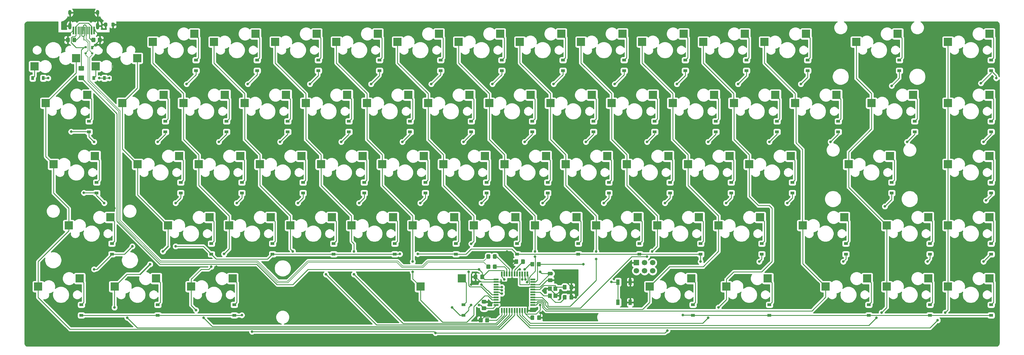
<source format=gbr>
G04 #@! TF.GenerationSoftware,KiCad,Pcbnew,(5.1.12)-1*
G04 #@! TF.CreationDate,2022-01-22T22:18:10+07:00*
G04 #@! TF.ProjectId,PCB,5043422e-6b69-4636-9164-5f7063625858,rev?*
G04 #@! TF.SameCoordinates,Original*
G04 #@! TF.FileFunction,Copper,L2,Bot*
G04 #@! TF.FilePolarity,Positive*
%FSLAX46Y46*%
G04 Gerber Fmt 4.6, Leading zero omitted, Abs format (unit mm)*
G04 Created by KiCad (PCBNEW (5.1.12)-1) date 2022-01-22 22:18:10*
%MOMM*%
%LPD*%
G01*
G04 APERTURE LIST*
G04 #@! TA.AperFunction,SMDPad,CuDef*
%ADD10R,2.550000X2.500000*%
G04 #@! TD*
G04 #@! TA.AperFunction,SMDPad,CuDef*
%ADD11R,1.200000X1.400000*%
G04 #@! TD*
G04 #@! TA.AperFunction,SMDPad,CuDef*
%ADD12R,0.600000X2.450000*%
G04 #@! TD*
G04 #@! TA.AperFunction,SMDPad,CuDef*
%ADD13R,0.300000X2.450000*%
G04 #@! TD*
G04 #@! TA.AperFunction,ComponentPad*
%ADD14O,1.000000X2.100000*%
G04 #@! TD*
G04 #@! TA.AperFunction,ComponentPad*
%ADD15O,1.000000X1.600000*%
G04 #@! TD*
G04 #@! TA.AperFunction,SMDPad,CuDef*
%ADD16R,1.000000X1.700000*%
G04 #@! TD*
G04 #@! TA.AperFunction,ComponentPad*
%ADD17R,1.700000X1.700000*%
G04 #@! TD*
G04 #@! TA.AperFunction,ComponentPad*
%ADD18C,1.700000*%
G04 #@! TD*
G04 #@! TA.AperFunction,SMDPad,CuDef*
%ADD19R,0.700000X1.000000*%
G04 #@! TD*
G04 #@! TA.AperFunction,SMDPad,CuDef*
%ADD20R,0.700000X0.600000*%
G04 #@! TD*
G04 #@! TA.AperFunction,SMDPad,CuDef*
%ADD21R,1.200000X0.900000*%
G04 #@! TD*
G04 #@! TA.AperFunction,SMDPad,CuDef*
%ADD22R,0.900000X1.200000*%
G04 #@! TD*
G04 #@! TA.AperFunction,SMDPad,CuDef*
%ADD23R,1.500000X0.550000*%
G04 #@! TD*
G04 #@! TA.AperFunction,SMDPad,CuDef*
%ADD24R,0.550000X1.500000*%
G04 #@! TD*
G04 #@! TA.AperFunction,ViaPad*
%ADD25C,0.800000*%
G04 #@! TD*
G04 #@! TA.AperFunction,Conductor*
%ADD26C,0.250000*%
G04 #@! TD*
G04 #@! TA.AperFunction,Conductor*
%ADD27C,0.381000*%
G04 #@! TD*
G04 #@! TA.AperFunction,Conductor*
%ADD28C,0.200000*%
G04 #@! TD*
G04 #@! TA.AperFunction,Conductor*
%ADD29C,0.254000*%
G04 #@! TD*
G04 #@! TA.AperFunction,Conductor*
%ADD30C,0.100000*%
G04 #@! TD*
G04 APERTURE END LIST*
G04 #@! TA.AperFunction,SMDPad,CuDef*
G36*
G01*
X50175000Y-25049999D02*
X50175000Y-25750001D01*
G75*
G02*
X49925001Y-26000000I-249999J0D01*
G01*
X49374999Y-26000000D01*
G75*
G02*
X49125000Y-25750001I0J249999D01*
G01*
X49125000Y-25049999D01*
G75*
G02*
X49374999Y-24800000I249999J0D01*
G01*
X49925001Y-24800000D01*
G75*
G02*
X50175000Y-25049999I0J-249999D01*
G01*
G37*
G04 #@! TD.AperFunction*
G04 #@! TA.AperFunction,SMDPad,CuDef*
G36*
G01*
X52475000Y-25049999D02*
X52475000Y-25750001D01*
G75*
G02*
X52225001Y-26000000I-249999J0D01*
G01*
X51674999Y-26000000D01*
G75*
G02*
X51425000Y-25750001I0J249999D01*
G01*
X51425000Y-25049999D01*
G75*
G02*
X51674999Y-24800000I249999J0D01*
G01*
X52225001Y-24800000D01*
G75*
G02*
X52475000Y-25049999I0J-249999D01*
G01*
G37*
G04 #@! TD.AperFunction*
D10*
X232060750Y-104457500D03*
X219133750Y-106997500D03*
X41560750Y-104457500D03*
X28633750Y-106997500D03*
X160623250Y-104457500D03*
X147696250Y-106997500D03*
D11*
X189762500Y-109843750D03*
X189762500Y-107643750D03*
X188062500Y-107643750D03*
X188062500Y-109843750D03*
D12*
X46087500Y-27245000D03*
X39637500Y-27245000D03*
X45312500Y-27245000D03*
X40412500Y-27245000D03*
D13*
X41112500Y-27245000D03*
X44612500Y-27245000D03*
X41612500Y-27245000D03*
X44112500Y-27245000D03*
X42112500Y-27245000D03*
X43612500Y-27245000D03*
X43112500Y-27245000D03*
X42612500Y-27245000D03*
D14*
X38542500Y-25830000D03*
X47182500Y-25830000D03*
D15*
X38542500Y-21650000D03*
X47182500Y-21650000D03*
D16*
X209237500Y-105593750D03*
X209237500Y-111893750D03*
X213037500Y-105593750D03*
X213037500Y-111893750D03*
G04 #@! TA.AperFunction,SMDPad,CuDef*
G36*
G01*
X38493750Y-29712499D02*
X38493750Y-30612501D01*
G75*
G02*
X38243751Y-30862500I-249999J0D01*
G01*
X37543749Y-30862500D01*
G75*
G02*
X37293750Y-30612501I0J249999D01*
G01*
X37293750Y-29712499D01*
G75*
G02*
X37543749Y-29462500I249999J0D01*
G01*
X38243751Y-29462500D01*
G75*
G02*
X38493750Y-29712499I0J-249999D01*
G01*
G37*
G04 #@! TD.AperFunction*
G04 #@! TA.AperFunction,SMDPad,CuDef*
G36*
G01*
X40493750Y-29712499D02*
X40493750Y-30612501D01*
G75*
G02*
X40243751Y-30862500I-249999J0D01*
G01*
X39543749Y-30862500D01*
G75*
G02*
X39293750Y-30612501I0J249999D01*
G01*
X39293750Y-29712499D01*
G75*
G02*
X39543749Y-29462500I249999J0D01*
G01*
X40243751Y-29462500D01*
G75*
G02*
X40493750Y-29712499I0J-249999D01*
G01*
G37*
G04 #@! TD.AperFunction*
G04 #@! TA.AperFunction,SMDPad,CuDef*
G36*
G01*
X47231250Y-30612501D02*
X47231250Y-29712499D01*
G75*
G02*
X47481249Y-29462500I249999J0D01*
G01*
X48181251Y-29462500D01*
G75*
G02*
X48431250Y-29712499I0J-249999D01*
G01*
X48431250Y-30612501D01*
G75*
G02*
X48181251Y-30862500I-249999J0D01*
G01*
X47481249Y-30862500D01*
G75*
G02*
X47231250Y-30612501I0J249999D01*
G01*
G37*
G04 #@! TD.AperFunction*
G04 #@! TA.AperFunction,SMDPad,CuDef*
G36*
G01*
X45231250Y-30612501D02*
X45231250Y-29712499D01*
G75*
G02*
X45481249Y-29462500I249999J0D01*
G01*
X46181251Y-29462500D01*
G75*
G02*
X46431250Y-29712499I0J-249999D01*
G01*
X46431250Y-30612501D01*
G75*
G02*
X46181251Y-30862500I-249999J0D01*
G01*
X45481249Y-30862500D01*
G75*
G02*
X45231250Y-30612501I0J249999D01*
G01*
G37*
G04 #@! TD.AperFunction*
G04 #@! TA.AperFunction,SMDPad,CuDef*
G36*
G01*
X183962500Y-100462501D02*
X183962500Y-99562499D01*
G75*
G02*
X184212499Y-99312500I249999J0D01*
G01*
X184912501Y-99312500D01*
G75*
G02*
X185162500Y-99562499I0J-249999D01*
G01*
X185162500Y-100462501D01*
G75*
G02*
X184912501Y-100712500I-249999J0D01*
G01*
X184212499Y-100712500D01*
G75*
G02*
X183962500Y-100462501I0J249999D01*
G01*
G37*
G04 #@! TD.AperFunction*
G04 #@! TA.AperFunction,SMDPad,CuDef*
G36*
G01*
X181962500Y-100462501D02*
X181962500Y-99562499D01*
G75*
G02*
X182212499Y-99312500I249999J0D01*
G01*
X182912501Y-99312500D01*
G75*
G02*
X183162500Y-99562499I0J-249999D01*
G01*
X183162500Y-100462501D01*
G75*
G02*
X182912501Y-100712500I-249999J0D01*
G01*
X182212499Y-100712500D01*
G75*
G02*
X181962500Y-100462501I0J249999D01*
G01*
G37*
G04 #@! TD.AperFunction*
G04 #@! TA.AperFunction,SMDPad,CuDef*
G36*
G01*
X169462500Y-100356249D02*
X169462500Y-101256251D01*
G75*
G02*
X169212501Y-101506250I-249999J0D01*
G01*
X168512499Y-101506250D01*
G75*
G02*
X168262500Y-101256251I0J249999D01*
G01*
X168262500Y-100356249D01*
G75*
G02*
X168512499Y-100106250I249999J0D01*
G01*
X169212501Y-100106250D01*
G75*
G02*
X169462500Y-100356249I0J-249999D01*
G01*
G37*
G04 #@! TD.AperFunction*
G04 #@! TA.AperFunction,SMDPad,CuDef*
G36*
G01*
X171462500Y-100356249D02*
X171462500Y-101256251D01*
G75*
G02*
X171212501Y-101506250I-249999J0D01*
G01*
X170512499Y-101506250D01*
G75*
G02*
X170262500Y-101256251I0J249999D01*
G01*
X170262500Y-100356249D01*
G75*
G02*
X170512499Y-100106250I249999J0D01*
G01*
X171212501Y-100106250D01*
G75*
G02*
X171462500Y-100356249I0J-249999D01*
G01*
G37*
G04 #@! TD.AperFunction*
G04 #@! TA.AperFunction,SMDPad,CuDef*
G36*
G01*
X169462500Y-97181249D02*
X169462500Y-98081251D01*
G75*
G02*
X169212501Y-98331250I-249999J0D01*
G01*
X168512499Y-98331250D01*
G75*
G02*
X168262500Y-98081251I0J249999D01*
G01*
X168262500Y-97181249D01*
G75*
G02*
X168512499Y-96931250I249999J0D01*
G01*
X169212501Y-96931250D01*
G75*
G02*
X169462500Y-97181249I0J-249999D01*
G01*
G37*
G04 #@! TD.AperFunction*
G04 #@! TA.AperFunction,SMDPad,CuDef*
G36*
G01*
X171462500Y-97181249D02*
X171462500Y-98081251D01*
G75*
G02*
X171212501Y-98331250I-249999J0D01*
G01*
X170512499Y-98331250D01*
G75*
G02*
X170262500Y-98081251I0J249999D01*
G01*
X170262500Y-97181249D01*
G75*
G02*
X170512499Y-96931250I249999J0D01*
G01*
X171212501Y-96931250D01*
G75*
G02*
X171462500Y-97181249I0J-249999D01*
G01*
G37*
G04 #@! TD.AperFunction*
G04 #@! TA.AperFunction,SMDPad,CuDef*
G36*
G01*
X167881250Y-117925001D02*
X167881250Y-117024999D01*
G75*
G02*
X168131249Y-116775000I249999J0D01*
G01*
X168831251Y-116775000D01*
G75*
G02*
X169081250Y-117024999I0J-249999D01*
G01*
X169081250Y-117925001D01*
G75*
G02*
X168831251Y-118175000I-249999J0D01*
G01*
X168131249Y-118175000D01*
G75*
G02*
X167881250Y-117925001I0J249999D01*
G01*
G37*
G04 #@! TD.AperFunction*
G04 #@! TA.AperFunction,SMDPad,CuDef*
G36*
G01*
X165881250Y-117925001D02*
X165881250Y-117024999D01*
G75*
G02*
X166131249Y-116775000I249999J0D01*
G01*
X166831251Y-116775000D01*
G75*
G02*
X167081250Y-117024999I0J-249999D01*
G01*
X167081250Y-117925001D01*
G75*
G02*
X166831251Y-118175000I-249999J0D01*
G01*
X166131249Y-118175000D01*
G75*
G02*
X165881250Y-117925001I0J249999D01*
G01*
G37*
G04 #@! TD.AperFunction*
D10*
X324929500Y-104457500D03*
X312002500Y-106997500D03*
X305879500Y-104457500D03*
X292952500Y-106997500D03*
X286829500Y-104457500D03*
X273902500Y-106997500D03*
X255873250Y-104457500D03*
X242946250Y-106997500D03*
X89185750Y-104457500D03*
X76258750Y-106997500D03*
X65373250Y-104457500D03*
X52446250Y-106997500D03*
X324929500Y-85407500D03*
X312002500Y-87947500D03*
X305879500Y-85407500D03*
X292952500Y-87947500D03*
X279685750Y-85407500D03*
X266758750Y-87947500D03*
X253492000Y-85407500D03*
X240565000Y-87947500D03*
X234442000Y-85407500D03*
X221515000Y-87947500D03*
X215392000Y-85407500D03*
X202465000Y-87947500D03*
X196342000Y-85407500D03*
X183415000Y-87947500D03*
X177292000Y-85407500D03*
X164365000Y-87947500D03*
X158242000Y-85407500D03*
X145315000Y-87947500D03*
X139192000Y-85407500D03*
X126265000Y-87947500D03*
X120142000Y-85407500D03*
X107215000Y-87947500D03*
X101092000Y-85407500D03*
X88165000Y-87947500D03*
X82042000Y-85407500D03*
X69115000Y-87947500D03*
X51085750Y-85407500D03*
X38158750Y-87947500D03*
X324929500Y-66357500D03*
X312002500Y-68897500D03*
X293973250Y-66357500D03*
X281046250Y-68897500D03*
X263017000Y-66357500D03*
X250090000Y-68897500D03*
X243967000Y-66357500D03*
X231040000Y-68897500D03*
X224917000Y-66357500D03*
X211990000Y-68897500D03*
X205867000Y-66357500D03*
X192940000Y-68897500D03*
X186817000Y-66357500D03*
X173890000Y-68897500D03*
X167767000Y-66357500D03*
X154840000Y-68897500D03*
X148717000Y-66357500D03*
X135790000Y-68897500D03*
X129667000Y-66357500D03*
X116740000Y-68897500D03*
X110617000Y-66357500D03*
X97690000Y-68897500D03*
X91567000Y-66357500D03*
X78640000Y-68897500D03*
X72517000Y-66357500D03*
X59590000Y-68897500D03*
X46323250Y-66357500D03*
X33396250Y-68897500D03*
X324929500Y-47307500D03*
X312002500Y-49847500D03*
X288190000Y-49847500D03*
X301117000Y-47307500D03*
X277304500Y-47307500D03*
X264377500Y-49847500D03*
X258254500Y-47307500D03*
X245327500Y-49847500D03*
X239204500Y-47307500D03*
X226277500Y-49847500D03*
X220154500Y-47307500D03*
X207227500Y-49847500D03*
X201104500Y-47307500D03*
X188177500Y-49847500D03*
X182054500Y-47307500D03*
X169127500Y-49847500D03*
X163004500Y-47307500D03*
X150077500Y-49847500D03*
X143954500Y-47307500D03*
X131027500Y-49847500D03*
X124904500Y-47307500D03*
X111977500Y-49847500D03*
X105854500Y-47307500D03*
X92927500Y-49847500D03*
X86804500Y-47307500D03*
X73877500Y-49847500D03*
X67754500Y-47307500D03*
X54827500Y-49847500D03*
X31015000Y-49847500D03*
X43942000Y-47307500D03*
X324929500Y-28257500D03*
X312002500Y-30797500D03*
X296354500Y-28257500D03*
X283427500Y-30797500D03*
X267779500Y-28257500D03*
X254852500Y-30797500D03*
X248729500Y-28257500D03*
X235802500Y-30797500D03*
X229679500Y-28257500D03*
X216752500Y-30797500D03*
X210629500Y-28257500D03*
X197702500Y-30797500D03*
X191579500Y-28257500D03*
X178652500Y-30797500D03*
X172529500Y-28257500D03*
X159602500Y-30797500D03*
X153479500Y-28257500D03*
X140552500Y-30797500D03*
X134429500Y-28257500D03*
X121502500Y-30797500D03*
X115379500Y-28257500D03*
X102452500Y-30797500D03*
X96329500Y-28257500D03*
X83402500Y-30797500D03*
X77279500Y-28257500D03*
X64352500Y-30797500D03*
X46545500Y-38417500D03*
X59472500Y-35877500D03*
X27495500Y-38417500D03*
X40422500Y-35877500D03*
D17*
X214947500Y-99536250D03*
D18*
X214947500Y-102076250D03*
X217487500Y-99536250D03*
X217487500Y-102076250D03*
X220027500Y-99536250D03*
X220027500Y-102076250D03*
G04 #@! TA.AperFunction,SMDPad,CuDef*
G36*
G01*
X42693750Y-39706250D02*
X41443750Y-39706250D01*
G75*
G02*
X41193750Y-39456250I0J250000D01*
G01*
X41193750Y-38531250D01*
G75*
G02*
X41443750Y-38281250I250000J0D01*
G01*
X42693750Y-38281250D01*
G75*
G02*
X42943750Y-38531250I0J-250000D01*
G01*
X42943750Y-39456250D01*
G75*
G02*
X42693750Y-39706250I-250000J0D01*
G01*
G37*
G04 #@! TD.AperFunction*
G04 #@! TA.AperFunction,SMDPad,CuDef*
G36*
G01*
X42693750Y-42681250D02*
X41443750Y-42681250D01*
G75*
G02*
X41193750Y-42431250I0J250000D01*
G01*
X41193750Y-41506250D01*
G75*
G02*
X41443750Y-41256250I250000J0D01*
G01*
X42693750Y-41256250D01*
G75*
G02*
X42943750Y-41506250I0J-250000D01*
G01*
X42943750Y-42431250D01*
G75*
G02*
X42693750Y-42681250I-250000J0D01*
G01*
G37*
G04 #@! TD.AperFunction*
D19*
X45450000Y-32587500D03*
D20*
X43450000Y-32387500D03*
X45450000Y-34287500D03*
X43450000Y-34287500D03*
D21*
X325437500Y-115950000D03*
X325437500Y-112650000D03*
X306387500Y-115950000D03*
X306387500Y-112650000D03*
X287337500Y-115950000D03*
X287337500Y-112650000D03*
X256381250Y-115950000D03*
X256381250Y-112650000D03*
X232568750Y-115950000D03*
X232568750Y-112650000D03*
X161131250Y-115950000D03*
X161131250Y-112650000D03*
X89693750Y-115950000D03*
X89693750Y-112650000D03*
X65881250Y-115950000D03*
X65881250Y-112650000D03*
X42068750Y-115950000D03*
X42068750Y-112650000D03*
X325437500Y-96900000D03*
X325437500Y-93600000D03*
X306387500Y-96900000D03*
X306387500Y-93600000D03*
X280193750Y-96900000D03*
X280193750Y-93600000D03*
X254000000Y-96900000D03*
X254000000Y-93600000D03*
X234950000Y-96900000D03*
X234950000Y-93600000D03*
X215900000Y-96900000D03*
X215900000Y-93600000D03*
X196850000Y-96900000D03*
X196850000Y-93600000D03*
X177800000Y-96900000D03*
X177800000Y-93600000D03*
X158750000Y-96900000D03*
X158750000Y-93600000D03*
X139700000Y-96900000D03*
X139700000Y-93600000D03*
X120650000Y-96900000D03*
X120650000Y-93600000D03*
X101600000Y-96900000D03*
X101600000Y-93600000D03*
X82550000Y-96900000D03*
X82550000Y-93600000D03*
X51593750Y-96900000D03*
X51593750Y-93600000D03*
X325437500Y-77850000D03*
X325437500Y-74550000D03*
X294481250Y-77850000D03*
X294481250Y-74550000D03*
X263525000Y-77850000D03*
X263525000Y-74550000D03*
X244475000Y-77850000D03*
X244475000Y-74550000D03*
X225425000Y-77850000D03*
X225425000Y-74550000D03*
X206375000Y-77850000D03*
X206375000Y-74550000D03*
X187325000Y-77850000D03*
X187325000Y-74550000D03*
X168275000Y-77850000D03*
X168275000Y-74550000D03*
X149225000Y-77850000D03*
X149225000Y-74550000D03*
X130175000Y-77850000D03*
X130175000Y-74550000D03*
X111125000Y-77850000D03*
X111125000Y-74550000D03*
X92075000Y-77850000D03*
X92075000Y-74550000D03*
X73025000Y-77850000D03*
X73025000Y-74550000D03*
X46831250Y-77850000D03*
X46831250Y-74550000D03*
X325437500Y-58800000D03*
X325437500Y-55500000D03*
X301625000Y-58800000D03*
X301625000Y-55500000D03*
X277812500Y-58800000D03*
X277812500Y-55500000D03*
X258762500Y-58800000D03*
X258762500Y-55500000D03*
X239712500Y-58800000D03*
X239712500Y-55500000D03*
X220662500Y-58800000D03*
X220662500Y-55500000D03*
X201612500Y-58800000D03*
X201612500Y-55500000D03*
X182562500Y-58800000D03*
X182562500Y-55500000D03*
X163512500Y-58800000D03*
X163512500Y-55500000D03*
X144462500Y-58800000D03*
X144462500Y-55500000D03*
X125412500Y-58800000D03*
X125412500Y-55500000D03*
X106362500Y-58800000D03*
X106362500Y-55500000D03*
X87312500Y-58800000D03*
X87312500Y-55500000D03*
X68262500Y-58800000D03*
X68262500Y-55500000D03*
X44450000Y-58800000D03*
X44450000Y-55500000D03*
X325437500Y-39750000D03*
X325437500Y-36450000D03*
X296862500Y-39750000D03*
X296862500Y-36450000D03*
X268287500Y-39750000D03*
X268287500Y-36450000D03*
X249237500Y-39750000D03*
X249237500Y-36450000D03*
X230187500Y-39750000D03*
X230187500Y-36450000D03*
X211137500Y-39750000D03*
X211137500Y-36450000D03*
X192087500Y-39750000D03*
X192087500Y-36450000D03*
X173037500Y-39750000D03*
X173037500Y-36450000D03*
X153987500Y-39750000D03*
X153987500Y-36450000D03*
X134937500Y-39750000D03*
X134937500Y-36450000D03*
X115887500Y-39750000D03*
X115887500Y-36450000D03*
X96837500Y-39750000D03*
X96837500Y-36450000D03*
X77787500Y-39750000D03*
X77787500Y-36450000D03*
D22*
X49275000Y-42068750D03*
X45975000Y-42068750D03*
X30225000Y-42068750D03*
X26925000Y-42068750D03*
G04 #@! TA.AperFunction,SMDPad,CuDef*
G36*
G01*
X194125000Y-107631250D02*
X194125000Y-106681250D01*
G75*
G02*
X194375000Y-106431250I250000J0D01*
G01*
X195050000Y-106431250D01*
G75*
G02*
X195300000Y-106681250I0J-250000D01*
G01*
X195300000Y-107631250D01*
G75*
G02*
X195050000Y-107881250I-250000J0D01*
G01*
X194375000Y-107881250D01*
G75*
G02*
X194125000Y-107631250I0J250000D01*
G01*
G37*
G04 #@! TD.AperFunction*
G04 #@! TA.AperFunction,SMDPad,CuDef*
G36*
G01*
X192050000Y-107631250D02*
X192050000Y-106681250D01*
G75*
G02*
X192300000Y-106431250I250000J0D01*
G01*
X192975000Y-106431250D01*
G75*
G02*
X193225000Y-106681250I0J-250000D01*
G01*
X193225000Y-107631250D01*
G75*
G02*
X192975000Y-107881250I-250000J0D01*
G01*
X192300000Y-107881250D01*
G75*
G02*
X192050000Y-107631250I0J250000D01*
G01*
G37*
G04 #@! TD.AperFunction*
G04 #@! TA.AperFunction,SMDPad,CuDef*
G36*
G01*
X194125000Y-110806250D02*
X194125000Y-109856250D01*
G75*
G02*
X194375000Y-109606250I250000J0D01*
G01*
X195050000Y-109606250D01*
G75*
G02*
X195300000Y-109856250I0J-250000D01*
G01*
X195300000Y-110806250D01*
G75*
G02*
X195050000Y-111056250I-250000J0D01*
G01*
X194375000Y-111056250D01*
G75*
G02*
X194125000Y-110806250I0J250000D01*
G01*
G37*
G04 #@! TD.AperFunction*
G04 #@! TA.AperFunction,SMDPad,CuDef*
G36*
G01*
X192050000Y-110806250D02*
X192050000Y-109856250D01*
G75*
G02*
X192300000Y-109606250I250000J0D01*
G01*
X192975000Y-109606250D01*
G75*
G02*
X193225000Y-109856250I0J-250000D01*
G01*
X193225000Y-110806250D01*
G75*
G02*
X192975000Y-111056250I-250000J0D01*
G01*
X192300000Y-111056250D01*
G75*
G02*
X192050000Y-110806250I0J250000D01*
G01*
G37*
G04 #@! TD.AperFunction*
G04 #@! TA.AperFunction,SMDPad,CuDef*
G36*
G01*
X166343750Y-104456250D02*
X166343750Y-103506250D01*
G75*
G02*
X166593750Y-103256250I250000J0D01*
G01*
X167268750Y-103256250D01*
G75*
G02*
X167518750Y-103506250I0J-250000D01*
G01*
X167518750Y-104456250D01*
G75*
G02*
X167268750Y-104706250I-250000J0D01*
G01*
X166593750Y-104706250D01*
G75*
G02*
X166343750Y-104456250I0J250000D01*
G01*
G37*
G04 #@! TD.AperFunction*
G04 #@! TA.AperFunction,SMDPad,CuDef*
G36*
G01*
X164268750Y-104456250D02*
X164268750Y-103506250D01*
G75*
G02*
X164518750Y-103256250I250000J0D01*
G01*
X165193750Y-103256250D01*
G75*
G02*
X165443750Y-103506250I0J-250000D01*
G01*
X165443750Y-104456250D01*
G75*
G02*
X165193750Y-104706250I-250000J0D01*
G01*
X164518750Y-104706250D01*
G75*
G02*
X164268750Y-104456250I0J250000D01*
G01*
G37*
G04 #@! TD.AperFunction*
G04 #@! TA.AperFunction,SMDPad,CuDef*
G36*
G01*
X167006250Y-113162500D02*
X167956250Y-113162500D01*
G75*
G02*
X168206250Y-113412500I0J-250000D01*
G01*
X168206250Y-114087500D01*
G75*
G02*
X167956250Y-114337500I-250000J0D01*
G01*
X167006250Y-114337500D01*
G75*
G02*
X166756250Y-114087500I0J250000D01*
G01*
X166756250Y-113412500D01*
G75*
G02*
X167006250Y-113162500I250000J0D01*
G01*
G37*
G04 #@! TD.AperFunction*
G04 #@! TA.AperFunction,SMDPad,CuDef*
G36*
G01*
X167006250Y-111087500D02*
X167956250Y-111087500D01*
G75*
G02*
X168206250Y-111337500I0J-250000D01*
G01*
X168206250Y-112012500D01*
G75*
G02*
X167956250Y-112262500I-250000J0D01*
G01*
X167006250Y-112262500D01*
G75*
G02*
X166756250Y-112012500I0J250000D01*
G01*
X166756250Y-111337500D01*
G75*
G02*
X167006250Y-111087500I250000J0D01*
G01*
G37*
G04 #@! TD.AperFunction*
G04 #@! TA.AperFunction,SMDPad,CuDef*
G36*
G01*
X183150000Y-116206250D02*
X183150000Y-117156250D01*
G75*
G02*
X182900000Y-117406250I-250000J0D01*
G01*
X182225000Y-117406250D01*
G75*
G02*
X181975000Y-117156250I0J250000D01*
G01*
X181975000Y-116206250D01*
G75*
G02*
X182225000Y-115956250I250000J0D01*
G01*
X182900000Y-115956250D01*
G75*
G02*
X183150000Y-116206250I0J-250000D01*
G01*
G37*
G04 #@! TD.AperFunction*
G04 #@! TA.AperFunction,SMDPad,CuDef*
G36*
G01*
X185225000Y-116206250D02*
X185225000Y-117156250D01*
G75*
G02*
X184975000Y-117406250I-250000J0D01*
G01*
X184300000Y-117406250D01*
G75*
G02*
X184050000Y-117156250I0J250000D01*
G01*
X184050000Y-116206250D01*
G75*
G02*
X184300000Y-115956250I250000J0D01*
G01*
X184975000Y-115956250D01*
G75*
G02*
X185225000Y-116206250I0J-250000D01*
G01*
G37*
G04 #@! TD.AperFunction*
G04 #@! TA.AperFunction,SMDPad,CuDef*
G36*
G01*
X188593750Y-103531250D02*
X187643750Y-103531250D01*
G75*
G02*
X187393750Y-103281250I0J250000D01*
G01*
X187393750Y-102606250D01*
G75*
G02*
X187643750Y-102356250I250000J0D01*
G01*
X188593750Y-102356250D01*
G75*
G02*
X188843750Y-102606250I0J-250000D01*
G01*
X188843750Y-103281250D01*
G75*
G02*
X188593750Y-103531250I-250000J0D01*
G01*
G37*
G04 #@! TD.AperFunction*
G04 #@! TA.AperFunction,SMDPad,CuDef*
G36*
G01*
X188593750Y-105606250D02*
X187643750Y-105606250D01*
G75*
G02*
X187393750Y-105356250I0J250000D01*
G01*
X187393750Y-104681250D01*
G75*
G02*
X187643750Y-104431250I250000J0D01*
G01*
X188593750Y-104431250D01*
G75*
G02*
X188843750Y-104681250I0J-250000D01*
G01*
X188843750Y-105356250D01*
G75*
G02*
X188593750Y-105606250I-250000J0D01*
G01*
G37*
G04 #@! TD.AperFunction*
G04 #@! TA.AperFunction,SMDPad,CuDef*
G36*
G01*
X178143750Y-98743750D02*
X178143750Y-99693750D01*
G75*
G02*
X177893750Y-99943750I-250000J0D01*
G01*
X177218750Y-99943750D01*
G75*
G02*
X176968750Y-99693750I0J250000D01*
G01*
X176968750Y-98743750D01*
G75*
G02*
X177218750Y-98493750I250000J0D01*
G01*
X177893750Y-98493750D01*
G75*
G02*
X178143750Y-98743750I0J-250000D01*
G01*
G37*
G04 #@! TD.AperFunction*
G04 #@! TA.AperFunction,SMDPad,CuDef*
G36*
G01*
X180218750Y-98743750D02*
X180218750Y-99693750D01*
G75*
G02*
X179968750Y-99943750I-250000J0D01*
G01*
X179293750Y-99943750D01*
G75*
G02*
X179043750Y-99693750I0J250000D01*
G01*
X179043750Y-98743750D01*
G75*
G02*
X179293750Y-98493750I250000J0D01*
G01*
X179968750Y-98493750D01*
G75*
G02*
X180218750Y-98743750I0J-250000D01*
G01*
G37*
G04 #@! TD.AperFunction*
D23*
X171306250Y-104743750D03*
X171306250Y-105543750D03*
X171306250Y-106343750D03*
X171306250Y-107143750D03*
X171306250Y-107943750D03*
X171306250Y-108743750D03*
X171306250Y-109543750D03*
X171306250Y-110343750D03*
X171306250Y-111143750D03*
X171306250Y-111943750D03*
X171306250Y-112743750D03*
D24*
X173006250Y-114443750D03*
X173806250Y-114443750D03*
X174606250Y-114443750D03*
X175406250Y-114443750D03*
X176206250Y-114443750D03*
X177006250Y-114443750D03*
X177806250Y-114443750D03*
X178606250Y-114443750D03*
X179406250Y-114443750D03*
X180206250Y-114443750D03*
X181006250Y-114443750D03*
D23*
X182706250Y-112743750D03*
X182706250Y-111943750D03*
X182706250Y-111143750D03*
X182706250Y-110343750D03*
X182706250Y-109543750D03*
X182706250Y-108743750D03*
X182706250Y-107943750D03*
X182706250Y-107143750D03*
X182706250Y-106343750D03*
X182706250Y-105543750D03*
X182706250Y-104743750D03*
D24*
X181006250Y-103043750D03*
X180206250Y-103043750D03*
X179406250Y-103043750D03*
X178606250Y-103043750D03*
X177806250Y-103043750D03*
X177006250Y-103043750D03*
X176206250Y-103043750D03*
X175406250Y-103043750D03*
X174606250Y-103043750D03*
X173806250Y-103043750D03*
X173006250Y-103043750D03*
D25*
X165893750Y-101600000D03*
X184943750Y-102393750D03*
X180181250Y-101600000D03*
X184943750Y-112712500D03*
X178593750Y-101600000D03*
X165893750Y-112712500D03*
X49212500Y-80962500D03*
X261937500Y-80962500D03*
X242887500Y-80962500D03*
X223837500Y-80962500D03*
X204787500Y-80962500D03*
X185737500Y-80962500D03*
X166687500Y-80962500D03*
X147637500Y-80962500D03*
X128587500Y-80962500D03*
X109537500Y-80962500D03*
X90487500Y-80962500D03*
X71437500Y-80962500D03*
X173037500Y-107156250D03*
X57943750Y-94456250D03*
X71437500Y-94456250D03*
X141287500Y-96837500D03*
X146843750Y-96837500D03*
X234950000Y-99218750D03*
X323056250Y-99218750D03*
X305593750Y-99218750D03*
X279400000Y-99218750D03*
X253206250Y-99218750D03*
X173037500Y-108156253D03*
X42862500Y-77787500D03*
X323850000Y-80168750D03*
X292355151Y-82011401D03*
X46037500Y-101600000D03*
X173037500Y-109156256D03*
X92075000Y-115887500D03*
X229393750Y-115887500D03*
X157582751Y-113506250D03*
X46037500Y-61912500D03*
X323056250Y-61912500D03*
X299243750Y-61912500D03*
X275431250Y-61912500D03*
X256381250Y-61912500D03*
X237331250Y-61912500D03*
X218281250Y-61912500D03*
X199231250Y-61912500D03*
X180181250Y-61912500D03*
X161131250Y-61912500D03*
X142081250Y-61912500D03*
X123031250Y-61912500D03*
X103981250Y-61912500D03*
X84931250Y-61912500D03*
X65881250Y-61912500D03*
X166687500Y-106362500D03*
X163512500Y-112712500D03*
X95250000Y-121025050D03*
X152400000Y-121443750D03*
X224631250Y-120650000D03*
X38893750Y-58737500D03*
X145256250Y-99218750D03*
X145256250Y-102393750D03*
X162718750Y-102393750D03*
X163512500Y-93662500D03*
X127000000Y-103187500D03*
X127000000Y-96043750D03*
X118268750Y-103187500D03*
X107950000Y-96043750D03*
X86518750Y-96837500D03*
X82550000Y-100806250D03*
X80168750Y-116681250D03*
X77787500Y-114300000D03*
X76258750Y-106997500D03*
X67468750Y-96043750D03*
X63500000Y-100012500D03*
X56356250Y-116681250D03*
X52387500Y-113506250D03*
X308768750Y-117475000D03*
X311150000Y-115093750D03*
X289718750Y-116681250D03*
X291306250Y-115093750D03*
X237331250Y-116681250D03*
X240506250Y-113506250D03*
X218281250Y-97631250D03*
X219868750Y-96043750D03*
X202406250Y-98425000D03*
X202406250Y-96043750D03*
X207168750Y-105568750D03*
X198437500Y-100012500D03*
X180906249Y-105629929D03*
X180387503Y-104775000D03*
X179387500Y-104775000D03*
X183356250Y-97631250D03*
X183356250Y-96043750D03*
X31750000Y-42068750D03*
X47625000Y-42068750D03*
X50800000Y-42068750D03*
X322262500Y-43656250D03*
X294481250Y-44450000D03*
X266161401Y-43911401D03*
X246601099Y-43911401D03*
X227551099Y-43911401D03*
X208217651Y-43911401D03*
X189167651Y-43911401D03*
X170117651Y-43911401D03*
X151067651Y-43911401D03*
X132301099Y-43911401D03*
X113251099Y-43911401D03*
X93917651Y-43911401D03*
X74867651Y-43911401D03*
X173831250Y-104775000D03*
X327025000Y-42068750D03*
X196056250Y-107156250D03*
X196056250Y-110331250D03*
X186531250Y-107950000D03*
X51593750Y-47625000D03*
X49212500Y-51593750D03*
X52387500Y-82550000D03*
X63500000Y-93662500D03*
X68262500Y-97631250D03*
X174625000Y-96043750D03*
X163512500Y-106362500D03*
X182562500Y-114300000D03*
X185059528Y-115209528D03*
X212725000Y-100012500D03*
X84137500Y-100806250D03*
X111918750Y-98425000D03*
X33337500Y-26193750D03*
X35718750Y-30162500D03*
X53181250Y-26987500D03*
X50006250Y-30162500D03*
X47625000Y-50006250D03*
X50006250Y-54768750D03*
X56356250Y-54768750D03*
X124618750Y-103187500D03*
X133350000Y-103187500D03*
X72231250Y-97631250D03*
X72231250Y-102393750D03*
X65087500Y-90487500D03*
X50800000Y-78581250D03*
X55562500Y-78581250D03*
X50006250Y-82550000D03*
X58737500Y-85725000D03*
X53975000Y-90487500D03*
X115093750Y-103187500D03*
X305593750Y-32543750D03*
X277812500Y-32543750D03*
X306387500Y-52387500D03*
X284162500Y-53181250D03*
X270668750Y-69056250D03*
X304006250Y-69056250D03*
X261937500Y-92075000D03*
X285750000Y-91281250D03*
X265906250Y-107950000D03*
X238125000Y-107156250D03*
X180975000Y-76993750D03*
X119062500Y-58737500D03*
X157162500Y-58737500D03*
X195262500Y-59531250D03*
X234156250Y-58737500D03*
X80962500Y-57150000D03*
X41275000Y-21431250D03*
X44450000Y-21431250D03*
X42862500Y-23018750D03*
D26*
X188912500Y-102943750D02*
X188187500Y-102943750D01*
X184718750Y-106343750D02*
X182706250Y-106343750D01*
X188118750Y-102943750D02*
X184718750Y-106343750D01*
X42068750Y-41968750D02*
X53181250Y-53081250D01*
X53181250Y-53081250D02*
X53181250Y-86644254D01*
X53181250Y-86644254D02*
X66549496Y-100012500D01*
X66549496Y-100012500D02*
X82829252Y-100012500D01*
X96711996Y-100012500D02*
X103061996Y-106362500D01*
X82829252Y-100012500D02*
X96711996Y-100012500D01*
X103061996Y-106362500D02*
X107156250Y-106362500D01*
X107156250Y-106362500D02*
X107950000Y-106362500D01*
X112712500Y-101600000D02*
X165893750Y-101600000D01*
X107950000Y-106362500D02*
X112712500Y-101600000D01*
X180206250Y-115253752D02*
X180206250Y-114443750D01*
X180471249Y-115518751D02*
X180206250Y-115253752D01*
X184943750Y-114300000D02*
X183724999Y-115518751D01*
X170300000Y-113750000D02*
X171306250Y-112743750D01*
X167481250Y-113750000D02*
X170300000Y-113750000D01*
X171306250Y-104743750D02*
X169831250Y-104743750D01*
X181343749Y-115518751D02*
X180471249Y-115518751D01*
X183724999Y-115518751D02*
X181343749Y-115518751D01*
X185493750Y-102943750D02*
X184943750Y-102393750D01*
X188118750Y-102943750D02*
X185493750Y-102943750D01*
X182562500Y-100012500D02*
X181768750Y-100012500D01*
X181768750Y-100012500D02*
X180181250Y-101600000D01*
X168943751Y-101968749D02*
X166931250Y-103981250D01*
X173731249Y-101968749D02*
X168943751Y-101968749D01*
X173806250Y-102043750D02*
X173731249Y-101968749D01*
X173806250Y-103043750D02*
X173806250Y-102043750D01*
X167693750Y-104743750D02*
X166931250Y-103981250D01*
X171306250Y-104743750D02*
X167693750Y-104743750D01*
X177806250Y-103043750D02*
X177806250Y-102043750D01*
X181633748Y-116681250D02*
X180471249Y-115518751D01*
X182562500Y-116681250D02*
X181633748Y-116681250D01*
X184943750Y-112712500D02*
X184943750Y-114300000D01*
X178250000Y-101600000D02*
X178593750Y-101600000D01*
X177806250Y-102043750D02*
X178250000Y-101600000D01*
X166443750Y-112712500D02*
X167481250Y-113750000D01*
X165893750Y-112712500D02*
X166443750Y-112712500D01*
X166931250Y-102637500D02*
X165893750Y-101600000D01*
X166931250Y-103981250D02*
X166931250Y-102637500D01*
X46831250Y-78581250D02*
X49212500Y-80962500D01*
X46831250Y-77850000D02*
X46831250Y-78581250D01*
X263525000Y-79375000D02*
X263525000Y-77850000D01*
X261937500Y-80962500D02*
X263525000Y-79375000D01*
X244475000Y-77850000D02*
X244475000Y-79375000D01*
X244475000Y-79375000D02*
X242887500Y-80962500D01*
X225425000Y-79375000D02*
X223837500Y-80962500D01*
X225425000Y-77850000D02*
X225425000Y-79375000D01*
X206375000Y-79375000D02*
X204787500Y-80962500D01*
X206375000Y-77850000D02*
X206375000Y-79375000D01*
X187325000Y-79375000D02*
X185737500Y-80962500D01*
X187325000Y-77850000D02*
X187325000Y-79375000D01*
X168275000Y-79375000D02*
X166687500Y-80962500D01*
X168275000Y-77850000D02*
X168275000Y-79375000D01*
X149225000Y-79375000D02*
X147637500Y-80962500D01*
X149225000Y-77850000D02*
X149225000Y-79375000D01*
X130175000Y-79375000D02*
X128587500Y-80962500D01*
X130175000Y-77850000D02*
X130175000Y-79375000D01*
X111125000Y-79375000D02*
X109537500Y-80962500D01*
X111125000Y-77850000D02*
X111125000Y-79375000D01*
X92075000Y-79375000D02*
X90487500Y-80962500D01*
X92075000Y-77850000D02*
X92075000Y-79375000D01*
X73025000Y-79375000D02*
X71437500Y-80962500D01*
X73025000Y-77850000D02*
X73025000Y-79375000D01*
X173025000Y-107143750D02*
X173037500Y-107156250D01*
X171306250Y-107143750D02*
X173025000Y-107143750D01*
X55500000Y-96900000D02*
X57943750Y-94456250D01*
X51593750Y-96900000D02*
X55500000Y-96900000D01*
X80106250Y-94456250D02*
X82550000Y-96900000D01*
X71437500Y-94456250D02*
X80106250Y-94456250D01*
X84075000Y-98425000D02*
X100075000Y-98425000D01*
X100075000Y-98425000D02*
X101600000Y-96900000D01*
X82550000Y-96900000D02*
X84075000Y-98425000D01*
X101600000Y-96900000D02*
X120650000Y-96900000D01*
X120650000Y-96900000D02*
X139700000Y-96900000D01*
X141225000Y-96900000D02*
X141287500Y-96837500D01*
X139700000Y-96900000D02*
X141225000Y-96900000D01*
X158687500Y-96837500D02*
X158750000Y-96900000D01*
X146843750Y-96837500D02*
X158687500Y-96837500D01*
X158750000Y-96900000D02*
X161862500Y-96900000D01*
X161862500Y-96900000D02*
X163512500Y-95250000D01*
X176150000Y-95250000D02*
X177800000Y-96900000D01*
X163512500Y-95250000D02*
X176150000Y-95250000D01*
X177800000Y-96900000D02*
X196850000Y-96900000D01*
X196850000Y-96900000D02*
X215900000Y-96900000D01*
X215900000Y-96900000D02*
X234950000Y-96900000D01*
X234950000Y-96900000D02*
X234950000Y-99218750D01*
X325375000Y-96900000D02*
X325437500Y-96900000D01*
X323056250Y-99218750D02*
X325375000Y-96900000D01*
X306387500Y-98425000D02*
X305593750Y-99218750D01*
X306387500Y-96900000D02*
X306387500Y-98425000D01*
X280193750Y-98425000D02*
X279400000Y-99218750D01*
X280193750Y-96900000D02*
X280193750Y-98425000D01*
X254000000Y-98425000D02*
X253206250Y-99218750D01*
X254000000Y-96900000D02*
X254000000Y-98425000D01*
X172824997Y-107943750D02*
X173037500Y-108156253D01*
X171306250Y-107943750D02*
X172824997Y-107943750D01*
X46768750Y-77787500D02*
X46831250Y-77850000D01*
X42862500Y-77787500D02*
X46768750Y-77787500D01*
X325437500Y-78581250D02*
X325437500Y-77850000D01*
X323850000Y-80168750D02*
X325437500Y-78581250D01*
X294481250Y-79885302D02*
X292355151Y-82011401D01*
X294481250Y-77850000D02*
X294481250Y-79885302D01*
X46037500Y-101600000D02*
X46893750Y-101600000D01*
X46893750Y-101600000D02*
X51593750Y-96900000D01*
X172306250Y-108743750D02*
X172718756Y-109156256D01*
X171306250Y-108743750D02*
X172306250Y-108743750D01*
X172718756Y-109156256D02*
X173037500Y-109156256D01*
X232568750Y-115950000D02*
X256381250Y-115950000D01*
X256381250Y-115950000D02*
X287337500Y-115950000D01*
X287337500Y-115950000D02*
X306387500Y-115950000D01*
X325437500Y-115950000D02*
X306387500Y-115950000D01*
X42068750Y-115950000D02*
X65881250Y-115950000D01*
X65881250Y-115950000D02*
X89693750Y-115950000D01*
X92012500Y-115950000D02*
X92075000Y-115887500D01*
X89693750Y-115950000D02*
X92012500Y-115950000D01*
X232506250Y-115887500D02*
X232568750Y-115950000D01*
X229393750Y-115887500D02*
X232506250Y-115887500D01*
X161131250Y-115950000D02*
X160026501Y-115950000D01*
X160026501Y-115950000D02*
X157582751Y-113506250D01*
X44450000Y-60325000D02*
X46037500Y-61912500D01*
X44450000Y-58800000D02*
X44450000Y-60325000D01*
X325437500Y-59531250D02*
X325437500Y-58800000D01*
X323056250Y-61912500D02*
X325437500Y-59531250D01*
X301625000Y-59531250D02*
X299243750Y-61912500D01*
X301625000Y-58800000D02*
X301625000Y-59531250D01*
X277812500Y-59531250D02*
X275431250Y-61912500D01*
X277812500Y-58800000D02*
X277812500Y-59531250D01*
X258762500Y-59531250D02*
X256381250Y-61912500D01*
X258762500Y-58800000D02*
X258762500Y-59531250D01*
X239712500Y-59531250D02*
X237331250Y-61912500D01*
X239712500Y-58800000D02*
X239712500Y-59531250D01*
X220662500Y-59531250D02*
X218281250Y-61912500D01*
X220662500Y-58800000D02*
X220662500Y-59531250D01*
X201612500Y-59531250D02*
X199231250Y-61912500D01*
X201612500Y-58800000D02*
X201612500Y-59531250D01*
X182562500Y-59531250D02*
X180181250Y-61912500D01*
X182562500Y-58800000D02*
X182562500Y-59531250D01*
X163512500Y-59531250D02*
X161131250Y-61912500D01*
X163512500Y-58800000D02*
X163512500Y-59531250D01*
X144462500Y-59531250D02*
X142081250Y-61912500D01*
X144462500Y-58800000D02*
X144462500Y-59531250D01*
X125412500Y-59531250D02*
X123031250Y-61912500D01*
X125412500Y-58800000D02*
X125412500Y-59531250D01*
X106362500Y-59531250D02*
X103981250Y-61912500D01*
X106362500Y-58800000D02*
X106362500Y-59531250D01*
X87312500Y-59531250D02*
X84931250Y-61912500D01*
X87312500Y-58800000D02*
X87312500Y-59531250D01*
X68262500Y-59531250D02*
X65881250Y-61912500D01*
X68262500Y-58800000D02*
X68262500Y-59531250D01*
X170026090Y-109543750D02*
X168882350Y-108400010D01*
X171306250Y-109543750D02*
X170026090Y-109543750D01*
X168882350Y-108400010D02*
X168750545Y-108268205D01*
X168461400Y-108136400D02*
X166687500Y-106362500D01*
X168618740Y-108136400D02*
X168461400Y-108136400D01*
X168750545Y-108268205D02*
X168618740Y-108136400D01*
X163512500Y-112712500D02*
X162718750Y-113506250D01*
X162718750Y-114362500D02*
X161131250Y-115950000D01*
X162718750Y-113506250D02*
X162718750Y-114362500D01*
X151981300Y-121025050D02*
X152400000Y-121443750D01*
X95250000Y-121025050D02*
X151981300Y-121025050D01*
X223837500Y-121443750D02*
X224631250Y-120650000D01*
X152400000Y-121443750D02*
X223837500Y-121443750D01*
X44387500Y-58737500D02*
X44450000Y-58800000D01*
X38893750Y-58737500D02*
X44387500Y-58737500D01*
X121502500Y-30797500D02*
X121502500Y-37365000D01*
X131027500Y-46890000D02*
X131027500Y-49847500D01*
X121502500Y-37365000D02*
X131027500Y-46890000D01*
X131027500Y-49847500D02*
X131027500Y-61177500D01*
X135790000Y-65940000D02*
X135790000Y-68897500D01*
X131027500Y-61177500D02*
X135790000Y-65940000D01*
X135790000Y-68897500D02*
X135790000Y-75465000D01*
X145315000Y-84990000D02*
X145315000Y-87947500D01*
X135790000Y-75465000D02*
X145315000Y-84990000D01*
X145315000Y-104616250D02*
X147696250Y-106997500D01*
X145315000Y-99160000D02*
X145256250Y-99218750D01*
X145315000Y-87947500D02*
X145315000Y-99160000D01*
X145256250Y-104557500D02*
X147696250Y-106997500D01*
X145256250Y-102393750D02*
X145256250Y-104557500D01*
X154562500Y-118050000D02*
X147696250Y-111183750D01*
X162143750Y-118050000D02*
X154562500Y-118050000D01*
X164306250Y-113224310D02*
X164306250Y-115887500D01*
X164306250Y-115887500D02*
X162143750Y-118050000D01*
X167674855Y-109855705D02*
X164306250Y-113224310D01*
X147696250Y-111183750D02*
X147696250Y-106997500D01*
X168750545Y-109855705D02*
X167674855Y-109855705D01*
X170038590Y-111143750D02*
X168750545Y-109855705D01*
X171306250Y-111143750D02*
X170038590Y-111143750D01*
X171306250Y-110343750D02*
X169875000Y-110343750D01*
X169875000Y-110343750D02*
X169068750Y-109537500D01*
X140552500Y-30797500D02*
X140552500Y-37365000D01*
X150077500Y-46890000D02*
X150077500Y-49847500D01*
X140552500Y-37365000D02*
X150077500Y-46890000D01*
X150077500Y-49847500D02*
X150077500Y-61177500D01*
X154840000Y-65940000D02*
X154840000Y-68897500D01*
X150077500Y-61177500D02*
X154840000Y-65940000D01*
X154840000Y-68897500D02*
X154840000Y-75465000D01*
X164365000Y-84990000D02*
X164365000Y-87947500D01*
X154840000Y-75465000D02*
X164365000Y-84990000D01*
X162718750Y-106641752D02*
X162718750Y-102393750D01*
X163164499Y-107087501D02*
X162718750Y-106641752D01*
X166618751Y-107087501D02*
X163164499Y-107087501D01*
X169068750Y-109537500D02*
X166618751Y-107087501D01*
X164365000Y-92810000D02*
X164365000Y-87947500D01*
X163512500Y-93662500D02*
X164365000Y-92810000D01*
X168481250Y-117475000D02*
X171450000Y-117475000D01*
X173006250Y-115918750D02*
X173006250Y-114443750D01*
X171450000Y-117475000D02*
X173006250Y-115918750D01*
X102452500Y-30797500D02*
X102452500Y-37365000D01*
X111977500Y-46890000D02*
X111977500Y-49847500D01*
X102452500Y-37365000D02*
X111977500Y-46890000D01*
X111977500Y-49847500D02*
X111977500Y-61177500D01*
X116740000Y-65940000D02*
X116740000Y-68897500D01*
X111977500Y-61177500D02*
X116740000Y-65940000D01*
X116740000Y-68897500D02*
X116740000Y-75465000D01*
X126265000Y-84990000D02*
X126265000Y-87947500D01*
X116740000Y-75465000D02*
X126265000Y-84990000D01*
X173806250Y-114443750D02*
X173806250Y-115912500D01*
X173806250Y-115912500D02*
X173037500Y-116681250D01*
X142312510Y-118500010D02*
X127000000Y-103187500D01*
X171218740Y-118500010D02*
X142312510Y-118500010D01*
X173037500Y-116681250D02*
X171218740Y-118500010D01*
X127000000Y-96043750D02*
X127000000Y-93662500D01*
X126265000Y-92927500D02*
X126265000Y-87947500D01*
X127000000Y-93662500D02*
X126265000Y-92927500D01*
X83402500Y-30797500D02*
X83402500Y-37365000D01*
X92927500Y-46890000D02*
X92927500Y-49847500D01*
X83402500Y-37365000D02*
X92927500Y-46890000D01*
X92927500Y-49847500D02*
X92927500Y-61177500D01*
X97690000Y-65940000D02*
X97690000Y-68897500D01*
X92927500Y-61177500D02*
X97690000Y-65940000D01*
X97690000Y-68897500D02*
X97690000Y-75465000D01*
X107215000Y-84990000D02*
X107215000Y-87947500D01*
X97690000Y-75465000D02*
X107215000Y-84990000D01*
X174606250Y-114443750D02*
X174606250Y-115748910D01*
X174606250Y-115748910D02*
X174256259Y-116098901D01*
X174256259Y-116098901D02*
X173355705Y-116999455D01*
X134031270Y-118950020D02*
X118268750Y-103187500D01*
X171405140Y-118950020D02*
X134031270Y-118950020D01*
X173355705Y-116999455D02*
X171405140Y-118950020D01*
X107156250Y-88006250D02*
X107215000Y-87947500D01*
X107156250Y-95250000D02*
X107156250Y-88006250D01*
X107950000Y-96043750D02*
X107156250Y-95250000D01*
X64352500Y-30797500D02*
X64352500Y-37365000D01*
X73877500Y-46890000D02*
X73877500Y-49847500D01*
X64352500Y-37365000D02*
X73877500Y-46890000D01*
X78640000Y-65940000D02*
X78640000Y-68897500D01*
X73877500Y-61177500D02*
X78640000Y-65940000D01*
X73877500Y-49847500D02*
X73877500Y-61177500D01*
X78640000Y-68897500D02*
X78640000Y-75465000D01*
X88165000Y-84990000D02*
X88165000Y-87947500D01*
X78640000Y-75465000D02*
X88165000Y-84990000D01*
X76258750Y-104716250D02*
X76258750Y-106997500D01*
X79375000Y-101600000D02*
X76258750Y-104716250D01*
X81756250Y-101600000D02*
X79375000Y-101600000D01*
X88165000Y-87947500D02*
X88165000Y-95191250D01*
X88165000Y-95191250D02*
X86518750Y-96837500D01*
X82550000Y-100806250D02*
X81756250Y-101600000D01*
X175406250Y-114443750D02*
X175406250Y-115900000D01*
X175406250Y-115900000D02*
X173831250Y-117475000D01*
X82887530Y-119400030D02*
X80168750Y-116681250D01*
X171906220Y-119400030D02*
X82887530Y-119400030D01*
X173831250Y-117475000D02*
X171906220Y-119400030D01*
X76258750Y-112771250D02*
X76258750Y-106997500D01*
X77787500Y-114300000D02*
X76258750Y-112771250D01*
X59472500Y-45202500D02*
X54827500Y-49847500D01*
X59472500Y-35877500D02*
X59472500Y-45202500D01*
X54827500Y-64135000D02*
X59590000Y-68897500D01*
X54827500Y-49847500D02*
X54827500Y-64135000D01*
X59590000Y-78422500D02*
X69115000Y-87947500D01*
X59590000Y-68897500D02*
X59590000Y-78422500D01*
X69115000Y-87947500D02*
X69115000Y-92810000D01*
X69115000Y-92810000D02*
X69115000Y-94397500D01*
X56256250Y-103187500D02*
X52446250Y-106997500D01*
X60325000Y-103187500D02*
X56256250Y-103187500D01*
X176206250Y-114443750D02*
X176206250Y-115736410D01*
X176206250Y-115736410D02*
X175856259Y-116086401D01*
X175856259Y-116086401D02*
X174149455Y-117793205D01*
X59525040Y-119850040D02*
X56356250Y-116681250D01*
X172092620Y-119850040D02*
X59525040Y-119850040D01*
X174149455Y-117793205D02*
X172092620Y-119850040D01*
X52387500Y-107056250D02*
X52446250Y-106997500D01*
X52387500Y-113506250D02*
X52387500Y-107056250D01*
D27*
X60325000Y-103187500D02*
X63500000Y-100012500D01*
X69115000Y-94397500D02*
X67468750Y-96043750D01*
D26*
X40422500Y-40440000D02*
X31015000Y-49847500D01*
X40422500Y-35877500D02*
X40422500Y-40440000D01*
X31015000Y-66516250D02*
X33396250Y-68897500D01*
X31015000Y-49847500D02*
X31015000Y-66516250D01*
X33396250Y-68897500D02*
X33396250Y-77846250D01*
X38158750Y-82608750D02*
X38158750Y-87947500D01*
X33396250Y-77846250D02*
X38158750Y-82608750D01*
X38158750Y-87947500D02*
X38158750Y-89635000D01*
X38158750Y-89635000D02*
X28633750Y-99160000D01*
X28633750Y-106421250D02*
X28633750Y-106997500D01*
X28633750Y-99160000D02*
X28633750Y-106421250D01*
X38543800Y-120300050D02*
X28633750Y-110390000D01*
X172593700Y-120300050D02*
X38543800Y-120300050D01*
X28633750Y-110390000D02*
X28633750Y-106421250D01*
X177006250Y-115887500D02*
X172593700Y-120300050D01*
X177006250Y-114443750D02*
X177006250Y-115887500D01*
X312002500Y-30797500D02*
X312002500Y-49847500D01*
X312002500Y-49847500D02*
X312002500Y-68897500D01*
X312002500Y-68897500D02*
X312002500Y-87947500D01*
X312002500Y-87947500D02*
X312002500Y-106997500D01*
X177806250Y-114443750D02*
X177806250Y-115893750D01*
X177806250Y-115893750D02*
X181768750Y-119856250D01*
X306387500Y-119856250D02*
X308768750Y-117475000D01*
X181768750Y-119856250D02*
X306387500Y-119856250D01*
X312002500Y-114241250D02*
X312002500Y-106997500D01*
X311150000Y-115093750D02*
X312002500Y-114241250D01*
X283427500Y-30797500D02*
X283427500Y-42127500D01*
X288190000Y-46890000D02*
X288190000Y-49847500D01*
X283427500Y-42127500D02*
X288190000Y-46890000D01*
X288190000Y-49847500D02*
X288190000Y-57885000D01*
X281046250Y-65028750D02*
X281046250Y-68897500D01*
X288190000Y-57885000D02*
X281046250Y-65028750D01*
X281046250Y-76041250D02*
X292952500Y-87947500D01*
X281046250Y-68897500D02*
X281046250Y-76041250D01*
X292952500Y-87947500D02*
X292952500Y-106997500D01*
X178606250Y-114443750D02*
X178606250Y-115900000D01*
X178606250Y-115900000D02*
X181768750Y-119062500D01*
X287337500Y-119062500D02*
X289718750Y-116681250D01*
X181768750Y-119062500D02*
X287337500Y-119062500D01*
X292952500Y-113447500D02*
X292952500Y-106997500D01*
X291306250Y-115093750D02*
X292952500Y-113447500D01*
X245268750Y-46831250D02*
X245268750Y-50006250D01*
X235802500Y-37365000D02*
X245268750Y-46831250D01*
X235802500Y-30797500D02*
X235802500Y-37365000D01*
X245327500Y-49847500D02*
X245327500Y-61177500D01*
X250090000Y-65940000D02*
X250090000Y-68897500D01*
X245327500Y-61177500D02*
X250090000Y-65940000D01*
X250090000Y-78895498D02*
X252950752Y-81756250D01*
X250090000Y-68897500D02*
X250090000Y-78895498D01*
X252950752Y-81756250D02*
X256381250Y-81756250D01*
X256381250Y-81756250D02*
X257175000Y-82550000D01*
X257175000Y-82550000D02*
X257175000Y-99218750D01*
X257175000Y-99218750D02*
X254000000Y-102393750D01*
X254000000Y-102393750D02*
X245268750Y-102393750D01*
X242946250Y-104716250D02*
X242946250Y-106997500D01*
X245268750Y-102393750D02*
X242946250Y-104716250D01*
X179406250Y-114443750D02*
X179406250Y-115906250D01*
X179406250Y-115906250D02*
X181768750Y-118268750D01*
X181871501Y-118371501D02*
X235640999Y-118371501D01*
X181768750Y-118268750D02*
X181871501Y-118371501D01*
X242946250Y-111066250D02*
X242946250Y-106997500D01*
X235640999Y-118371501D02*
X237331250Y-116681250D01*
X242946250Y-111066250D02*
X240506250Y-113506250D01*
X254852500Y-30797500D02*
X254852500Y-37365000D01*
X264377500Y-46890000D02*
X264377500Y-49847500D01*
X254852500Y-37365000D02*
X264377500Y-46890000D01*
X266758750Y-99853750D02*
X273902500Y-106997500D01*
X266758750Y-87947500D02*
X266758750Y-99853750D01*
X266700000Y-87888750D02*
X266758750Y-87947500D01*
X266700000Y-64293750D02*
X266700000Y-87888750D01*
X264617001Y-62210751D02*
X266700000Y-64293750D01*
X264617001Y-50087001D02*
X264617001Y-62210751D01*
X264377500Y-49847500D02*
X264617001Y-50087001D01*
X273902500Y-110272500D02*
X273902500Y-106997500D01*
X269611391Y-114563609D02*
X273902500Y-110272500D01*
X186794859Y-114563609D02*
X269611391Y-114563609D01*
X185737500Y-113506250D02*
X186794859Y-114563609D01*
X185291751Y-111987499D02*
X185737500Y-112433248D01*
X184462501Y-111987499D02*
X185291751Y-111987499D01*
X183706250Y-112743750D02*
X184462501Y-111987499D01*
X185737500Y-112433248D02*
X185737500Y-113506250D01*
X182706250Y-112743750D02*
X183706250Y-112743750D01*
X216752500Y-30797500D02*
X216752500Y-37365000D01*
X226277500Y-46890000D02*
X226277500Y-49847500D01*
X216752500Y-37365000D02*
X226277500Y-46890000D01*
X226277500Y-49847500D02*
X226277500Y-61177500D01*
X231040000Y-65940000D02*
X231040000Y-68897500D01*
X226277500Y-61177500D02*
X231040000Y-65940000D01*
X231040000Y-68897500D02*
X231040000Y-75465000D01*
X240565000Y-84990000D02*
X240565000Y-87947500D01*
X231040000Y-75465000D02*
X240565000Y-84990000D01*
X240565000Y-87947500D02*
X240565000Y-95985000D01*
X240565000Y-95985000D02*
X235743750Y-100806250D01*
X225325000Y-100806250D02*
X219133750Y-106997500D01*
X235743750Y-100806250D02*
X225325000Y-100806250D01*
X219133750Y-111860000D02*
X219133750Y-106997500D01*
X186187510Y-113319850D02*
X186981259Y-114113599D01*
X186981259Y-114113599D02*
X216880151Y-114113599D01*
X186187510Y-112246848D02*
X186187510Y-113319850D01*
X216880151Y-114113599D02*
X219133750Y-111860000D01*
X185478152Y-111537490D02*
X186187510Y-112246848D01*
X184276101Y-111537489D02*
X185478152Y-111537490D01*
X183869840Y-111943750D02*
X184276101Y-111537489D01*
X182706250Y-111943750D02*
X183869840Y-111943750D01*
X197702500Y-30797500D02*
X197702500Y-37365000D01*
X207227500Y-46890000D02*
X207227500Y-49847500D01*
X197702500Y-37365000D02*
X207227500Y-46890000D01*
X207227500Y-49847500D02*
X207227500Y-61177500D01*
X211990000Y-65940000D02*
X211990000Y-68897500D01*
X207227500Y-61177500D02*
X211990000Y-65940000D01*
X211990000Y-68897500D02*
X211990000Y-75465000D01*
X221515000Y-84990000D02*
X221515000Y-87947500D01*
X211990000Y-75465000D02*
X221515000Y-84990000D01*
X185664553Y-111087481D02*
X186637520Y-112060448D01*
X184089702Y-111087480D02*
X185664553Y-111087481D01*
X184033430Y-111143750D02*
X184089702Y-111087480D01*
X182706250Y-111143750D02*
X184033430Y-111143750D01*
X186637520Y-112060448D02*
X186637520Y-112818770D01*
X186637520Y-112818770D02*
X187325000Y-113506250D01*
X187456805Y-113638055D02*
X197511945Y-113638055D01*
X187325000Y-113506250D02*
X187456805Y-113638055D01*
X218237499Y-97675001D02*
X218281250Y-97631250D01*
X213474999Y-97675001D02*
X218237499Y-97675001D01*
X197511945Y-113638055D02*
X213474999Y-97675001D01*
X221515000Y-94397500D02*
X221515000Y-87947500D01*
X219868750Y-96043750D02*
X221515000Y-94397500D01*
X178652500Y-30797500D02*
X178652500Y-37365000D01*
X188177500Y-46890000D02*
X188177500Y-49847500D01*
X178652500Y-37365000D02*
X188177500Y-46890000D01*
X188177500Y-49847500D02*
X188177500Y-61177500D01*
X192940000Y-65940000D02*
X192940000Y-68897500D01*
X188177500Y-61177500D02*
X192940000Y-65940000D01*
X192940000Y-68897500D02*
X192940000Y-75465000D01*
X202465000Y-84990000D02*
X202465000Y-87947500D01*
X192940000Y-75465000D02*
X202465000Y-84990000D01*
X185557232Y-110343750D02*
X187325000Y-112111518D01*
X187325000Y-112111518D02*
X187325000Y-112869840D01*
X182706250Y-110343750D02*
X185557232Y-110343750D01*
X187325000Y-112869840D02*
X187643205Y-113188045D01*
X202406250Y-105054252D02*
X202406250Y-98425000D01*
X194272457Y-113188045D02*
X202406250Y-105054252D01*
X187643205Y-113188045D02*
X194272457Y-113188045D01*
X202406250Y-88006250D02*
X202465000Y-87947500D01*
X202406250Y-96043750D02*
X202406250Y-88006250D01*
X188062500Y-110275000D02*
X188062500Y-109843750D01*
X189706250Y-111918750D02*
X188062500Y-110275000D01*
X191293750Y-111918750D02*
X189706250Y-111918750D01*
X192637500Y-110575000D02*
X191293750Y-111918750D01*
X192637500Y-110331250D02*
X192637500Y-110575000D01*
X188062500Y-109843750D02*
X186043750Y-109843750D01*
X184943750Y-108743750D02*
X182706250Y-108743750D01*
X186043750Y-109843750D02*
X184943750Y-108743750D01*
X190250000Y-107156250D02*
X189762500Y-107643750D01*
X192637500Y-107156250D02*
X190250000Y-107156250D01*
X184792660Y-107943750D02*
X182706250Y-107943750D01*
X186117661Y-106618749D02*
X184792660Y-107943750D01*
X189687499Y-106618749D02*
X186117661Y-106618749D01*
X189762500Y-106693750D02*
X189687499Y-106618749D01*
X189762500Y-107643750D02*
X189762500Y-106693750D01*
X184150000Y-104910002D02*
X183516252Y-105543750D01*
X183516252Y-105543750D02*
X182706250Y-105543750D01*
X184150000Y-100425000D02*
X184150000Y-104910002D01*
X184562500Y-100012500D02*
X184150000Y-100425000D01*
X209237500Y-105593750D02*
X209237500Y-111893750D01*
X207193750Y-105593750D02*
X207168750Y-105568750D01*
X209237500Y-105593750D02*
X207193750Y-105593750D01*
X198437500Y-100012500D02*
X184562500Y-100012500D01*
X181181239Y-105354939D02*
X180906249Y-105629929D01*
X181181239Y-103218739D02*
X181181239Y-105354939D01*
X181006250Y-103043750D02*
X181181239Y-103218739D01*
X180206250Y-104593747D02*
X180387503Y-104775000D01*
X180206250Y-103043750D02*
X180206250Y-104593747D01*
X179406250Y-104756250D02*
X179387500Y-104775000D01*
X179406250Y-103043750D02*
X179406250Y-104756250D01*
X159602500Y-30797500D02*
X159602500Y-37365000D01*
X169127500Y-46890000D02*
X169127500Y-49847500D01*
X159602500Y-37365000D02*
X169127500Y-46890000D01*
X169127500Y-49847500D02*
X169127500Y-61177500D01*
X173890000Y-65940000D02*
X173890000Y-68897500D01*
X169127500Y-61177500D02*
X173890000Y-65940000D01*
X173890000Y-68897500D02*
X173890000Y-75465000D01*
X183415000Y-84990000D02*
X183415000Y-87947500D01*
X173890000Y-75465000D02*
X183415000Y-84990000D01*
X183356250Y-88006250D02*
X183415000Y-87947500D01*
X183356250Y-96043750D02*
X183356250Y-88006250D01*
X183487510Y-97762510D02*
X183356250Y-97631250D01*
X183487510Y-102172492D02*
X183487510Y-97762510D01*
X181768750Y-103891252D02*
X183487510Y-102172492D01*
X181768750Y-104143749D02*
X181768750Y-103891252D01*
X181696249Y-104143749D02*
X181768750Y-104143749D01*
X181631249Y-104208749D02*
X181696249Y-104143749D01*
X181631249Y-106362500D02*
X181631249Y-104208749D01*
X178606250Y-106350000D02*
X178618750Y-106362500D01*
X178618750Y-106362500D02*
X181631249Y-106362500D01*
X178606250Y-103043750D02*
X178606250Y-106350000D01*
X177006250Y-101843750D02*
X177006250Y-103043750D01*
X179631250Y-99218750D02*
X177006250Y-101843750D01*
X175406250Y-101581250D02*
X175406250Y-103043750D01*
X170862500Y-97631250D02*
X171456250Y-97631250D01*
X171456250Y-97631250D02*
X175406250Y-101581250D01*
X174606250Y-101510624D02*
X174606250Y-103043750D01*
X173901876Y-100806250D02*
X174606250Y-101510624D01*
X170862500Y-100806250D02*
X173901876Y-100806250D01*
X30225000Y-42068750D02*
X31750000Y-42068750D01*
X47625000Y-42068750D02*
X49275000Y-42068750D01*
X49275000Y-42068750D02*
X50800000Y-42068750D01*
X325437500Y-40481250D02*
X322262500Y-43656250D01*
X325437500Y-39750000D02*
X325437500Y-40481250D01*
X296862500Y-42068750D02*
X294481250Y-44450000D01*
X296862500Y-39750000D02*
X296862500Y-42068750D01*
X268287500Y-41785302D02*
X266161401Y-43911401D01*
X268287500Y-39750000D02*
X268287500Y-41785302D01*
X249237500Y-41275000D02*
X246601099Y-43911401D01*
X249237500Y-39750000D02*
X249237500Y-41275000D01*
X230187500Y-41275000D02*
X227551099Y-43911401D01*
X230187500Y-39750000D02*
X230187500Y-41275000D01*
X211137500Y-40991552D02*
X208217651Y-43911401D01*
X211137500Y-39750000D02*
X211137500Y-40991552D01*
X192087500Y-40991552D02*
X189167651Y-43911401D01*
X192087500Y-39750000D02*
X192087500Y-40991552D01*
X173037500Y-40991552D02*
X170117651Y-43911401D01*
X173037500Y-39750000D02*
X173037500Y-40991552D01*
X153987500Y-40991552D02*
X151067651Y-43911401D01*
X153987500Y-39750000D02*
X153987500Y-40991552D01*
X134937500Y-41275000D02*
X132301099Y-43911401D01*
X134937500Y-39750000D02*
X134937500Y-41275000D01*
X115887500Y-41275000D02*
X113251099Y-43911401D01*
X115887500Y-39750000D02*
X115887500Y-41275000D01*
X96837500Y-40991552D02*
X93917651Y-43911401D01*
X96837500Y-39750000D02*
X96837500Y-40991552D01*
X77787500Y-40991552D02*
X74867651Y-43911401D01*
X77787500Y-39750000D02*
X77787500Y-40991552D01*
X173006250Y-103950000D02*
X173831250Y-104775000D01*
X173006250Y-103043750D02*
X173006250Y-103950000D01*
X327025000Y-41337500D02*
X325437500Y-39750000D01*
X327025000Y-42068750D02*
X327025000Y-41337500D01*
X27495500Y-41498250D02*
X26925000Y-42068750D01*
X27495500Y-38417500D02*
X27495500Y-41498250D01*
X46545500Y-41498250D02*
X45975000Y-42068750D01*
X46545500Y-38417500D02*
X46545500Y-41498250D01*
X77279500Y-28257500D02*
X78581250Y-29559250D01*
X78581250Y-35656250D02*
X77787500Y-36450000D01*
X78581250Y-29559250D02*
X78581250Y-35656250D01*
X96329500Y-28257500D02*
X97631250Y-29559250D01*
X97631250Y-35656250D02*
X96837500Y-36450000D01*
X97631250Y-29559250D02*
X97631250Y-35656250D01*
X115379500Y-28257500D02*
X116681250Y-29559250D01*
X116681250Y-35656250D02*
X115887500Y-36450000D01*
X116681250Y-29559250D02*
X116681250Y-35656250D01*
X134429500Y-28257500D02*
X135731250Y-29559250D01*
X135731250Y-35656250D02*
X134937500Y-36450000D01*
X135731250Y-29559250D02*
X135731250Y-35656250D01*
X153479500Y-28257500D02*
X154781250Y-29559250D01*
X154781250Y-35656250D02*
X153987500Y-36450000D01*
X154781250Y-29559250D02*
X154781250Y-35656250D01*
X172529500Y-28257500D02*
X173831250Y-29559250D01*
X173831250Y-35656250D02*
X173037500Y-36450000D01*
X173831250Y-29559250D02*
X173831250Y-35656250D01*
X191579500Y-28257500D02*
X192881250Y-29559250D01*
X192881250Y-35656250D02*
X192087500Y-36450000D01*
X192881250Y-29559250D02*
X192881250Y-35656250D01*
X210629500Y-28257500D02*
X211931250Y-29559250D01*
X211931250Y-35656250D02*
X211137500Y-36450000D01*
X211931250Y-29559250D02*
X211931250Y-35656250D01*
X229679500Y-28257500D02*
X230981250Y-29559250D01*
X230981250Y-35656250D02*
X230187500Y-36450000D01*
X230981250Y-29559250D02*
X230981250Y-35656250D01*
X248729500Y-28257500D02*
X250031250Y-29559250D01*
X250031250Y-35656250D02*
X249237500Y-36450000D01*
X250031250Y-29559250D02*
X250031250Y-35656250D01*
X267779500Y-28257500D02*
X269081250Y-29559250D01*
X269081250Y-35656250D02*
X268287500Y-36450000D01*
X269081250Y-29559250D02*
X269081250Y-35656250D01*
X296354500Y-28257500D02*
X297656250Y-29559250D01*
X297656250Y-35656250D02*
X296862500Y-36450000D01*
X297656250Y-29559250D02*
X297656250Y-35656250D01*
X324929500Y-28257500D02*
X326231250Y-29559250D01*
X326231250Y-35656250D02*
X325437500Y-36450000D01*
X326231250Y-29559250D02*
X326231250Y-35656250D01*
X43942000Y-47307500D02*
X45243750Y-48609250D01*
X45243750Y-54706250D02*
X44450000Y-55500000D01*
X45243750Y-48609250D02*
X45243750Y-54706250D01*
X67754500Y-47307500D02*
X69056250Y-48609250D01*
X69056250Y-54706250D02*
X68262500Y-55500000D01*
X69056250Y-48609250D02*
X69056250Y-54706250D01*
X86804500Y-47307500D02*
X88106250Y-48609250D01*
X88106250Y-54706250D02*
X87312500Y-55500000D01*
X88106250Y-48609250D02*
X88106250Y-54706250D01*
X105854500Y-47307500D02*
X107156250Y-48609250D01*
X107156250Y-54706250D02*
X106362500Y-55500000D01*
X107156250Y-48609250D02*
X107156250Y-54706250D01*
X124904500Y-47307500D02*
X126206250Y-48609250D01*
X126206250Y-54706250D02*
X125412500Y-55500000D01*
X126206250Y-48609250D02*
X126206250Y-54706250D01*
X143954500Y-47307500D02*
X145256250Y-48609250D01*
X145256250Y-54706250D02*
X144462500Y-55500000D01*
X145256250Y-48609250D02*
X145256250Y-54706250D01*
X163004500Y-47307500D02*
X164306250Y-48609250D01*
X164306250Y-54706250D02*
X163512500Y-55500000D01*
X164306250Y-48609250D02*
X164306250Y-54706250D01*
X182054500Y-47307500D02*
X183356250Y-48609250D01*
X183356250Y-54706250D02*
X182562500Y-55500000D01*
X183356250Y-48609250D02*
X183356250Y-54706250D01*
X201104500Y-47307500D02*
X202406250Y-48609250D01*
X202406250Y-54706250D02*
X201612500Y-55500000D01*
X202406250Y-48609250D02*
X202406250Y-54706250D01*
X220154500Y-47307500D02*
X221456250Y-48609250D01*
X221456250Y-54706250D02*
X220662500Y-55500000D01*
X221456250Y-48609250D02*
X221456250Y-54706250D01*
X239204500Y-47307500D02*
X240506250Y-48609250D01*
X240506250Y-54706250D02*
X239712500Y-55500000D01*
X240506250Y-48609250D02*
X240506250Y-54706250D01*
X258254500Y-47307500D02*
X259556250Y-48609250D01*
X259556250Y-54706250D02*
X258762500Y-55500000D01*
X259556250Y-48609250D02*
X259556250Y-54706250D01*
X277304500Y-47307500D02*
X278606250Y-48609250D01*
X278606250Y-54706250D02*
X277812500Y-55500000D01*
X278606250Y-48609250D02*
X278606250Y-54706250D01*
X301117000Y-47307500D02*
X302418750Y-48609250D01*
X302418750Y-54706250D02*
X301625000Y-55500000D01*
X302418750Y-48609250D02*
X302418750Y-54706250D01*
X324929500Y-47307500D02*
X326231250Y-48609250D01*
X326231250Y-54706250D02*
X325437500Y-55500000D01*
X326231250Y-48609250D02*
X326231250Y-54706250D01*
X46323250Y-66357500D02*
X47625000Y-67659250D01*
X47625000Y-73756250D02*
X46831250Y-74550000D01*
X47625000Y-67659250D02*
X47625000Y-73756250D01*
X72517000Y-66357500D02*
X73818750Y-67659250D01*
X73818750Y-73756250D02*
X73025000Y-74550000D01*
X73818750Y-67659250D02*
X73818750Y-73756250D01*
X91567000Y-66357500D02*
X92868750Y-67659250D01*
X92868750Y-73756250D02*
X92075000Y-74550000D01*
X92868750Y-67659250D02*
X92868750Y-73756250D01*
X110617000Y-66357500D02*
X111918750Y-67659250D01*
X111918750Y-73756250D02*
X111125000Y-74550000D01*
X111918750Y-67659250D02*
X111918750Y-73756250D01*
X129667000Y-66357500D02*
X130968750Y-67659250D01*
X130968750Y-73756250D02*
X130175000Y-74550000D01*
X130968750Y-67659250D02*
X130968750Y-73756250D01*
X148717000Y-66357500D02*
X150018750Y-67659250D01*
X150018750Y-73756250D02*
X149225000Y-74550000D01*
X150018750Y-67659250D02*
X150018750Y-73756250D01*
X167767000Y-66357500D02*
X169068750Y-67659250D01*
X169068750Y-73756250D02*
X168275000Y-74550000D01*
X169068750Y-67659250D02*
X169068750Y-73756250D01*
X186817000Y-66357500D02*
X188118750Y-67659250D01*
X188118750Y-73756250D02*
X187325000Y-74550000D01*
X188118750Y-67659250D02*
X188118750Y-73756250D01*
X205867000Y-66357500D02*
X207168750Y-67659250D01*
X207168750Y-73756250D02*
X206375000Y-74550000D01*
X207168750Y-67659250D02*
X207168750Y-73756250D01*
X224917000Y-66357500D02*
X226218750Y-67659250D01*
X226218750Y-73756250D02*
X225425000Y-74550000D01*
X226218750Y-67659250D02*
X226218750Y-73756250D01*
X243967000Y-66357500D02*
X245268750Y-67659250D01*
X245268750Y-73756250D02*
X244475000Y-74550000D01*
X245268750Y-67659250D02*
X245268750Y-73756250D01*
X263017000Y-66357500D02*
X264318750Y-67659250D01*
X264318750Y-67659250D02*
X264318750Y-73818750D01*
X263587500Y-74550000D02*
X263525000Y-74550000D01*
X264318750Y-73818750D02*
X263587500Y-74550000D01*
X293973250Y-66357500D02*
X295275000Y-67659250D01*
X295275000Y-73756250D02*
X294481250Y-74550000D01*
X295275000Y-67659250D02*
X295275000Y-73756250D01*
X324929500Y-66357500D02*
X326231250Y-67659250D01*
X326231250Y-73756250D02*
X325437500Y-74550000D01*
X326231250Y-67659250D02*
X326231250Y-73756250D01*
X51085750Y-85407500D02*
X52387500Y-86709250D01*
X52387500Y-92806250D02*
X51593750Y-93600000D01*
X52387500Y-86709250D02*
X52387500Y-92806250D01*
X82042000Y-85407500D02*
X83343750Y-86709250D01*
X83343750Y-92806250D02*
X82550000Y-93600000D01*
X83343750Y-86709250D02*
X83343750Y-92806250D01*
X101092000Y-85407500D02*
X102393750Y-86709250D01*
X102393750Y-92806250D02*
X101600000Y-93600000D01*
X102393750Y-86709250D02*
X102393750Y-92806250D01*
X120142000Y-85407500D02*
X121443750Y-86709250D01*
X121443750Y-86709250D02*
X121443750Y-92868750D01*
X121381250Y-92868750D02*
X120650000Y-93600000D01*
X121443750Y-92868750D02*
X121381250Y-92868750D01*
X139192000Y-85407500D02*
X140493750Y-86709250D01*
X140493750Y-92806250D02*
X139700000Y-93600000D01*
X140493750Y-86709250D02*
X140493750Y-92806250D01*
X158242000Y-85407500D02*
X159543750Y-86709250D01*
X159543750Y-92806250D02*
X158750000Y-93600000D01*
X159543750Y-86709250D02*
X159543750Y-92806250D01*
X177292000Y-85407500D02*
X178593750Y-86709250D01*
X178593750Y-86709250D02*
X178593750Y-92868750D01*
X178531250Y-92868750D02*
X177800000Y-93600000D01*
X178593750Y-92868750D02*
X178531250Y-92868750D01*
X196342000Y-85407500D02*
X197643750Y-86709250D01*
X197643750Y-92806250D02*
X196850000Y-93600000D01*
X197643750Y-86709250D02*
X197643750Y-92806250D01*
X215392000Y-85407500D02*
X216693750Y-86709250D01*
X216693750Y-92806250D02*
X215900000Y-93600000D01*
X216693750Y-86709250D02*
X216693750Y-92806250D01*
X234442000Y-85407500D02*
X235743750Y-86709250D01*
X235743750Y-92806250D02*
X234950000Y-93600000D01*
X235743750Y-86709250D02*
X235743750Y-92806250D01*
X253492000Y-85407500D02*
X254793750Y-86709250D01*
X254793750Y-92806250D02*
X254000000Y-93600000D01*
X254793750Y-86709250D02*
X254793750Y-92806250D01*
X279685750Y-85407500D02*
X280987500Y-86709250D01*
X280987500Y-92806250D02*
X280193750Y-93600000D01*
X280987500Y-86709250D02*
X280987500Y-92806250D01*
X305879500Y-85407500D02*
X307181250Y-86709250D01*
X307181250Y-92806250D02*
X306387500Y-93600000D01*
X307181250Y-86709250D02*
X307181250Y-92806250D01*
X324929500Y-85407500D02*
X326231250Y-86709250D01*
X326231250Y-92806250D02*
X325437500Y-93600000D01*
X326231250Y-86709250D02*
X326231250Y-92806250D01*
X41560750Y-104457500D02*
X42862500Y-105759250D01*
X42862500Y-111856250D02*
X42068750Y-112650000D01*
X42862500Y-105759250D02*
X42862500Y-111856250D01*
X65373250Y-104457500D02*
X66675000Y-105759250D01*
X66675000Y-111856250D02*
X65881250Y-112650000D01*
X66675000Y-105759250D02*
X66675000Y-111856250D01*
X89185750Y-104457500D02*
X90487500Y-105759250D01*
X90487500Y-111856250D02*
X89693750Y-112650000D01*
X90487500Y-105759250D02*
X90487500Y-111856250D01*
X160623250Y-104457500D02*
X161925000Y-105759250D01*
X161925000Y-111856250D02*
X161131250Y-112650000D01*
X161925000Y-105759250D02*
X161925000Y-111856250D01*
X232060750Y-104457500D02*
X233362500Y-105759250D01*
X233362500Y-111856250D02*
X232568750Y-112650000D01*
X233362500Y-105759250D02*
X233362500Y-111856250D01*
X255873250Y-104457500D02*
X257175000Y-105759250D01*
X257175000Y-111856250D02*
X256381250Y-112650000D01*
X257175000Y-105759250D02*
X257175000Y-111856250D01*
X286829500Y-104457500D02*
X288131250Y-105759250D01*
X288131250Y-111856250D02*
X287337500Y-112650000D01*
X288131250Y-105759250D02*
X288131250Y-111856250D01*
X305879500Y-104457500D02*
X307181250Y-105759250D01*
X307181250Y-111856250D02*
X306387500Y-112650000D01*
X307181250Y-105759250D02*
X307181250Y-111856250D01*
X324929500Y-104457500D02*
X326231250Y-105759250D01*
X326231250Y-111856250D02*
X325437500Y-112650000D01*
X326231250Y-105759250D02*
X326231250Y-111856250D01*
X38968740Y-29474320D02*
X38968740Y-31031240D01*
X39305570Y-29137490D02*
X38968740Y-29474320D01*
X39995010Y-29137490D02*
X39305570Y-29137490D01*
X40412500Y-28720000D02*
X39995010Y-29137490D01*
X40412500Y-27245000D02*
X40412500Y-28720000D01*
X45312500Y-27245000D02*
X45312500Y-28506250D01*
X39687500Y-31750000D02*
X40481250Y-32543750D01*
X38968740Y-31031240D02*
X39687500Y-31750000D01*
X40412500Y-25984998D02*
X40412500Y-27245000D01*
X44277493Y-24949991D02*
X41447507Y-24949991D01*
X45312500Y-25984998D02*
X44277493Y-24949991D01*
X41447507Y-24949991D02*
X40412500Y-25984998D01*
X45312500Y-27245000D02*
X45312500Y-25984998D01*
X42862500Y-32543750D02*
X43656250Y-32543750D01*
X40481250Y-32543750D02*
X42862500Y-32543750D01*
X42068750Y-33337500D02*
X42862500Y-32543750D01*
X42068750Y-38993750D02*
X42068750Y-33337500D01*
X43612500Y-25784998D02*
X43227502Y-25400000D01*
X43612500Y-27245000D02*
X43612500Y-25784998D01*
X42997498Y-25400000D02*
X42637499Y-25759999D01*
X43227502Y-25400000D02*
X42997498Y-25400000D01*
X42637499Y-27220001D02*
X42612500Y-27245000D01*
X42637499Y-25759999D02*
X42637499Y-27220001D01*
X43612500Y-27245000D02*
X43612500Y-28856410D01*
D28*
X45450000Y-34237500D02*
X45450000Y-34287500D01*
X44675000Y-33462500D02*
X45450000Y-34237500D01*
X43612500Y-28856410D02*
X43612500Y-29800550D01*
X44675000Y-30863050D02*
X44675000Y-33462500D01*
X43612500Y-29800550D02*
X44675000Y-30863050D01*
X112619300Y-98993750D02*
X140586950Y-98993750D01*
X106269300Y-105343750D02*
X112619300Y-98993750D01*
X96930700Y-98993750D02*
X103280700Y-105343750D01*
X54200000Y-86425550D02*
X66768200Y-98993750D01*
X54200000Y-52294300D02*
X54200000Y-86425550D01*
X44675000Y-42769300D02*
X54200000Y-52294300D01*
X45450000Y-34812501D02*
X44675000Y-35587501D01*
X45450000Y-34287500D02*
X45450000Y-34812501D01*
X44675000Y-35587501D02*
X44675000Y-42769300D01*
X66768200Y-98993750D02*
X96930700Y-98993750D01*
X167500000Y-98993750D02*
X168862500Y-97631250D01*
X103280700Y-105343750D02*
X106269300Y-105343750D01*
X140586950Y-98993750D02*
X142174450Y-100581250D01*
X142174450Y-100581250D02*
X148338050Y-100581250D01*
X148338050Y-100581250D02*
X149925550Y-98993750D01*
X149925550Y-98993750D02*
X167500000Y-98993750D01*
D26*
X43112500Y-28720000D02*
X42862500Y-28970000D01*
X43112500Y-27245000D02*
X43112500Y-28720000D01*
X42862500Y-30162500D02*
X42862500Y-28970000D01*
X42362500Y-28970000D02*
X42862500Y-28970000D01*
X42112500Y-28720000D02*
X42362500Y-28970000D01*
X42112500Y-27245000D02*
X42112500Y-28720000D01*
D28*
X44225000Y-31049450D02*
X44225000Y-33462500D01*
X43338050Y-30162500D02*
X44225000Y-31049450D01*
X43450000Y-34237500D02*
X43450000Y-34287500D01*
X42862500Y-30162500D02*
X43338050Y-30162500D01*
X44225000Y-33462500D02*
X43450000Y-34237500D01*
X167500000Y-99443750D02*
X168862500Y-100806250D01*
X148524450Y-101031250D02*
X150111950Y-99443750D01*
X150111950Y-99443750D02*
X167500000Y-99443750D01*
X140400550Y-99443750D02*
X141988050Y-101031250D01*
X43450000Y-34287500D02*
X43450000Y-34812501D01*
X44225000Y-42955700D02*
X53750000Y-52480700D01*
X43450000Y-34812501D02*
X44225000Y-35587501D01*
X44225000Y-35587501D02*
X44225000Y-42955700D01*
X106455700Y-105793750D02*
X112805700Y-99443750D01*
X53750000Y-52480700D02*
X53750000Y-86611950D01*
X53750000Y-86611950D02*
X66581800Y-99443750D01*
X66581800Y-99443750D02*
X96744300Y-99443750D01*
X96744300Y-99443750D02*
X103094300Y-105793750D01*
X103094300Y-105793750D02*
X106455700Y-105793750D01*
X112805700Y-99443750D02*
X140400550Y-99443750D01*
X141988050Y-101031250D02*
X148524450Y-101031250D01*
D26*
X44612500Y-29543750D02*
X44612500Y-27245000D01*
X45231250Y-30162500D02*
X44612500Y-29543750D01*
X45831250Y-30162500D02*
X45231250Y-30162500D01*
X41612500Y-29043750D02*
X41612500Y-27245000D01*
X40493750Y-30162500D02*
X41612500Y-29043750D01*
X39893750Y-30162500D02*
X40493750Y-30162500D01*
X194712500Y-107156250D02*
X194712500Y-107706250D01*
X194712500Y-107706250D02*
X193675000Y-108743750D01*
X194712500Y-109781250D02*
X194712500Y-110331250D01*
X193675000Y-108743750D02*
X194712500Y-109781250D01*
X190862500Y-108743750D02*
X189762500Y-109843750D01*
X193675000Y-108743750D02*
X190862500Y-108743750D01*
X192575000Y-105018750D02*
X188912500Y-105018750D01*
X194712500Y-107156250D02*
X192575000Y-105018750D01*
X184956250Y-107143750D02*
X182706250Y-107143750D01*
X188912500Y-105018750D02*
X187081250Y-105018750D01*
X187081250Y-105018750D02*
X184956250Y-107143750D01*
X189762500Y-109443750D02*
X189762500Y-109843750D01*
X188062500Y-107743750D02*
X189762500Y-109443750D01*
X188062500Y-107643750D02*
X188062500Y-107743750D01*
X194712500Y-107156250D02*
X196056250Y-107156250D01*
X194712500Y-110331250D02*
X196056250Y-110331250D01*
X39637500Y-27245000D02*
X39430000Y-27245000D01*
X37893750Y-28781250D02*
X37893750Y-30162500D01*
X39430000Y-27245000D02*
X37893750Y-28781250D01*
X46087500Y-27245000D02*
X46295000Y-27245000D01*
X47831250Y-28781250D02*
X47831250Y-30162500D01*
X46295000Y-27245000D02*
X47831250Y-28781250D01*
X47831250Y-30162500D02*
X47831250Y-30206250D01*
X46087500Y-27245000D02*
X46087500Y-26925000D01*
X38542500Y-25830000D02*
X38542500Y-26150000D01*
X38542500Y-21650000D02*
X38542500Y-25830000D01*
X47182500Y-21650000D02*
X47182500Y-25830000D01*
X167750000Y-111943750D02*
X171306250Y-111943750D01*
X167481250Y-111675000D02*
X167750000Y-111943750D01*
X169210012Y-116449990D02*
X173037500Y-112622502D01*
X167506260Y-116449990D02*
X169210012Y-116449990D01*
X166481250Y-117475000D02*
X167506260Y-116449990D01*
X173037500Y-112622502D02*
X173037500Y-111918750D01*
X171331250Y-111918750D02*
X171306250Y-111943750D01*
X173037500Y-111918750D02*
X171331250Y-111918750D01*
X172306250Y-111943750D02*
X176206250Y-108043750D01*
X171306250Y-111943750D02*
X172306250Y-111943750D01*
X175381250Y-105543750D02*
X176206250Y-106368750D01*
X171306250Y-105543750D02*
X175381250Y-105543750D01*
X176206250Y-106368750D02*
X176206250Y-103043750D01*
X176206250Y-108043750D02*
X176206250Y-106368750D01*
X176981250Y-107143750D02*
X176206250Y-106368750D01*
X182706250Y-107143750D02*
X176981250Y-107143750D01*
X181006250Y-111168750D02*
X176981250Y-107143750D01*
X181006250Y-114443750D02*
X181006250Y-111168750D01*
X181006250Y-114443750D02*
X182591732Y-114443750D01*
X166418750Y-105543750D02*
X171306250Y-105543750D01*
X164856250Y-103981250D02*
X166418750Y-105543750D01*
X176206250Y-100568750D02*
X176206250Y-103043750D01*
X177556250Y-99218750D02*
X176206250Y-100568750D01*
X51672501Y-48339999D02*
X51593750Y-48418750D01*
X51672501Y-35926499D02*
X51672501Y-48339999D01*
X47224127Y-31478125D02*
X51672501Y-35926499D01*
X46559375Y-31478125D02*
X47224127Y-31478125D01*
X47831250Y-30206250D02*
X46559375Y-31478125D01*
X46559375Y-31478125D02*
X45450000Y-32587500D01*
X63500000Y-93662500D02*
X63500000Y-94735502D01*
X174625000Y-96043750D02*
X174625000Y-96837500D01*
X177006250Y-99218750D02*
X177556250Y-99218750D01*
X174625000Y-96837500D02*
X177006250Y-99218750D01*
X164856250Y-103981250D02*
X164856250Y-105018750D01*
X164856250Y-105018750D02*
X163512500Y-106362500D01*
X182591732Y-114329232D02*
X182562500Y-114300000D01*
X182591732Y-114443750D02*
X182591732Y-114329232D01*
X184943750Y-116681250D02*
X184637500Y-116681250D01*
X185059528Y-116259222D02*
X184637500Y-116681250D01*
X185059528Y-115209528D02*
X185059528Y-116259222D01*
X213037500Y-111893750D02*
X213037500Y-105593750D01*
X212725000Y-105281250D02*
X213037500Y-105593750D01*
X212725000Y-100012500D02*
X212725000Y-105281250D01*
X46402501Y-26929999D02*
X46087500Y-27245000D01*
X39637500Y-27245000D02*
X39322499Y-26929999D01*
X38542500Y-21650000D02*
X38542500Y-22700000D01*
X47182500Y-21650000D02*
X47182500Y-22700000D01*
X52255944Y-82418444D02*
X52387500Y-82550000D01*
X52255944Y-54637194D02*
X52255944Y-82418444D01*
X49212500Y-51593750D02*
X52255944Y-54637194D01*
D27*
X63500000Y-94735502D02*
X63779252Y-94735502D01*
X66675000Y-97631250D02*
X68262500Y-97631250D01*
X63779252Y-94735502D02*
X66675000Y-97631250D01*
D29*
X196723000Y-109662700D02*
X195851850Y-110533850D01*
X195776250Y-110458250D01*
X194839500Y-110458250D01*
X194839500Y-110478250D01*
X194585500Y-110478250D01*
X194585500Y-110458250D01*
X194565500Y-110458250D01*
X194565500Y-110204250D01*
X194585500Y-110204250D01*
X194585500Y-109130000D01*
X194839500Y-109130000D01*
X194839500Y-110204250D01*
X195776250Y-110204250D01*
X195935000Y-110045500D01*
X195938072Y-109606250D01*
X195925812Y-109481768D01*
X195889502Y-109362070D01*
X195830537Y-109251756D01*
X195751185Y-109155065D01*
X195654494Y-109075713D01*
X195544180Y-109016748D01*
X195424482Y-108980438D01*
X195300000Y-108968178D01*
X194998250Y-108971250D01*
X194839500Y-109130000D01*
X194585500Y-109130000D01*
X194426750Y-108971250D01*
X194125000Y-108968178D01*
X194000518Y-108980438D01*
X193880820Y-109016748D01*
X193770506Y-109075713D01*
X193673815Y-109155065D01*
X193608342Y-109234844D01*
X193602962Y-109228288D01*
X193468386Y-109117845D01*
X193314850Y-109035778D01*
X193148254Y-108985242D01*
X192975000Y-108968178D01*
X192300000Y-108968178D01*
X192126746Y-108985242D01*
X191960150Y-109035778D01*
X191806614Y-109117845D01*
X191672038Y-109228288D01*
X191561595Y-109362864D01*
X191479528Y-109516400D01*
X191428992Y-109682996D01*
X191411928Y-109856250D01*
X191411928Y-110725770D01*
X190978949Y-111158750D01*
X190522624Y-111158750D01*
X190606680Y-111133252D01*
X190716994Y-111074287D01*
X190813685Y-110994935D01*
X190893037Y-110898244D01*
X190952002Y-110787930D01*
X190988312Y-110668232D01*
X191000572Y-110543750D01*
X190997500Y-110129500D01*
X190838750Y-109970750D01*
X189889500Y-109970750D01*
X189889500Y-109990750D01*
X189635500Y-109990750D01*
X189635500Y-109970750D01*
X189615500Y-109970750D01*
X189615500Y-109716750D01*
X189635500Y-109716750D01*
X189635500Y-109696750D01*
X189889500Y-109696750D01*
X189889500Y-109716750D01*
X190838750Y-109716750D01*
X190997500Y-109558000D01*
X191000572Y-109143750D01*
X190988312Y-109019268D01*
X190952002Y-108899570D01*
X190893037Y-108789256D01*
X190855691Y-108743750D01*
X190893037Y-108698244D01*
X190952002Y-108587930D01*
X190988312Y-108468232D01*
X191000572Y-108343750D01*
X191000572Y-107916250D01*
X191462890Y-107916250D01*
X191479528Y-107971100D01*
X191561595Y-108124636D01*
X191672038Y-108259212D01*
X191806614Y-108369655D01*
X191960150Y-108451722D01*
X192126746Y-108502258D01*
X192300000Y-108519322D01*
X192975000Y-108519322D01*
X193148254Y-108502258D01*
X193314850Y-108451722D01*
X193468386Y-108369655D01*
X193602962Y-108259212D01*
X193608342Y-108252656D01*
X193673815Y-108332435D01*
X193770506Y-108411787D01*
X193880820Y-108470752D01*
X194000518Y-108507062D01*
X194125000Y-108519322D01*
X194426750Y-108516250D01*
X194585500Y-108357500D01*
X194585500Y-107283250D01*
X194839500Y-107283250D01*
X194839500Y-108357500D01*
X194998250Y-108516250D01*
X195300000Y-108519322D01*
X195424482Y-108507062D01*
X195544180Y-108470752D01*
X195654494Y-108411787D01*
X195751185Y-108332435D01*
X195830537Y-108235744D01*
X195889502Y-108125430D01*
X195925812Y-108005732D01*
X195938072Y-107881250D01*
X195935000Y-107442000D01*
X195776250Y-107283250D01*
X194839500Y-107283250D01*
X194585500Y-107283250D01*
X194565500Y-107283250D01*
X194565500Y-107029250D01*
X194585500Y-107029250D01*
X194585500Y-105955000D01*
X194839500Y-105955000D01*
X194839500Y-107029250D01*
X195776250Y-107029250D01*
X195935000Y-106870500D01*
X195938072Y-106431250D01*
X195925812Y-106306768D01*
X195889502Y-106187070D01*
X195830537Y-106076756D01*
X195751185Y-105980065D01*
X195654494Y-105900713D01*
X195544180Y-105841748D01*
X195424482Y-105805438D01*
X195300000Y-105793178D01*
X194998250Y-105796250D01*
X194839500Y-105955000D01*
X194585500Y-105955000D01*
X194426750Y-105796250D01*
X194125000Y-105793178D01*
X194000518Y-105805438D01*
X193880820Y-105841748D01*
X193770506Y-105900713D01*
X193673815Y-105980065D01*
X193608342Y-106059844D01*
X193602962Y-106053288D01*
X193468386Y-105942845D01*
X193314850Y-105860778D01*
X193148254Y-105810242D01*
X192975000Y-105793178D01*
X192300000Y-105793178D01*
X192126746Y-105810242D01*
X191960150Y-105860778D01*
X191806614Y-105942845D01*
X191672038Y-106053288D01*
X191561595Y-106187864D01*
X191479528Y-106341400D01*
X191462890Y-106396250D01*
X190685259Y-106396250D01*
X190606680Y-106354248D01*
X190486982Y-106317938D01*
X190419845Y-106311326D01*
X190397474Y-106269474D01*
X190302501Y-106153749D01*
X190273501Y-106129949D01*
X190251301Y-106107749D01*
X190227500Y-106078748D01*
X190111775Y-105983775D01*
X189979746Y-105913203D01*
X189836485Y-105869746D01*
X189724832Y-105858749D01*
X189724821Y-105858749D01*
X189687499Y-105855073D01*
X189650177Y-105858749D01*
X189428805Y-105858749D01*
X189433252Y-105850430D01*
X189469562Y-105730732D01*
X189481822Y-105606250D01*
X189478750Y-105304500D01*
X189320000Y-105145750D01*
X188245750Y-105145750D01*
X188245750Y-105165750D01*
X187991750Y-105165750D01*
X187991750Y-105145750D01*
X187971750Y-105145750D01*
X187971750Y-104891750D01*
X187991750Y-104891750D01*
X187991750Y-104871750D01*
X188245750Y-104871750D01*
X188245750Y-104891750D01*
X189320000Y-104891750D01*
X189478750Y-104733000D01*
X189481822Y-104431250D01*
X189469562Y-104306768D01*
X189433252Y-104187070D01*
X189374287Y-104076756D01*
X189294935Y-103980065D01*
X189215156Y-103914592D01*
X189221712Y-103909212D01*
X189332155Y-103774636D01*
X189414222Y-103621100D01*
X189457871Y-103477208D01*
X189547474Y-103368026D01*
X189618046Y-103235997D01*
X189661503Y-103092736D01*
X189676177Y-102943750D01*
X189661503Y-102794764D01*
X189618046Y-102651503D01*
X189547474Y-102519474D01*
X189457871Y-102410292D01*
X189414222Y-102266400D01*
X189332155Y-102112864D01*
X189221712Y-101978288D01*
X189087136Y-101867845D01*
X188933600Y-101785778D01*
X188767004Y-101735242D01*
X188683321Y-101727000D01*
X196723000Y-101727000D01*
X196723000Y-109662700D01*
G04 #@! TA.AperFunction,Conductor*
D30*
G36*
X196723000Y-109662700D02*
G01*
X195851850Y-110533850D01*
X195776250Y-110458250D01*
X194839500Y-110458250D01*
X194839500Y-110478250D01*
X194585500Y-110478250D01*
X194585500Y-110458250D01*
X194565500Y-110458250D01*
X194565500Y-110204250D01*
X194585500Y-110204250D01*
X194585500Y-109130000D01*
X194839500Y-109130000D01*
X194839500Y-110204250D01*
X195776250Y-110204250D01*
X195935000Y-110045500D01*
X195938072Y-109606250D01*
X195925812Y-109481768D01*
X195889502Y-109362070D01*
X195830537Y-109251756D01*
X195751185Y-109155065D01*
X195654494Y-109075713D01*
X195544180Y-109016748D01*
X195424482Y-108980438D01*
X195300000Y-108968178D01*
X194998250Y-108971250D01*
X194839500Y-109130000D01*
X194585500Y-109130000D01*
X194426750Y-108971250D01*
X194125000Y-108968178D01*
X194000518Y-108980438D01*
X193880820Y-109016748D01*
X193770506Y-109075713D01*
X193673815Y-109155065D01*
X193608342Y-109234844D01*
X193602962Y-109228288D01*
X193468386Y-109117845D01*
X193314850Y-109035778D01*
X193148254Y-108985242D01*
X192975000Y-108968178D01*
X192300000Y-108968178D01*
X192126746Y-108985242D01*
X191960150Y-109035778D01*
X191806614Y-109117845D01*
X191672038Y-109228288D01*
X191561595Y-109362864D01*
X191479528Y-109516400D01*
X191428992Y-109682996D01*
X191411928Y-109856250D01*
X191411928Y-110725770D01*
X190978949Y-111158750D01*
X190522624Y-111158750D01*
X190606680Y-111133252D01*
X190716994Y-111074287D01*
X190813685Y-110994935D01*
X190893037Y-110898244D01*
X190952002Y-110787930D01*
X190988312Y-110668232D01*
X191000572Y-110543750D01*
X190997500Y-110129500D01*
X190838750Y-109970750D01*
X189889500Y-109970750D01*
X189889500Y-109990750D01*
X189635500Y-109990750D01*
X189635500Y-109970750D01*
X189615500Y-109970750D01*
X189615500Y-109716750D01*
X189635500Y-109716750D01*
X189635500Y-109696750D01*
X189889500Y-109696750D01*
X189889500Y-109716750D01*
X190838750Y-109716750D01*
X190997500Y-109558000D01*
X191000572Y-109143750D01*
X190988312Y-109019268D01*
X190952002Y-108899570D01*
X190893037Y-108789256D01*
X190855691Y-108743750D01*
X190893037Y-108698244D01*
X190952002Y-108587930D01*
X190988312Y-108468232D01*
X191000572Y-108343750D01*
X191000572Y-107916250D01*
X191462890Y-107916250D01*
X191479528Y-107971100D01*
X191561595Y-108124636D01*
X191672038Y-108259212D01*
X191806614Y-108369655D01*
X191960150Y-108451722D01*
X192126746Y-108502258D01*
X192300000Y-108519322D01*
X192975000Y-108519322D01*
X193148254Y-108502258D01*
X193314850Y-108451722D01*
X193468386Y-108369655D01*
X193602962Y-108259212D01*
X193608342Y-108252656D01*
X193673815Y-108332435D01*
X193770506Y-108411787D01*
X193880820Y-108470752D01*
X194000518Y-108507062D01*
X194125000Y-108519322D01*
X194426750Y-108516250D01*
X194585500Y-108357500D01*
X194585500Y-107283250D01*
X194839500Y-107283250D01*
X194839500Y-108357500D01*
X194998250Y-108516250D01*
X195300000Y-108519322D01*
X195424482Y-108507062D01*
X195544180Y-108470752D01*
X195654494Y-108411787D01*
X195751185Y-108332435D01*
X195830537Y-108235744D01*
X195889502Y-108125430D01*
X195925812Y-108005732D01*
X195938072Y-107881250D01*
X195935000Y-107442000D01*
X195776250Y-107283250D01*
X194839500Y-107283250D01*
X194585500Y-107283250D01*
X194565500Y-107283250D01*
X194565500Y-107029250D01*
X194585500Y-107029250D01*
X194585500Y-105955000D01*
X194839500Y-105955000D01*
X194839500Y-107029250D01*
X195776250Y-107029250D01*
X195935000Y-106870500D01*
X195938072Y-106431250D01*
X195925812Y-106306768D01*
X195889502Y-106187070D01*
X195830537Y-106076756D01*
X195751185Y-105980065D01*
X195654494Y-105900713D01*
X195544180Y-105841748D01*
X195424482Y-105805438D01*
X195300000Y-105793178D01*
X194998250Y-105796250D01*
X194839500Y-105955000D01*
X194585500Y-105955000D01*
X194426750Y-105796250D01*
X194125000Y-105793178D01*
X194000518Y-105805438D01*
X193880820Y-105841748D01*
X193770506Y-105900713D01*
X193673815Y-105980065D01*
X193608342Y-106059844D01*
X193602962Y-106053288D01*
X193468386Y-105942845D01*
X193314850Y-105860778D01*
X193148254Y-105810242D01*
X192975000Y-105793178D01*
X192300000Y-105793178D01*
X192126746Y-105810242D01*
X191960150Y-105860778D01*
X191806614Y-105942845D01*
X191672038Y-106053288D01*
X191561595Y-106187864D01*
X191479528Y-106341400D01*
X191462890Y-106396250D01*
X190685259Y-106396250D01*
X190606680Y-106354248D01*
X190486982Y-106317938D01*
X190419845Y-106311326D01*
X190397474Y-106269474D01*
X190302501Y-106153749D01*
X190273501Y-106129949D01*
X190251301Y-106107749D01*
X190227500Y-106078748D01*
X190111775Y-105983775D01*
X189979746Y-105913203D01*
X189836485Y-105869746D01*
X189724832Y-105858749D01*
X189724821Y-105858749D01*
X189687499Y-105855073D01*
X189650177Y-105858749D01*
X189428805Y-105858749D01*
X189433252Y-105850430D01*
X189469562Y-105730732D01*
X189481822Y-105606250D01*
X189478750Y-105304500D01*
X189320000Y-105145750D01*
X188245750Y-105145750D01*
X188245750Y-105165750D01*
X187991750Y-105165750D01*
X187991750Y-105145750D01*
X187971750Y-105145750D01*
X187971750Y-104891750D01*
X187991750Y-104891750D01*
X187991750Y-104871750D01*
X188245750Y-104871750D01*
X188245750Y-104891750D01*
X189320000Y-104891750D01*
X189478750Y-104733000D01*
X189481822Y-104431250D01*
X189469562Y-104306768D01*
X189433252Y-104187070D01*
X189374287Y-104076756D01*
X189294935Y-103980065D01*
X189215156Y-103914592D01*
X189221712Y-103909212D01*
X189332155Y-103774636D01*
X189414222Y-103621100D01*
X189457871Y-103477208D01*
X189547474Y-103368026D01*
X189618046Y-103235997D01*
X189661503Y-103092736D01*
X189676177Y-102943750D01*
X189661503Y-102794764D01*
X189618046Y-102651503D01*
X189547474Y-102519474D01*
X189457871Y-102410292D01*
X189414222Y-102266400D01*
X189332155Y-102112864D01*
X189221712Y-101978288D01*
X189087136Y-101867845D01*
X188933600Y-101785778D01*
X188767004Y-101735242D01*
X188683321Y-101727000D01*
X196723000Y-101727000D01*
X196723000Y-109662700D01*
G37*
G04 #@! TD.AperFunction*
D29*
X186986250Y-107516750D02*
X187935500Y-107516750D01*
X187935500Y-107496750D01*
X188189500Y-107496750D01*
X188189500Y-107516750D01*
X188209500Y-107516750D01*
X188209500Y-107770750D01*
X188189500Y-107770750D01*
X188189500Y-107790750D01*
X187935500Y-107790750D01*
X187935500Y-107770750D01*
X186986250Y-107770750D01*
X186827500Y-107929500D01*
X186824428Y-108343750D01*
X186836688Y-108468232D01*
X186872998Y-108587930D01*
X186931963Y-108698244D01*
X186969309Y-108743750D01*
X186931963Y-108789256D01*
X186872998Y-108899570D01*
X186836688Y-109019268D01*
X186830337Y-109083750D01*
X186358552Y-109083750D01*
X185543006Y-108268205D01*
X186432464Y-107378749D01*
X186848249Y-107378749D01*
X186986250Y-107516750D01*
G04 #@! TA.AperFunction,Conductor*
D30*
G36*
X186986250Y-107516750D02*
G01*
X187935500Y-107516750D01*
X187935500Y-107496750D01*
X188189500Y-107496750D01*
X188189500Y-107516750D01*
X188209500Y-107516750D01*
X188209500Y-107770750D01*
X188189500Y-107770750D01*
X188189500Y-107790750D01*
X187935500Y-107790750D01*
X187935500Y-107770750D01*
X186986250Y-107770750D01*
X186827500Y-107929500D01*
X186824428Y-108343750D01*
X186836688Y-108468232D01*
X186872998Y-108587930D01*
X186931963Y-108698244D01*
X186969309Y-108743750D01*
X186931963Y-108789256D01*
X186872998Y-108899570D01*
X186836688Y-109019268D01*
X186830337Y-109083750D01*
X186358552Y-109083750D01*
X185543006Y-108268205D01*
X186432464Y-107378749D01*
X186848249Y-107378749D01*
X186986250Y-107516750D01*
G37*
G04 #@! TD.AperFunction*
D29*
X34798000Y-27781250D02*
X34800440Y-27806026D01*
X34807667Y-27829851D01*
X34819403Y-27851807D01*
X34835197Y-27871053D01*
X34854443Y-27886847D01*
X34876399Y-27898583D01*
X34900224Y-27905810D01*
X34925000Y-27908250D01*
X38701265Y-27908250D01*
X38699428Y-28470000D01*
X38711688Y-28594482D01*
X38726139Y-28642120D01*
X38539341Y-28828918D01*
X38493750Y-28824428D01*
X38179500Y-28827500D01*
X38020750Y-28986250D01*
X38020750Y-30035500D01*
X38040750Y-30035500D01*
X38040750Y-30289500D01*
X38020750Y-30289500D01*
X38020750Y-31338750D01*
X38179500Y-31497500D01*
X38369748Y-31499360D01*
X38370743Y-31500572D01*
X38428740Y-31571241D01*
X38457738Y-31595039D01*
X38720983Y-31858284D01*
X38566222Y-31827500D01*
X38268778Y-31827500D01*
X37977049Y-31885529D01*
X37702247Y-31999356D01*
X37454931Y-32164607D01*
X37244607Y-32374931D01*
X37079356Y-32622247D01*
X36965529Y-32897049D01*
X36907500Y-33188778D01*
X36907500Y-33486222D01*
X36958477Y-33742500D01*
X36937221Y-33742500D01*
X36524744Y-33824547D01*
X36136198Y-33985488D01*
X35829792Y-34190221D01*
X35865373Y-34104322D01*
X35966400Y-33596424D01*
X35966400Y-33078576D01*
X35865373Y-32570678D01*
X35667201Y-32092249D01*
X35379500Y-31661674D01*
X35013326Y-31295500D01*
X34582751Y-31007799D01*
X34231969Y-30862500D01*
X36655678Y-30862500D01*
X36667938Y-30986982D01*
X36704248Y-31106680D01*
X36763213Y-31216994D01*
X36842565Y-31313685D01*
X36939256Y-31393037D01*
X37049570Y-31452002D01*
X37169268Y-31488312D01*
X37293750Y-31500572D01*
X37608000Y-31497500D01*
X37766750Y-31338750D01*
X37766750Y-30289500D01*
X36817500Y-30289500D01*
X36658750Y-30448250D01*
X36655678Y-30862500D01*
X34231969Y-30862500D01*
X34104322Y-30809627D01*
X33596424Y-30708600D01*
X33078576Y-30708600D01*
X32570678Y-30809627D01*
X32092249Y-31007799D01*
X31661674Y-31295500D01*
X31295500Y-31661674D01*
X31007799Y-32092249D01*
X30809627Y-32570678D01*
X30708600Y-33078576D01*
X30708600Y-33596424D01*
X30809627Y-34104322D01*
X31007799Y-34582751D01*
X31295500Y-35013326D01*
X31661674Y-35379500D01*
X32092249Y-35667201D01*
X32570678Y-35865373D01*
X33078576Y-35966400D01*
X33596424Y-35966400D01*
X34104322Y-35865373D01*
X34582751Y-35667201D01*
X35013326Y-35379500D01*
X35083737Y-35309089D01*
X35012500Y-35667221D01*
X35012500Y-36087779D01*
X35094547Y-36500256D01*
X35255488Y-36888802D01*
X35489137Y-37238483D01*
X35786517Y-37535863D01*
X36136198Y-37769512D01*
X36524744Y-37930453D01*
X36937221Y-38012500D01*
X37357779Y-38012500D01*
X37770256Y-37930453D01*
X38158802Y-37769512D01*
X38508483Y-37535863D01*
X38597940Y-37446406D01*
X38616963Y-37481994D01*
X38696315Y-37578685D01*
X38793006Y-37658037D01*
X38903320Y-37717002D01*
X39023018Y-37753312D01*
X39147500Y-37765572D01*
X39662500Y-37765572D01*
X39662501Y-40125197D01*
X31828271Y-47959428D01*
X29740000Y-47959428D01*
X29615518Y-47971688D01*
X29495820Y-48007998D01*
X29385506Y-48066963D01*
X29288815Y-48146315D01*
X29209463Y-48243006D01*
X29150498Y-48353320D01*
X29114188Y-48473018D01*
X29101928Y-48597500D01*
X29101928Y-51097500D01*
X29114188Y-51221982D01*
X29150498Y-51341680D01*
X29209463Y-51451994D01*
X29288815Y-51548685D01*
X29385506Y-51628037D01*
X29495820Y-51687002D01*
X29615518Y-51723312D01*
X29740000Y-51735572D01*
X30255000Y-51735572D01*
X30255001Y-66478917D01*
X30251324Y-66516250D01*
X30265998Y-66665235D01*
X30309454Y-66808496D01*
X30380026Y-66940526D01*
X30433340Y-67005488D01*
X30475000Y-67056251D01*
X30503998Y-67080049D01*
X31483178Y-68059229D01*
X31483178Y-70147500D01*
X31495438Y-70271982D01*
X31531748Y-70391680D01*
X31590713Y-70501994D01*
X31670065Y-70598685D01*
X31766756Y-70678037D01*
X31877070Y-70737002D01*
X31996768Y-70773312D01*
X32121250Y-70785572D01*
X32636250Y-70785572D01*
X32636251Y-77808918D01*
X32632574Y-77846250D01*
X32636251Y-77883583D01*
X32647248Y-77995236D01*
X32653751Y-78016674D01*
X32690704Y-78138496D01*
X32761276Y-78270526D01*
X32808035Y-78327501D01*
X32856250Y-78386251D01*
X32885248Y-78410049D01*
X37398750Y-82923552D01*
X37398751Y-86059428D01*
X36883750Y-86059428D01*
X36759268Y-86071688D01*
X36639570Y-86107998D01*
X36529256Y-86166963D01*
X36432565Y-86246315D01*
X36353213Y-86343006D01*
X36294248Y-86453320D01*
X36257938Y-86573018D01*
X36245678Y-86697500D01*
X36245678Y-89197500D01*
X36257938Y-89321982D01*
X36294248Y-89441680D01*
X36353213Y-89551994D01*
X36432565Y-89648685D01*
X36529256Y-89728037D01*
X36639570Y-89787002D01*
X36759268Y-89823312D01*
X36883410Y-89835538D01*
X28122753Y-98596196D01*
X28093749Y-98619999D01*
X28066174Y-98653600D01*
X27998776Y-98735724D01*
X27948564Y-98829663D01*
X27928204Y-98867754D01*
X27884747Y-99011015D01*
X27873750Y-99122668D01*
X27873750Y-99122678D01*
X27870074Y-99160000D01*
X27873750Y-99197323D01*
X27873751Y-105109428D01*
X27358750Y-105109428D01*
X27234268Y-105121688D01*
X27114570Y-105157998D01*
X27004256Y-105216963D01*
X26907565Y-105296315D01*
X26828213Y-105393006D01*
X26769248Y-105503320D01*
X26732938Y-105623018D01*
X26720678Y-105747500D01*
X26720678Y-108247500D01*
X26732938Y-108371982D01*
X26769248Y-108491680D01*
X26828213Y-108601994D01*
X26907565Y-108698685D01*
X27004256Y-108778037D01*
X27114570Y-108837002D01*
X27234268Y-108873312D01*
X27358750Y-108885572D01*
X27873750Y-108885572D01*
X27873750Y-110352677D01*
X27870074Y-110390000D01*
X27873750Y-110427322D01*
X27873750Y-110427332D01*
X27884747Y-110538985D01*
X27923953Y-110668232D01*
X27928204Y-110682246D01*
X27998776Y-110814276D01*
X28013276Y-110831944D01*
X28093749Y-110930001D01*
X28122753Y-110953804D01*
X37980001Y-120811053D01*
X38003799Y-120840051D01*
X38032797Y-120863849D01*
X38119523Y-120935024D01*
X38154078Y-120953494D01*
X38251553Y-121005596D01*
X38394814Y-121049053D01*
X38506467Y-121060050D01*
X38506476Y-121060050D01*
X38543799Y-121063726D01*
X38581122Y-121060050D01*
X94215000Y-121060050D01*
X94215000Y-121126989D01*
X94254774Y-121326948D01*
X94332795Y-121515306D01*
X94446063Y-121684824D01*
X94590226Y-121828987D01*
X94759744Y-121942255D01*
X94948102Y-122020276D01*
X95148061Y-122060050D01*
X95351939Y-122060050D01*
X95551898Y-122020276D01*
X95740256Y-121942255D01*
X95909774Y-121828987D01*
X95953711Y-121785050D01*
X151421095Y-121785050D01*
X151482795Y-121934006D01*
X151596063Y-122103524D01*
X151740226Y-122247687D01*
X151909744Y-122360955D01*
X152098102Y-122438976D01*
X152298061Y-122478750D01*
X152501939Y-122478750D01*
X152701898Y-122438976D01*
X152890256Y-122360955D01*
X153059774Y-122247687D01*
X153103711Y-122203750D01*
X223800178Y-122203750D01*
X223837500Y-122207426D01*
X223874822Y-122203750D01*
X223874833Y-122203750D01*
X223986486Y-122192753D01*
X224129747Y-122149296D01*
X224261776Y-122078724D01*
X224377501Y-121983751D01*
X224401303Y-121954748D01*
X224671051Y-121685000D01*
X224733189Y-121685000D01*
X224933148Y-121645226D01*
X225121506Y-121567205D01*
X225291024Y-121453937D01*
X225435187Y-121309774D01*
X225548455Y-121140256D01*
X225626476Y-120951898D01*
X225666250Y-120751939D01*
X225666250Y-120616250D01*
X306350178Y-120616250D01*
X306387500Y-120619926D01*
X306424822Y-120616250D01*
X306424833Y-120616250D01*
X306536486Y-120605253D01*
X306679747Y-120561796D01*
X306811776Y-120491224D01*
X306927501Y-120396251D01*
X306951304Y-120367247D01*
X308808552Y-118510000D01*
X308870689Y-118510000D01*
X309070648Y-118470226D01*
X309259006Y-118392205D01*
X309428524Y-118278937D01*
X309572687Y-118134774D01*
X309685955Y-117965256D01*
X309763976Y-117776898D01*
X309803750Y-117576939D01*
X309803750Y-117373061D01*
X309763976Y-117173102D01*
X309685955Y-116984744D01*
X309572687Y-116815226D01*
X309467461Y-116710000D01*
X324283180Y-116710000D01*
X324306963Y-116754494D01*
X324386315Y-116851185D01*
X324483006Y-116930537D01*
X324593320Y-116989502D01*
X324713018Y-117025812D01*
X324837500Y-117038072D01*
X326037500Y-117038072D01*
X326161982Y-117025812D01*
X326281680Y-116989502D01*
X326391994Y-116930537D01*
X326488685Y-116851185D01*
X326568037Y-116754494D01*
X326627002Y-116644180D01*
X326663312Y-116524482D01*
X326675572Y-116400000D01*
X326675572Y-115500000D01*
X326663312Y-115375518D01*
X326627002Y-115255820D01*
X326568037Y-115145506D01*
X326488685Y-115048815D01*
X326391994Y-114969463D01*
X326281680Y-114910498D01*
X326161982Y-114874188D01*
X326037500Y-114861928D01*
X324837500Y-114861928D01*
X324713018Y-114874188D01*
X324593320Y-114910498D01*
X324483006Y-114969463D01*
X324386315Y-115048815D01*
X324306963Y-115145506D01*
X324283180Y-115190000D01*
X312185000Y-115190000D01*
X312185000Y-115133552D01*
X312513504Y-114805048D01*
X312542501Y-114781251D01*
X312584972Y-114729500D01*
X312637474Y-114665527D01*
X312708046Y-114533497D01*
X312714058Y-114513677D01*
X312751503Y-114390236D01*
X312762500Y-114278583D01*
X312762500Y-114278574D01*
X312766176Y-114241251D01*
X312762500Y-114203928D01*
X312762500Y-110392153D01*
X312834607Y-110500069D01*
X313044931Y-110710393D01*
X313292247Y-110875644D01*
X313567049Y-110989471D01*
X313858778Y-111047500D01*
X314156222Y-111047500D01*
X314447951Y-110989471D01*
X314722753Y-110875644D01*
X314970069Y-110710393D01*
X315180393Y-110500069D01*
X315345644Y-110252753D01*
X315459471Y-109977951D01*
X315517500Y-109686222D01*
X315517500Y-109388778D01*
X315466523Y-109132500D01*
X315487779Y-109132500D01*
X315900256Y-109050453D01*
X316288802Y-108889512D01*
X316595208Y-108684779D01*
X316559627Y-108770678D01*
X316458600Y-109278576D01*
X316458600Y-109796424D01*
X316559627Y-110304322D01*
X316757799Y-110782751D01*
X317045500Y-111213326D01*
X317411674Y-111579500D01*
X317842249Y-111867201D01*
X318320678Y-112065373D01*
X318828576Y-112166400D01*
X319346424Y-112166400D01*
X319854322Y-112065373D01*
X320332751Y-111867201D01*
X320763326Y-111579500D01*
X321129500Y-111213326D01*
X321417201Y-110782751D01*
X321615373Y-110304322D01*
X321716400Y-109796424D01*
X321716400Y-109278576D01*
X321615373Y-108770678D01*
X321417201Y-108292249D01*
X321129500Y-107861674D01*
X320763326Y-107495500D01*
X320332751Y-107207799D01*
X319854322Y-107009627D01*
X319346424Y-106908600D01*
X318828576Y-106908600D01*
X318320678Y-107009627D01*
X317842249Y-107207799D01*
X317411674Y-107495500D01*
X317341263Y-107565911D01*
X317412500Y-107207779D01*
X317412500Y-106787221D01*
X317330453Y-106374744D01*
X317169512Y-105986198D01*
X316935863Y-105636517D01*
X316638483Y-105339137D01*
X316288802Y-105105488D01*
X315900256Y-104944547D01*
X315487779Y-104862500D01*
X315067221Y-104862500D01*
X314654744Y-104944547D01*
X314266198Y-105105488D01*
X313916517Y-105339137D01*
X313827060Y-105428594D01*
X313808037Y-105393006D01*
X313728685Y-105296315D01*
X313631994Y-105216963D01*
X313521680Y-105157998D01*
X313401982Y-105121688D01*
X313277500Y-105109428D01*
X312762500Y-105109428D01*
X312762500Y-104247221D01*
X319492500Y-104247221D01*
X319492500Y-104667779D01*
X319574547Y-105080256D01*
X319735488Y-105468802D01*
X319969137Y-105818483D01*
X320266517Y-106115863D01*
X320616198Y-106349512D01*
X321004744Y-106510453D01*
X321417221Y-106592500D01*
X321837779Y-106592500D01*
X322250256Y-106510453D01*
X322638802Y-106349512D01*
X322988483Y-106115863D01*
X323095535Y-106008811D01*
X323123963Y-106061994D01*
X323203315Y-106158685D01*
X323300006Y-106238037D01*
X323410320Y-106297002D01*
X323530018Y-106333312D01*
X323654500Y-106345572D01*
X325471250Y-106345572D01*
X325471250Y-108770773D01*
X325340393Y-108574931D01*
X325130069Y-108364607D01*
X324882753Y-108199356D01*
X324607951Y-108085529D01*
X324316222Y-108027500D01*
X324018778Y-108027500D01*
X323727049Y-108085529D01*
X323452247Y-108199356D01*
X323204931Y-108364607D01*
X322994607Y-108574931D01*
X322829356Y-108822247D01*
X322715529Y-109097049D01*
X322657500Y-109388778D01*
X322657500Y-109686222D01*
X322715529Y-109977951D01*
X322829356Y-110252753D01*
X322994607Y-110500069D01*
X323204931Y-110710393D01*
X323452247Y-110875644D01*
X323727049Y-110989471D01*
X324018778Y-111047500D01*
X324316222Y-111047500D01*
X324607951Y-110989471D01*
X324882753Y-110875644D01*
X325130069Y-110710393D01*
X325340393Y-110500069D01*
X325471251Y-110304226D01*
X325471251Y-111541447D01*
X325450770Y-111561928D01*
X324837500Y-111561928D01*
X324713018Y-111574188D01*
X324593320Y-111610498D01*
X324483006Y-111669463D01*
X324386315Y-111748815D01*
X324306963Y-111845506D01*
X324247998Y-111955820D01*
X324211688Y-112075518D01*
X324199428Y-112200000D01*
X324199428Y-113100000D01*
X324211688Y-113224482D01*
X324247998Y-113344180D01*
X324306963Y-113454494D01*
X324386315Y-113551185D01*
X324483006Y-113630537D01*
X324593320Y-113689502D01*
X324713018Y-113725812D01*
X324837500Y-113738072D01*
X326037500Y-113738072D01*
X326161982Y-113725812D01*
X326281680Y-113689502D01*
X326391994Y-113630537D01*
X326488685Y-113551185D01*
X326568037Y-113454494D01*
X326627002Y-113344180D01*
X326663312Y-113224482D01*
X326675572Y-113100000D01*
X326675572Y-112486730D01*
X326742252Y-112420049D01*
X326771251Y-112396251D01*
X326812178Y-112346381D01*
X326866224Y-112280527D01*
X326936796Y-112148497D01*
X326980253Y-112005236D01*
X326991250Y-111893583D01*
X326991250Y-111893573D01*
X326994926Y-111856251D01*
X326991250Y-111818928D01*
X326991250Y-105796583D01*
X326994927Y-105759250D01*
X326980253Y-105610264D01*
X326936796Y-105467003D01*
X326866224Y-105334974D01*
X326842572Y-105306154D01*
X326842572Y-103207500D01*
X326830312Y-103083018D01*
X326794002Y-102963320D01*
X326735037Y-102853006D01*
X326655685Y-102756315D01*
X326558994Y-102676963D01*
X326448680Y-102617998D01*
X326328982Y-102581688D01*
X326204500Y-102569428D01*
X323654500Y-102569428D01*
X323530018Y-102581688D01*
X323410320Y-102617998D01*
X323300006Y-102676963D01*
X323203315Y-102756315D01*
X323123963Y-102853006D01*
X323095535Y-102906189D01*
X322988483Y-102799137D01*
X322638802Y-102565488D01*
X322250256Y-102404547D01*
X321837779Y-102322500D01*
X321417221Y-102322500D01*
X321004744Y-102404547D01*
X320616198Y-102565488D01*
X320266517Y-102799137D01*
X319969137Y-103096517D01*
X319735488Y-103446198D01*
X319574547Y-103834744D01*
X319492500Y-104247221D01*
X312762500Y-104247221D01*
X312762500Y-99116811D01*
X322021250Y-99116811D01*
X322021250Y-99320689D01*
X322061024Y-99520648D01*
X322139045Y-99709006D01*
X322252313Y-99878524D01*
X322396476Y-100022687D01*
X322565994Y-100135955D01*
X322754352Y-100213976D01*
X322954311Y-100253750D01*
X323158189Y-100253750D01*
X323358148Y-100213976D01*
X323546506Y-100135955D01*
X323716024Y-100022687D01*
X323860187Y-99878524D01*
X323973455Y-99709006D01*
X324051476Y-99520648D01*
X324091250Y-99320689D01*
X324091250Y-99258551D01*
X325361730Y-97988072D01*
X326037500Y-97988072D01*
X326161982Y-97975812D01*
X326281680Y-97939502D01*
X326391994Y-97880537D01*
X326488685Y-97801185D01*
X326568037Y-97704494D01*
X326627002Y-97594180D01*
X326663312Y-97474482D01*
X326675572Y-97350000D01*
X326675572Y-96450000D01*
X326663312Y-96325518D01*
X326627002Y-96205820D01*
X326568037Y-96095506D01*
X326488685Y-95998815D01*
X326391994Y-95919463D01*
X326281680Y-95860498D01*
X326161982Y-95824188D01*
X326037500Y-95811928D01*
X324837500Y-95811928D01*
X324713018Y-95824188D01*
X324593320Y-95860498D01*
X324483006Y-95919463D01*
X324386315Y-95998815D01*
X324306963Y-96095506D01*
X324247998Y-96205820D01*
X324211688Y-96325518D01*
X324199428Y-96450000D01*
X324199428Y-97000770D01*
X323016449Y-98183750D01*
X322954311Y-98183750D01*
X322754352Y-98223524D01*
X322565994Y-98301545D01*
X322396476Y-98414813D01*
X322252313Y-98558976D01*
X322139045Y-98728494D01*
X322061024Y-98916852D01*
X322021250Y-99116811D01*
X312762500Y-99116811D01*
X312762500Y-91342153D01*
X312834607Y-91450069D01*
X313044931Y-91660393D01*
X313292247Y-91825644D01*
X313567049Y-91939471D01*
X313858778Y-91997500D01*
X314156222Y-91997500D01*
X314447951Y-91939471D01*
X314722753Y-91825644D01*
X314970069Y-91660393D01*
X315180393Y-91450069D01*
X315345644Y-91202753D01*
X315459471Y-90927951D01*
X315517500Y-90636222D01*
X315517500Y-90338778D01*
X315466523Y-90082500D01*
X315487779Y-90082500D01*
X315900256Y-90000453D01*
X316288802Y-89839512D01*
X316595208Y-89634779D01*
X316559627Y-89720678D01*
X316458600Y-90228576D01*
X316458600Y-90746424D01*
X316559627Y-91254322D01*
X316757799Y-91732751D01*
X317045500Y-92163326D01*
X317411674Y-92529500D01*
X317842249Y-92817201D01*
X318320678Y-93015373D01*
X318828576Y-93116400D01*
X319346424Y-93116400D01*
X319854322Y-93015373D01*
X320332751Y-92817201D01*
X320763326Y-92529500D01*
X321129500Y-92163326D01*
X321417201Y-91732751D01*
X321615373Y-91254322D01*
X321716400Y-90746424D01*
X321716400Y-90228576D01*
X321615373Y-89720678D01*
X321417201Y-89242249D01*
X321129500Y-88811674D01*
X320763326Y-88445500D01*
X320332751Y-88157799D01*
X319854322Y-87959627D01*
X319346424Y-87858600D01*
X318828576Y-87858600D01*
X318320678Y-87959627D01*
X317842249Y-88157799D01*
X317411674Y-88445500D01*
X317341263Y-88515911D01*
X317412500Y-88157779D01*
X317412500Y-87737221D01*
X317330453Y-87324744D01*
X317169512Y-86936198D01*
X316935863Y-86586517D01*
X316638483Y-86289137D01*
X316288802Y-86055488D01*
X315900256Y-85894547D01*
X315487779Y-85812500D01*
X315067221Y-85812500D01*
X314654744Y-85894547D01*
X314266198Y-86055488D01*
X313916517Y-86289137D01*
X313827060Y-86378594D01*
X313808037Y-86343006D01*
X313728685Y-86246315D01*
X313631994Y-86166963D01*
X313521680Y-86107998D01*
X313401982Y-86071688D01*
X313277500Y-86059428D01*
X312762500Y-86059428D01*
X312762500Y-85197221D01*
X319492500Y-85197221D01*
X319492500Y-85617779D01*
X319574547Y-86030256D01*
X319735488Y-86418802D01*
X319969137Y-86768483D01*
X320266517Y-87065863D01*
X320616198Y-87299512D01*
X321004744Y-87460453D01*
X321417221Y-87542500D01*
X321837779Y-87542500D01*
X322250256Y-87460453D01*
X322638802Y-87299512D01*
X322988483Y-87065863D01*
X323095535Y-86958811D01*
X323123963Y-87011994D01*
X323203315Y-87108685D01*
X323300006Y-87188037D01*
X323410320Y-87247002D01*
X323530018Y-87283312D01*
X323654500Y-87295572D01*
X325471250Y-87295572D01*
X325471250Y-89720773D01*
X325340393Y-89524931D01*
X325130069Y-89314607D01*
X324882753Y-89149356D01*
X324607951Y-89035529D01*
X324316222Y-88977500D01*
X324018778Y-88977500D01*
X323727049Y-89035529D01*
X323452247Y-89149356D01*
X323204931Y-89314607D01*
X322994607Y-89524931D01*
X322829356Y-89772247D01*
X322715529Y-90047049D01*
X322657500Y-90338778D01*
X322657500Y-90636222D01*
X322715529Y-90927951D01*
X322829356Y-91202753D01*
X322994607Y-91450069D01*
X323204931Y-91660393D01*
X323452247Y-91825644D01*
X323727049Y-91939471D01*
X324018778Y-91997500D01*
X324316222Y-91997500D01*
X324607951Y-91939471D01*
X324882753Y-91825644D01*
X325130069Y-91660393D01*
X325340393Y-91450069D01*
X325471251Y-91254226D01*
X325471251Y-92491447D01*
X325450770Y-92511928D01*
X324837500Y-92511928D01*
X324713018Y-92524188D01*
X324593320Y-92560498D01*
X324483006Y-92619463D01*
X324386315Y-92698815D01*
X324306963Y-92795506D01*
X324247998Y-92905820D01*
X324211688Y-93025518D01*
X324199428Y-93150000D01*
X324199428Y-94050000D01*
X324211688Y-94174482D01*
X324247998Y-94294180D01*
X324306963Y-94404494D01*
X324386315Y-94501185D01*
X324483006Y-94580537D01*
X324593320Y-94639502D01*
X324713018Y-94675812D01*
X324837500Y-94688072D01*
X326037500Y-94688072D01*
X326161982Y-94675812D01*
X326281680Y-94639502D01*
X326391994Y-94580537D01*
X326488685Y-94501185D01*
X326568037Y-94404494D01*
X326627002Y-94294180D01*
X326663312Y-94174482D01*
X326675572Y-94050000D01*
X326675572Y-93436730D01*
X326742252Y-93370049D01*
X326771251Y-93346251D01*
X326814932Y-93293026D01*
X326866224Y-93230527D01*
X326936796Y-93098497D01*
X326958324Y-93027526D01*
X326980253Y-92955236D01*
X326991250Y-92843583D01*
X326991250Y-92843573D01*
X326994926Y-92806251D01*
X326991250Y-92768928D01*
X326991250Y-86746583D01*
X326994927Y-86709250D01*
X326980253Y-86560264D01*
X326936796Y-86417003D01*
X326866224Y-86284974D01*
X326842572Y-86256154D01*
X326842572Y-84157500D01*
X326830312Y-84033018D01*
X326794002Y-83913320D01*
X326735037Y-83803006D01*
X326655685Y-83706315D01*
X326558994Y-83626963D01*
X326448680Y-83567998D01*
X326328982Y-83531688D01*
X326204500Y-83519428D01*
X323654500Y-83519428D01*
X323530018Y-83531688D01*
X323410320Y-83567998D01*
X323300006Y-83626963D01*
X323203315Y-83706315D01*
X323123963Y-83803006D01*
X323095535Y-83856189D01*
X322988483Y-83749137D01*
X322638802Y-83515488D01*
X322250256Y-83354547D01*
X321837779Y-83272500D01*
X321417221Y-83272500D01*
X321004744Y-83354547D01*
X320616198Y-83515488D01*
X320266517Y-83749137D01*
X319969137Y-84046517D01*
X319735488Y-84396198D01*
X319574547Y-84784744D01*
X319492500Y-85197221D01*
X312762500Y-85197221D01*
X312762500Y-80066811D01*
X322815000Y-80066811D01*
X322815000Y-80270689D01*
X322854774Y-80470648D01*
X322932795Y-80659006D01*
X323046063Y-80828524D01*
X323190226Y-80972687D01*
X323359744Y-81085955D01*
X323548102Y-81163976D01*
X323748061Y-81203750D01*
X323951939Y-81203750D01*
X324151898Y-81163976D01*
X324340256Y-81085955D01*
X324509774Y-80972687D01*
X324653937Y-80828524D01*
X324767205Y-80659006D01*
X324845226Y-80470648D01*
X324885000Y-80270689D01*
X324885000Y-80208551D01*
X325948504Y-79145048D01*
X325977501Y-79121251D01*
X326009095Y-79082754D01*
X326072474Y-79005527D01*
X326112477Y-78930688D01*
X326161982Y-78925812D01*
X326281680Y-78889502D01*
X326391994Y-78830537D01*
X326488685Y-78751185D01*
X326568037Y-78654494D01*
X326627002Y-78544180D01*
X326663312Y-78424482D01*
X326675572Y-78300000D01*
X326675572Y-77400000D01*
X326663312Y-77275518D01*
X326627002Y-77155820D01*
X326568037Y-77045506D01*
X326488685Y-76948815D01*
X326391994Y-76869463D01*
X326281680Y-76810498D01*
X326161982Y-76774188D01*
X326037500Y-76761928D01*
X324837500Y-76761928D01*
X324713018Y-76774188D01*
X324593320Y-76810498D01*
X324483006Y-76869463D01*
X324386315Y-76948815D01*
X324306963Y-77045506D01*
X324247998Y-77155820D01*
X324211688Y-77275518D01*
X324199428Y-77400000D01*
X324199428Y-78300000D01*
X324211688Y-78424482D01*
X324247998Y-78544180D01*
X324300864Y-78643084D01*
X323810199Y-79133750D01*
X323748061Y-79133750D01*
X323548102Y-79173524D01*
X323359744Y-79251545D01*
X323190226Y-79364813D01*
X323046063Y-79508976D01*
X322932795Y-79678494D01*
X322854774Y-79866852D01*
X322815000Y-80066811D01*
X312762500Y-80066811D01*
X312762500Y-72292153D01*
X312834607Y-72400069D01*
X313044931Y-72610393D01*
X313292247Y-72775644D01*
X313567049Y-72889471D01*
X313858778Y-72947500D01*
X314156222Y-72947500D01*
X314447951Y-72889471D01*
X314722753Y-72775644D01*
X314970069Y-72610393D01*
X315180393Y-72400069D01*
X315345644Y-72152753D01*
X315459471Y-71877951D01*
X315517500Y-71586222D01*
X315517500Y-71288778D01*
X315466523Y-71032500D01*
X315487779Y-71032500D01*
X315900256Y-70950453D01*
X316288802Y-70789512D01*
X316595208Y-70584779D01*
X316559627Y-70670678D01*
X316458600Y-71178576D01*
X316458600Y-71696424D01*
X316559627Y-72204322D01*
X316757799Y-72682751D01*
X317045500Y-73113326D01*
X317411674Y-73479500D01*
X317842249Y-73767201D01*
X318320678Y-73965373D01*
X318828576Y-74066400D01*
X319346424Y-74066400D01*
X319854322Y-73965373D01*
X320332751Y-73767201D01*
X320763326Y-73479500D01*
X321129500Y-73113326D01*
X321417201Y-72682751D01*
X321615373Y-72204322D01*
X321716400Y-71696424D01*
X321716400Y-71178576D01*
X321615373Y-70670678D01*
X321417201Y-70192249D01*
X321129500Y-69761674D01*
X320763326Y-69395500D01*
X320332751Y-69107799D01*
X319854322Y-68909627D01*
X319346424Y-68808600D01*
X318828576Y-68808600D01*
X318320678Y-68909627D01*
X317842249Y-69107799D01*
X317411674Y-69395500D01*
X317341263Y-69465911D01*
X317412500Y-69107779D01*
X317412500Y-68687221D01*
X317330453Y-68274744D01*
X317169512Y-67886198D01*
X316935863Y-67536517D01*
X316638483Y-67239137D01*
X316288802Y-67005488D01*
X315900256Y-66844547D01*
X315487779Y-66762500D01*
X315067221Y-66762500D01*
X314654744Y-66844547D01*
X314266198Y-67005488D01*
X313916517Y-67239137D01*
X313827060Y-67328594D01*
X313808037Y-67293006D01*
X313728685Y-67196315D01*
X313631994Y-67116963D01*
X313521680Y-67057998D01*
X313401982Y-67021688D01*
X313277500Y-67009428D01*
X312762500Y-67009428D01*
X312762500Y-66147221D01*
X319492500Y-66147221D01*
X319492500Y-66567779D01*
X319574547Y-66980256D01*
X319735488Y-67368802D01*
X319969137Y-67718483D01*
X320266517Y-68015863D01*
X320616198Y-68249512D01*
X321004744Y-68410453D01*
X321417221Y-68492500D01*
X321837779Y-68492500D01*
X322250256Y-68410453D01*
X322638802Y-68249512D01*
X322988483Y-68015863D01*
X323095535Y-67908811D01*
X323123963Y-67961994D01*
X323203315Y-68058685D01*
X323300006Y-68138037D01*
X323410320Y-68197002D01*
X323530018Y-68233312D01*
X323654500Y-68245572D01*
X325471250Y-68245572D01*
X325471250Y-70670773D01*
X325340393Y-70474931D01*
X325130069Y-70264607D01*
X324882753Y-70099356D01*
X324607951Y-69985529D01*
X324316222Y-69927500D01*
X324018778Y-69927500D01*
X323727049Y-69985529D01*
X323452247Y-70099356D01*
X323204931Y-70264607D01*
X322994607Y-70474931D01*
X322829356Y-70722247D01*
X322715529Y-70997049D01*
X322657500Y-71288778D01*
X322657500Y-71586222D01*
X322715529Y-71877951D01*
X322829356Y-72152753D01*
X322994607Y-72400069D01*
X323204931Y-72610393D01*
X323452247Y-72775644D01*
X323727049Y-72889471D01*
X324018778Y-72947500D01*
X324316222Y-72947500D01*
X324607951Y-72889471D01*
X324882753Y-72775644D01*
X325130069Y-72610393D01*
X325340393Y-72400069D01*
X325471251Y-72204226D01*
X325471251Y-73441447D01*
X325450770Y-73461928D01*
X324837500Y-73461928D01*
X324713018Y-73474188D01*
X324593320Y-73510498D01*
X324483006Y-73569463D01*
X324386315Y-73648815D01*
X324306963Y-73745506D01*
X324247998Y-73855820D01*
X324211688Y-73975518D01*
X324199428Y-74100000D01*
X324199428Y-75000000D01*
X324211688Y-75124482D01*
X324247998Y-75244180D01*
X324306963Y-75354494D01*
X324386315Y-75451185D01*
X324483006Y-75530537D01*
X324593320Y-75589502D01*
X324713018Y-75625812D01*
X324837500Y-75638072D01*
X326037500Y-75638072D01*
X326161982Y-75625812D01*
X326281680Y-75589502D01*
X326391994Y-75530537D01*
X326488685Y-75451185D01*
X326568037Y-75354494D01*
X326627002Y-75244180D01*
X326663312Y-75124482D01*
X326675572Y-75000000D01*
X326675572Y-74386730D01*
X326742252Y-74320049D01*
X326771251Y-74296251D01*
X326802845Y-74257754D01*
X326866224Y-74180527D01*
X326936796Y-74048497D01*
X326948474Y-74009999D01*
X326980253Y-73905236D01*
X326991250Y-73793583D01*
X326991250Y-73793573D01*
X326994926Y-73756251D01*
X326991250Y-73718928D01*
X326991250Y-67696583D01*
X326994927Y-67659250D01*
X326980253Y-67510264D01*
X326936796Y-67367003D01*
X326866224Y-67234974D01*
X326842572Y-67206154D01*
X326842572Y-65107500D01*
X326830312Y-64983018D01*
X326794002Y-64863320D01*
X326735037Y-64753006D01*
X326655685Y-64656315D01*
X326558994Y-64576963D01*
X326448680Y-64517998D01*
X326328982Y-64481688D01*
X326204500Y-64469428D01*
X323654500Y-64469428D01*
X323530018Y-64481688D01*
X323410320Y-64517998D01*
X323300006Y-64576963D01*
X323203315Y-64656315D01*
X323123963Y-64753006D01*
X323095535Y-64806189D01*
X322988483Y-64699137D01*
X322638802Y-64465488D01*
X322250256Y-64304547D01*
X321837779Y-64222500D01*
X321417221Y-64222500D01*
X321004744Y-64304547D01*
X320616198Y-64465488D01*
X320266517Y-64699137D01*
X319969137Y-64996517D01*
X319735488Y-65346198D01*
X319574547Y-65734744D01*
X319492500Y-66147221D01*
X312762500Y-66147221D01*
X312762500Y-61810561D01*
X322021250Y-61810561D01*
X322021250Y-62014439D01*
X322061024Y-62214398D01*
X322139045Y-62402756D01*
X322252313Y-62572274D01*
X322396476Y-62716437D01*
X322565994Y-62829705D01*
X322754352Y-62907726D01*
X322954311Y-62947500D01*
X323158189Y-62947500D01*
X323358148Y-62907726D01*
X323546506Y-62829705D01*
X323716024Y-62716437D01*
X323860187Y-62572274D01*
X323973455Y-62402756D01*
X324051476Y-62214398D01*
X324091250Y-62014439D01*
X324091250Y-61952301D01*
X325948504Y-60095048D01*
X325977501Y-60071251D01*
X326009095Y-60032754D01*
X326072474Y-59955527D01*
X326112477Y-59880688D01*
X326161982Y-59875812D01*
X326281680Y-59839502D01*
X326391994Y-59780537D01*
X326488685Y-59701185D01*
X326568037Y-59604494D01*
X326627002Y-59494180D01*
X326663312Y-59374482D01*
X326675572Y-59250000D01*
X326675572Y-58350000D01*
X326663312Y-58225518D01*
X326627002Y-58105820D01*
X326568037Y-57995506D01*
X326488685Y-57898815D01*
X326391994Y-57819463D01*
X326281680Y-57760498D01*
X326161982Y-57724188D01*
X326037500Y-57711928D01*
X324837500Y-57711928D01*
X324713018Y-57724188D01*
X324593320Y-57760498D01*
X324483006Y-57819463D01*
X324386315Y-57898815D01*
X324306963Y-57995506D01*
X324247998Y-58105820D01*
X324211688Y-58225518D01*
X324199428Y-58350000D01*
X324199428Y-59250000D01*
X324211688Y-59374482D01*
X324247998Y-59494180D01*
X324300864Y-59593084D01*
X323016449Y-60877500D01*
X322954311Y-60877500D01*
X322754352Y-60917274D01*
X322565994Y-60995295D01*
X322396476Y-61108563D01*
X322252313Y-61252726D01*
X322139045Y-61422244D01*
X322061024Y-61610602D01*
X322021250Y-61810561D01*
X312762500Y-61810561D01*
X312762500Y-53242153D01*
X312834607Y-53350069D01*
X313044931Y-53560393D01*
X313292247Y-53725644D01*
X313567049Y-53839471D01*
X313858778Y-53897500D01*
X314156222Y-53897500D01*
X314447951Y-53839471D01*
X314722753Y-53725644D01*
X314970069Y-53560393D01*
X315180393Y-53350069D01*
X315345644Y-53102753D01*
X315459471Y-52827951D01*
X315517500Y-52536222D01*
X315517500Y-52238778D01*
X315466523Y-51982500D01*
X315487779Y-51982500D01*
X315900256Y-51900453D01*
X316288802Y-51739512D01*
X316595208Y-51534779D01*
X316559627Y-51620678D01*
X316458600Y-52128576D01*
X316458600Y-52646424D01*
X316559627Y-53154322D01*
X316757799Y-53632751D01*
X317045500Y-54063326D01*
X317411674Y-54429500D01*
X317842249Y-54717201D01*
X318320678Y-54915373D01*
X318828576Y-55016400D01*
X319346424Y-55016400D01*
X319854322Y-54915373D01*
X320332751Y-54717201D01*
X320763326Y-54429500D01*
X321129500Y-54063326D01*
X321417201Y-53632751D01*
X321615373Y-53154322D01*
X321716400Y-52646424D01*
X321716400Y-52128576D01*
X321615373Y-51620678D01*
X321417201Y-51142249D01*
X321129500Y-50711674D01*
X320763326Y-50345500D01*
X320332751Y-50057799D01*
X319854322Y-49859627D01*
X319346424Y-49758600D01*
X318828576Y-49758600D01*
X318320678Y-49859627D01*
X317842249Y-50057799D01*
X317411674Y-50345500D01*
X317341263Y-50415911D01*
X317412500Y-50057779D01*
X317412500Y-49637221D01*
X317330453Y-49224744D01*
X317169512Y-48836198D01*
X316935863Y-48486517D01*
X316638483Y-48189137D01*
X316288802Y-47955488D01*
X315900256Y-47794547D01*
X315487779Y-47712500D01*
X315067221Y-47712500D01*
X314654744Y-47794547D01*
X314266198Y-47955488D01*
X313916517Y-48189137D01*
X313827060Y-48278594D01*
X313808037Y-48243006D01*
X313728685Y-48146315D01*
X313631994Y-48066963D01*
X313521680Y-48007998D01*
X313401982Y-47971688D01*
X313277500Y-47959428D01*
X312762500Y-47959428D01*
X312762500Y-47097221D01*
X319492500Y-47097221D01*
X319492500Y-47517779D01*
X319574547Y-47930256D01*
X319735488Y-48318802D01*
X319969137Y-48668483D01*
X320266517Y-48965863D01*
X320616198Y-49199512D01*
X321004744Y-49360453D01*
X321417221Y-49442500D01*
X321837779Y-49442500D01*
X322250256Y-49360453D01*
X322638802Y-49199512D01*
X322988483Y-48965863D01*
X323095535Y-48858811D01*
X323123963Y-48911994D01*
X323203315Y-49008685D01*
X323300006Y-49088037D01*
X323410320Y-49147002D01*
X323530018Y-49183312D01*
X323654500Y-49195572D01*
X325471250Y-49195572D01*
X325471250Y-51620773D01*
X325340393Y-51424931D01*
X325130069Y-51214607D01*
X324882753Y-51049356D01*
X324607951Y-50935529D01*
X324316222Y-50877500D01*
X324018778Y-50877500D01*
X323727049Y-50935529D01*
X323452247Y-51049356D01*
X323204931Y-51214607D01*
X322994607Y-51424931D01*
X322829356Y-51672247D01*
X322715529Y-51947049D01*
X322657500Y-52238778D01*
X322657500Y-52536222D01*
X322715529Y-52827951D01*
X322829356Y-53102753D01*
X322994607Y-53350069D01*
X323204931Y-53560393D01*
X323452247Y-53725644D01*
X323727049Y-53839471D01*
X324018778Y-53897500D01*
X324316222Y-53897500D01*
X324607951Y-53839471D01*
X324882753Y-53725644D01*
X325130069Y-53560393D01*
X325340393Y-53350069D01*
X325471251Y-53154226D01*
X325471251Y-54391447D01*
X325450770Y-54411928D01*
X324837500Y-54411928D01*
X324713018Y-54424188D01*
X324593320Y-54460498D01*
X324483006Y-54519463D01*
X324386315Y-54598815D01*
X324306963Y-54695506D01*
X324247998Y-54805820D01*
X324211688Y-54925518D01*
X324199428Y-55050000D01*
X324199428Y-55950000D01*
X324211688Y-56074482D01*
X324247998Y-56194180D01*
X324306963Y-56304494D01*
X324386315Y-56401185D01*
X324483006Y-56480537D01*
X324593320Y-56539502D01*
X324713018Y-56575812D01*
X324837500Y-56588072D01*
X326037500Y-56588072D01*
X326161982Y-56575812D01*
X326281680Y-56539502D01*
X326391994Y-56480537D01*
X326488685Y-56401185D01*
X326568037Y-56304494D01*
X326627002Y-56194180D01*
X326663312Y-56074482D01*
X326675572Y-55950000D01*
X326675572Y-55336730D01*
X326742252Y-55270049D01*
X326771251Y-55246251D01*
X326802845Y-55207754D01*
X326866224Y-55130527D01*
X326936796Y-54998497D01*
X326939677Y-54988998D01*
X326980253Y-54855236D01*
X326991250Y-54743583D01*
X326991250Y-54743573D01*
X326994926Y-54706251D01*
X326991250Y-54668928D01*
X326991250Y-48646583D01*
X326994927Y-48609250D01*
X326980253Y-48460264D01*
X326936796Y-48317003D01*
X326866224Y-48184974D01*
X326842572Y-48156154D01*
X326842572Y-46057500D01*
X326830312Y-45933018D01*
X326794002Y-45813320D01*
X326735037Y-45703006D01*
X326655685Y-45606315D01*
X326558994Y-45526963D01*
X326448680Y-45467998D01*
X326328982Y-45431688D01*
X326204500Y-45419428D01*
X323654500Y-45419428D01*
X323530018Y-45431688D01*
X323410320Y-45467998D01*
X323300006Y-45526963D01*
X323203315Y-45606315D01*
X323123963Y-45703006D01*
X323095535Y-45756189D01*
X322988483Y-45649137D01*
X322638802Y-45415488D01*
X322250256Y-45254547D01*
X321837779Y-45172500D01*
X321417221Y-45172500D01*
X321004744Y-45254547D01*
X320616198Y-45415488D01*
X320266517Y-45649137D01*
X319969137Y-45946517D01*
X319735488Y-46296198D01*
X319574547Y-46684744D01*
X319492500Y-47097221D01*
X312762500Y-47097221D01*
X312762500Y-34192153D01*
X312834607Y-34300069D01*
X313044931Y-34510393D01*
X313292247Y-34675644D01*
X313567049Y-34789471D01*
X313858778Y-34847500D01*
X314156222Y-34847500D01*
X314447951Y-34789471D01*
X314722753Y-34675644D01*
X314970069Y-34510393D01*
X315180393Y-34300069D01*
X315345644Y-34052753D01*
X315459471Y-33777951D01*
X315517500Y-33486222D01*
X315517500Y-33188778D01*
X315466523Y-32932500D01*
X315487779Y-32932500D01*
X315900256Y-32850453D01*
X316288802Y-32689512D01*
X316595208Y-32484779D01*
X316559627Y-32570678D01*
X316458600Y-33078576D01*
X316458600Y-33596424D01*
X316559627Y-34104322D01*
X316757799Y-34582751D01*
X317045500Y-35013326D01*
X317411674Y-35379500D01*
X317842249Y-35667201D01*
X318320678Y-35865373D01*
X318828576Y-35966400D01*
X319346424Y-35966400D01*
X319854322Y-35865373D01*
X320332751Y-35667201D01*
X320763326Y-35379500D01*
X321129500Y-35013326D01*
X321417201Y-34582751D01*
X321615373Y-34104322D01*
X321716400Y-33596424D01*
X321716400Y-33078576D01*
X321615373Y-32570678D01*
X321417201Y-32092249D01*
X321129500Y-31661674D01*
X320763326Y-31295500D01*
X320332751Y-31007799D01*
X319854322Y-30809627D01*
X319346424Y-30708600D01*
X318828576Y-30708600D01*
X318320678Y-30809627D01*
X317842249Y-31007799D01*
X317411674Y-31295500D01*
X317341263Y-31365911D01*
X317412500Y-31007779D01*
X317412500Y-30587221D01*
X317330453Y-30174744D01*
X317169512Y-29786198D01*
X316935863Y-29436517D01*
X316638483Y-29139137D01*
X316288802Y-28905488D01*
X315900256Y-28744547D01*
X315487779Y-28662500D01*
X315067221Y-28662500D01*
X314654744Y-28744547D01*
X314266198Y-28905488D01*
X313916517Y-29139137D01*
X313827060Y-29228594D01*
X313808037Y-29193006D01*
X313728685Y-29096315D01*
X313631994Y-29016963D01*
X313521680Y-28957998D01*
X313401982Y-28921688D01*
X313277500Y-28909428D01*
X310727500Y-28909428D01*
X310603018Y-28921688D01*
X310483320Y-28957998D01*
X310373006Y-29016963D01*
X310276315Y-29096315D01*
X310196963Y-29193006D01*
X310137998Y-29303320D01*
X310101688Y-29423018D01*
X310089428Y-29547500D01*
X310089428Y-32047500D01*
X310101688Y-32171982D01*
X310137998Y-32291680D01*
X310196963Y-32401994D01*
X310276315Y-32498685D01*
X310373006Y-32578037D01*
X310483320Y-32637002D01*
X310603018Y-32673312D01*
X310727500Y-32685572D01*
X311242500Y-32685572D01*
X311242501Y-47959428D01*
X310727500Y-47959428D01*
X310603018Y-47971688D01*
X310483320Y-48007998D01*
X310373006Y-48066963D01*
X310276315Y-48146315D01*
X310196963Y-48243006D01*
X310137998Y-48353320D01*
X310101688Y-48473018D01*
X310089428Y-48597500D01*
X310089428Y-51097500D01*
X310101688Y-51221982D01*
X310137998Y-51341680D01*
X310196963Y-51451994D01*
X310276315Y-51548685D01*
X310373006Y-51628037D01*
X310483320Y-51687002D01*
X310603018Y-51723312D01*
X310727500Y-51735572D01*
X311242500Y-51735572D01*
X311242501Y-67009428D01*
X310727500Y-67009428D01*
X310603018Y-67021688D01*
X310483320Y-67057998D01*
X310373006Y-67116963D01*
X310276315Y-67196315D01*
X310196963Y-67293006D01*
X310137998Y-67403320D01*
X310101688Y-67523018D01*
X310089428Y-67647500D01*
X310089428Y-70147500D01*
X310101688Y-70271982D01*
X310137998Y-70391680D01*
X310196963Y-70501994D01*
X310276315Y-70598685D01*
X310373006Y-70678037D01*
X310483320Y-70737002D01*
X310603018Y-70773312D01*
X310727500Y-70785572D01*
X311242500Y-70785572D01*
X311242501Y-86059428D01*
X310727500Y-86059428D01*
X310603018Y-86071688D01*
X310483320Y-86107998D01*
X310373006Y-86166963D01*
X310276315Y-86246315D01*
X310196963Y-86343006D01*
X310137998Y-86453320D01*
X310101688Y-86573018D01*
X310089428Y-86697500D01*
X310089428Y-89197500D01*
X310101688Y-89321982D01*
X310137998Y-89441680D01*
X310196963Y-89551994D01*
X310276315Y-89648685D01*
X310373006Y-89728037D01*
X310483320Y-89787002D01*
X310603018Y-89823312D01*
X310727500Y-89835572D01*
X311242500Y-89835572D01*
X311242501Y-105109428D01*
X310727500Y-105109428D01*
X310603018Y-105121688D01*
X310483320Y-105157998D01*
X310373006Y-105216963D01*
X310276315Y-105296315D01*
X310196963Y-105393006D01*
X310137998Y-105503320D01*
X310101688Y-105623018D01*
X310089428Y-105747500D01*
X310089428Y-108247500D01*
X310101688Y-108371982D01*
X310137998Y-108491680D01*
X310196963Y-108601994D01*
X310276315Y-108698685D01*
X310373006Y-108778037D01*
X310483320Y-108837002D01*
X310603018Y-108873312D01*
X310727500Y-108885572D01*
X311242501Y-108885572D01*
X311242500Y-113926448D01*
X311110198Y-114058750D01*
X311048061Y-114058750D01*
X310848102Y-114098524D01*
X310659744Y-114176545D01*
X310490226Y-114289813D01*
X310346063Y-114433976D01*
X310232795Y-114603494D01*
X310154774Y-114791852D01*
X310115000Y-114991811D01*
X310115000Y-115190000D01*
X307541820Y-115190000D01*
X307518037Y-115145506D01*
X307438685Y-115048815D01*
X307341994Y-114969463D01*
X307231680Y-114910498D01*
X307111982Y-114874188D01*
X306987500Y-114861928D01*
X305787500Y-114861928D01*
X305663018Y-114874188D01*
X305543320Y-114910498D01*
X305433006Y-114969463D01*
X305336315Y-115048815D01*
X305256963Y-115145506D01*
X305233180Y-115190000D01*
X292341250Y-115190000D01*
X292341250Y-115133551D01*
X293463504Y-114011298D01*
X293492501Y-113987501D01*
X293540811Y-113928635D01*
X293587474Y-113871777D01*
X293658046Y-113739747D01*
X293673287Y-113689502D01*
X293701503Y-113596486D01*
X293712500Y-113484833D01*
X293712500Y-113484824D01*
X293716176Y-113447501D01*
X293712500Y-113410178D01*
X293712500Y-110392153D01*
X293784607Y-110500069D01*
X293994931Y-110710393D01*
X294242247Y-110875644D01*
X294517049Y-110989471D01*
X294808778Y-111047500D01*
X295106222Y-111047500D01*
X295397951Y-110989471D01*
X295672753Y-110875644D01*
X295920069Y-110710393D01*
X296130393Y-110500069D01*
X296295644Y-110252753D01*
X296409471Y-109977951D01*
X296467500Y-109686222D01*
X296467500Y-109388778D01*
X296416523Y-109132500D01*
X296437779Y-109132500D01*
X296850256Y-109050453D01*
X297238802Y-108889512D01*
X297545208Y-108684779D01*
X297509627Y-108770678D01*
X297408600Y-109278576D01*
X297408600Y-109796424D01*
X297509627Y-110304322D01*
X297707799Y-110782751D01*
X297995500Y-111213326D01*
X298361674Y-111579500D01*
X298792249Y-111867201D01*
X299270678Y-112065373D01*
X299778576Y-112166400D01*
X300296424Y-112166400D01*
X300804322Y-112065373D01*
X301282751Y-111867201D01*
X301713326Y-111579500D01*
X302079500Y-111213326D01*
X302367201Y-110782751D01*
X302565373Y-110304322D01*
X302666400Y-109796424D01*
X302666400Y-109278576D01*
X302565373Y-108770678D01*
X302367201Y-108292249D01*
X302079500Y-107861674D01*
X301713326Y-107495500D01*
X301282751Y-107207799D01*
X300804322Y-107009627D01*
X300296424Y-106908600D01*
X299778576Y-106908600D01*
X299270678Y-107009627D01*
X298792249Y-107207799D01*
X298361674Y-107495500D01*
X298291263Y-107565911D01*
X298362500Y-107207779D01*
X298362500Y-106787221D01*
X298280453Y-106374744D01*
X298119512Y-105986198D01*
X297885863Y-105636517D01*
X297588483Y-105339137D01*
X297238802Y-105105488D01*
X296850256Y-104944547D01*
X296437779Y-104862500D01*
X296017221Y-104862500D01*
X295604744Y-104944547D01*
X295216198Y-105105488D01*
X294866517Y-105339137D01*
X294777060Y-105428594D01*
X294758037Y-105393006D01*
X294678685Y-105296315D01*
X294581994Y-105216963D01*
X294471680Y-105157998D01*
X294351982Y-105121688D01*
X294227500Y-105109428D01*
X293712500Y-105109428D01*
X293712500Y-104247221D01*
X300442500Y-104247221D01*
X300442500Y-104667779D01*
X300524547Y-105080256D01*
X300685488Y-105468802D01*
X300919137Y-105818483D01*
X301216517Y-106115863D01*
X301566198Y-106349512D01*
X301954744Y-106510453D01*
X302367221Y-106592500D01*
X302787779Y-106592500D01*
X303200256Y-106510453D01*
X303588802Y-106349512D01*
X303938483Y-106115863D01*
X304045535Y-106008811D01*
X304073963Y-106061994D01*
X304153315Y-106158685D01*
X304250006Y-106238037D01*
X304360320Y-106297002D01*
X304480018Y-106333312D01*
X304604500Y-106345572D01*
X306421250Y-106345572D01*
X306421250Y-108770773D01*
X306290393Y-108574931D01*
X306080069Y-108364607D01*
X305832753Y-108199356D01*
X305557951Y-108085529D01*
X305266222Y-108027500D01*
X304968778Y-108027500D01*
X304677049Y-108085529D01*
X304402247Y-108199356D01*
X304154931Y-108364607D01*
X303944607Y-108574931D01*
X303779356Y-108822247D01*
X303665529Y-109097049D01*
X303607500Y-109388778D01*
X303607500Y-109686222D01*
X303665529Y-109977951D01*
X303779356Y-110252753D01*
X303944607Y-110500069D01*
X304154931Y-110710393D01*
X304402247Y-110875644D01*
X304677049Y-110989471D01*
X304968778Y-111047500D01*
X305266222Y-111047500D01*
X305557951Y-110989471D01*
X305832753Y-110875644D01*
X306080069Y-110710393D01*
X306290393Y-110500069D01*
X306421251Y-110304226D01*
X306421251Y-111541447D01*
X306400770Y-111561928D01*
X305787500Y-111561928D01*
X305663018Y-111574188D01*
X305543320Y-111610498D01*
X305433006Y-111669463D01*
X305336315Y-111748815D01*
X305256963Y-111845506D01*
X305197998Y-111955820D01*
X305161688Y-112075518D01*
X305149428Y-112200000D01*
X305149428Y-113100000D01*
X305161688Y-113224482D01*
X305197998Y-113344180D01*
X305256963Y-113454494D01*
X305336315Y-113551185D01*
X305433006Y-113630537D01*
X305543320Y-113689502D01*
X305663018Y-113725812D01*
X305787500Y-113738072D01*
X306987500Y-113738072D01*
X307111982Y-113725812D01*
X307231680Y-113689502D01*
X307341994Y-113630537D01*
X307438685Y-113551185D01*
X307518037Y-113454494D01*
X307577002Y-113344180D01*
X307613312Y-113224482D01*
X307625572Y-113100000D01*
X307625572Y-112486730D01*
X307692252Y-112420049D01*
X307721251Y-112396251D01*
X307762178Y-112346381D01*
X307816224Y-112280527D01*
X307886796Y-112148497D01*
X307930253Y-112005236D01*
X307941250Y-111893583D01*
X307941250Y-111893573D01*
X307944926Y-111856251D01*
X307941250Y-111818928D01*
X307941250Y-105796583D01*
X307944927Y-105759250D01*
X307930253Y-105610264D01*
X307886796Y-105467003D01*
X307816224Y-105334974D01*
X307792572Y-105306154D01*
X307792572Y-103207500D01*
X307780312Y-103083018D01*
X307744002Y-102963320D01*
X307685037Y-102853006D01*
X307605685Y-102756315D01*
X307508994Y-102676963D01*
X307398680Y-102617998D01*
X307278982Y-102581688D01*
X307154500Y-102569428D01*
X304604500Y-102569428D01*
X304480018Y-102581688D01*
X304360320Y-102617998D01*
X304250006Y-102676963D01*
X304153315Y-102756315D01*
X304073963Y-102853006D01*
X304045535Y-102906189D01*
X303938483Y-102799137D01*
X303588802Y-102565488D01*
X303200256Y-102404547D01*
X302787779Y-102322500D01*
X302367221Y-102322500D01*
X301954744Y-102404547D01*
X301566198Y-102565488D01*
X301216517Y-102799137D01*
X300919137Y-103096517D01*
X300685488Y-103446198D01*
X300524547Y-103834744D01*
X300442500Y-104247221D01*
X293712500Y-104247221D01*
X293712500Y-99116811D01*
X304558750Y-99116811D01*
X304558750Y-99320689D01*
X304598524Y-99520648D01*
X304676545Y-99709006D01*
X304789813Y-99878524D01*
X304933976Y-100022687D01*
X305103494Y-100135955D01*
X305291852Y-100213976D01*
X305491811Y-100253750D01*
X305695689Y-100253750D01*
X305895648Y-100213976D01*
X306084006Y-100135955D01*
X306253524Y-100022687D01*
X306397687Y-99878524D01*
X306510955Y-99709006D01*
X306588976Y-99520648D01*
X306628750Y-99320689D01*
X306628750Y-99258552D01*
X306898502Y-98988799D01*
X306927501Y-98965001D01*
X306963191Y-98921513D01*
X307022474Y-98849277D01*
X307093046Y-98717247D01*
X307096702Y-98705194D01*
X307136503Y-98573986D01*
X307147500Y-98462333D01*
X307147500Y-98462323D01*
X307151176Y-98425001D01*
X307147500Y-98387678D01*
X307147500Y-97965038D01*
X307231680Y-97939502D01*
X307341994Y-97880537D01*
X307438685Y-97801185D01*
X307518037Y-97704494D01*
X307577002Y-97594180D01*
X307613312Y-97474482D01*
X307625572Y-97350000D01*
X307625572Y-96450000D01*
X307613312Y-96325518D01*
X307577002Y-96205820D01*
X307518037Y-96095506D01*
X307438685Y-95998815D01*
X307341994Y-95919463D01*
X307231680Y-95860498D01*
X307111982Y-95824188D01*
X306987500Y-95811928D01*
X305787500Y-95811928D01*
X305663018Y-95824188D01*
X305543320Y-95860498D01*
X305433006Y-95919463D01*
X305336315Y-95998815D01*
X305256963Y-96095506D01*
X305197998Y-96205820D01*
X305161688Y-96325518D01*
X305149428Y-96450000D01*
X305149428Y-97350000D01*
X305161688Y-97474482D01*
X305197998Y-97594180D01*
X305256963Y-97704494D01*
X305336315Y-97801185D01*
X305433006Y-97880537D01*
X305543320Y-97939502D01*
X305627501Y-97965038D01*
X305627501Y-98110198D01*
X305553948Y-98183750D01*
X305491811Y-98183750D01*
X305291852Y-98223524D01*
X305103494Y-98301545D01*
X304933976Y-98414813D01*
X304789813Y-98558976D01*
X304676545Y-98728494D01*
X304598524Y-98916852D01*
X304558750Y-99116811D01*
X293712500Y-99116811D01*
X293712500Y-91342153D01*
X293784607Y-91450069D01*
X293994931Y-91660393D01*
X294242247Y-91825644D01*
X294517049Y-91939471D01*
X294808778Y-91997500D01*
X295106222Y-91997500D01*
X295397951Y-91939471D01*
X295672753Y-91825644D01*
X295920069Y-91660393D01*
X296130393Y-91450069D01*
X296295644Y-91202753D01*
X296409471Y-90927951D01*
X296467500Y-90636222D01*
X296467500Y-90338778D01*
X296416523Y-90082500D01*
X296437779Y-90082500D01*
X296850256Y-90000453D01*
X297238802Y-89839512D01*
X297545208Y-89634779D01*
X297509627Y-89720678D01*
X297408600Y-90228576D01*
X297408600Y-90746424D01*
X297509627Y-91254322D01*
X297707799Y-91732751D01*
X297995500Y-92163326D01*
X298361674Y-92529500D01*
X298792249Y-92817201D01*
X299270678Y-93015373D01*
X299778576Y-93116400D01*
X300296424Y-93116400D01*
X300804322Y-93015373D01*
X301282751Y-92817201D01*
X301713326Y-92529500D01*
X302079500Y-92163326D01*
X302367201Y-91732751D01*
X302565373Y-91254322D01*
X302666400Y-90746424D01*
X302666400Y-90228576D01*
X302565373Y-89720678D01*
X302367201Y-89242249D01*
X302079500Y-88811674D01*
X301713326Y-88445500D01*
X301282751Y-88157799D01*
X300804322Y-87959627D01*
X300296424Y-87858600D01*
X299778576Y-87858600D01*
X299270678Y-87959627D01*
X298792249Y-88157799D01*
X298361674Y-88445500D01*
X298291263Y-88515911D01*
X298362500Y-88157779D01*
X298362500Y-87737221D01*
X298280453Y-87324744D01*
X298119512Y-86936198D01*
X297885863Y-86586517D01*
X297588483Y-86289137D01*
X297238802Y-86055488D01*
X296850256Y-85894547D01*
X296437779Y-85812500D01*
X296017221Y-85812500D01*
X295604744Y-85894547D01*
X295216198Y-86055488D01*
X294866517Y-86289137D01*
X294777060Y-86378594D01*
X294758037Y-86343006D01*
X294678685Y-86246315D01*
X294581994Y-86166963D01*
X294471680Y-86107998D01*
X294351982Y-86071688D01*
X294227500Y-86059428D01*
X292139230Y-86059428D01*
X291277023Y-85197221D01*
X300442500Y-85197221D01*
X300442500Y-85617779D01*
X300524547Y-86030256D01*
X300685488Y-86418802D01*
X300919137Y-86768483D01*
X301216517Y-87065863D01*
X301566198Y-87299512D01*
X301954744Y-87460453D01*
X302367221Y-87542500D01*
X302787779Y-87542500D01*
X303200256Y-87460453D01*
X303588802Y-87299512D01*
X303938483Y-87065863D01*
X304045535Y-86958811D01*
X304073963Y-87011994D01*
X304153315Y-87108685D01*
X304250006Y-87188037D01*
X304360320Y-87247002D01*
X304480018Y-87283312D01*
X304604500Y-87295572D01*
X306421250Y-87295572D01*
X306421250Y-89720773D01*
X306290393Y-89524931D01*
X306080069Y-89314607D01*
X305832753Y-89149356D01*
X305557951Y-89035529D01*
X305266222Y-88977500D01*
X304968778Y-88977500D01*
X304677049Y-89035529D01*
X304402247Y-89149356D01*
X304154931Y-89314607D01*
X303944607Y-89524931D01*
X303779356Y-89772247D01*
X303665529Y-90047049D01*
X303607500Y-90338778D01*
X303607500Y-90636222D01*
X303665529Y-90927951D01*
X303779356Y-91202753D01*
X303944607Y-91450069D01*
X304154931Y-91660393D01*
X304402247Y-91825644D01*
X304677049Y-91939471D01*
X304968778Y-91997500D01*
X305266222Y-91997500D01*
X305557951Y-91939471D01*
X305832753Y-91825644D01*
X306080069Y-91660393D01*
X306290393Y-91450069D01*
X306421251Y-91254226D01*
X306421251Y-92491447D01*
X306400770Y-92511928D01*
X305787500Y-92511928D01*
X305663018Y-92524188D01*
X305543320Y-92560498D01*
X305433006Y-92619463D01*
X305336315Y-92698815D01*
X305256963Y-92795506D01*
X305197998Y-92905820D01*
X305161688Y-93025518D01*
X305149428Y-93150000D01*
X305149428Y-94050000D01*
X305161688Y-94174482D01*
X305197998Y-94294180D01*
X305256963Y-94404494D01*
X305336315Y-94501185D01*
X305433006Y-94580537D01*
X305543320Y-94639502D01*
X305663018Y-94675812D01*
X305787500Y-94688072D01*
X306987500Y-94688072D01*
X307111982Y-94675812D01*
X307231680Y-94639502D01*
X307341994Y-94580537D01*
X307438685Y-94501185D01*
X307518037Y-94404494D01*
X307577002Y-94294180D01*
X307613312Y-94174482D01*
X307625572Y-94050000D01*
X307625572Y-93436730D01*
X307692252Y-93370049D01*
X307721251Y-93346251D01*
X307764932Y-93293026D01*
X307816224Y-93230527D01*
X307886796Y-93098497D01*
X307908324Y-93027526D01*
X307930253Y-92955236D01*
X307941250Y-92843583D01*
X307941250Y-92843573D01*
X307944926Y-92806251D01*
X307941250Y-92768928D01*
X307941250Y-86746583D01*
X307944927Y-86709250D01*
X307930253Y-86560264D01*
X307886796Y-86417003D01*
X307816224Y-86284974D01*
X307792572Y-86256154D01*
X307792572Y-84157500D01*
X307780312Y-84033018D01*
X307744002Y-83913320D01*
X307685037Y-83803006D01*
X307605685Y-83706315D01*
X307508994Y-83626963D01*
X307398680Y-83567998D01*
X307278982Y-83531688D01*
X307154500Y-83519428D01*
X304604500Y-83519428D01*
X304480018Y-83531688D01*
X304360320Y-83567998D01*
X304250006Y-83626963D01*
X304153315Y-83706315D01*
X304073963Y-83803006D01*
X304045535Y-83856189D01*
X303938483Y-83749137D01*
X303588802Y-83515488D01*
X303200256Y-83354547D01*
X302787779Y-83272500D01*
X302367221Y-83272500D01*
X301954744Y-83354547D01*
X301566198Y-83515488D01*
X301216517Y-83749137D01*
X300919137Y-84046517D01*
X300685488Y-84396198D01*
X300524547Y-84784744D01*
X300442500Y-85197221D01*
X291277023Y-85197221D01*
X287989264Y-81909462D01*
X291320151Y-81909462D01*
X291320151Y-82113340D01*
X291359925Y-82313299D01*
X291437946Y-82501657D01*
X291551214Y-82671175D01*
X291695377Y-82815338D01*
X291864895Y-82928606D01*
X292053253Y-83006627D01*
X292253212Y-83046401D01*
X292457090Y-83046401D01*
X292657049Y-83006627D01*
X292845407Y-82928606D01*
X293014925Y-82815338D01*
X293159088Y-82671175D01*
X293272356Y-82501657D01*
X293350377Y-82313299D01*
X293390151Y-82113340D01*
X293390151Y-82051202D01*
X294992253Y-80449101D01*
X295021251Y-80425303D01*
X295109530Y-80317735D01*
X295116224Y-80309579D01*
X295186796Y-80177549D01*
X295198587Y-80138677D01*
X295230253Y-80034288D01*
X295241250Y-79922635D01*
X295241250Y-79922626D01*
X295244926Y-79885303D01*
X295241250Y-79847980D01*
X295241250Y-79433576D01*
X297440350Y-79433576D01*
X297440350Y-79951424D01*
X297541377Y-80459322D01*
X297739549Y-80937751D01*
X298027250Y-81368326D01*
X298393424Y-81734500D01*
X298823999Y-82022201D01*
X299302428Y-82220373D01*
X299810326Y-82321400D01*
X300328174Y-82321400D01*
X300836072Y-82220373D01*
X301314501Y-82022201D01*
X301745076Y-81734500D01*
X302111250Y-81368326D01*
X302398951Y-80937751D01*
X302597123Y-80459322D01*
X302698150Y-79951424D01*
X302698150Y-79433576D01*
X302597123Y-78925678D01*
X302398951Y-78447249D01*
X302111250Y-78016674D01*
X301745076Y-77650500D01*
X301314501Y-77362799D01*
X300836072Y-77164627D01*
X300328174Y-77063600D01*
X299810326Y-77063600D01*
X299302428Y-77164627D01*
X298823999Y-77362799D01*
X298393424Y-77650500D01*
X298027250Y-78016674D01*
X297739549Y-78447249D01*
X297541377Y-78925678D01*
X297440350Y-79433576D01*
X295241250Y-79433576D01*
X295241250Y-78915038D01*
X295325430Y-78889502D01*
X295435744Y-78830537D01*
X295532435Y-78751185D01*
X295611787Y-78654494D01*
X295670752Y-78544180D01*
X295707062Y-78424482D01*
X295719322Y-78300000D01*
X295719322Y-77400000D01*
X295707062Y-77275518D01*
X295670752Y-77155820D01*
X295611787Y-77045506D01*
X295532435Y-76948815D01*
X295435744Y-76869463D01*
X295325430Y-76810498D01*
X295205732Y-76774188D01*
X295081250Y-76761928D01*
X293881250Y-76761928D01*
X293756768Y-76774188D01*
X293637070Y-76810498D01*
X293526756Y-76869463D01*
X293430065Y-76948815D01*
X293350713Y-77045506D01*
X293291748Y-77155820D01*
X293255438Y-77275518D01*
X293243178Y-77400000D01*
X293243178Y-78300000D01*
X293255438Y-78424482D01*
X293291748Y-78544180D01*
X293350713Y-78654494D01*
X293430065Y-78751185D01*
X293526756Y-78830537D01*
X293637070Y-78889502D01*
X293721251Y-78915038D01*
X293721251Y-79570499D01*
X292315350Y-80976401D01*
X292253212Y-80976401D01*
X292053253Y-81016175D01*
X291864895Y-81094196D01*
X291695377Y-81207464D01*
X291551214Y-81351627D01*
X291437946Y-81521145D01*
X291359925Y-81709503D01*
X291320151Y-81909462D01*
X287989264Y-81909462D01*
X281806250Y-75726449D01*
X281806250Y-72292153D01*
X281878357Y-72400069D01*
X282088681Y-72610393D01*
X282335997Y-72775644D01*
X282610799Y-72889471D01*
X282902528Y-72947500D01*
X283199972Y-72947500D01*
X283491701Y-72889471D01*
X283766503Y-72775644D01*
X284013819Y-72610393D01*
X284224143Y-72400069D01*
X284389394Y-72152753D01*
X284503221Y-71877951D01*
X284561250Y-71586222D01*
X284561250Y-71288778D01*
X284510273Y-71032500D01*
X284531529Y-71032500D01*
X284944006Y-70950453D01*
X285332552Y-70789512D01*
X285638958Y-70584779D01*
X285603377Y-70670678D01*
X285502350Y-71178576D01*
X285502350Y-71696424D01*
X285603377Y-72204322D01*
X285801549Y-72682751D01*
X286089250Y-73113326D01*
X286455424Y-73479500D01*
X286885999Y-73767201D01*
X287364428Y-73965373D01*
X287872326Y-74066400D01*
X288390174Y-74066400D01*
X288898072Y-73965373D01*
X289376501Y-73767201D01*
X289807076Y-73479500D01*
X290173250Y-73113326D01*
X290460951Y-72682751D01*
X290659123Y-72204322D01*
X290760150Y-71696424D01*
X290760150Y-71178576D01*
X290659123Y-70670678D01*
X290460951Y-70192249D01*
X290173250Y-69761674D01*
X289807076Y-69395500D01*
X289376501Y-69107799D01*
X288898072Y-68909627D01*
X288390174Y-68808600D01*
X287872326Y-68808600D01*
X287364428Y-68909627D01*
X286885999Y-69107799D01*
X286455424Y-69395500D01*
X286385013Y-69465911D01*
X286456250Y-69107779D01*
X286456250Y-68687221D01*
X286374203Y-68274744D01*
X286213262Y-67886198D01*
X285979613Y-67536517D01*
X285682233Y-67239137D01*
X285332552Y-67005488D01*
X284944006Y-66844547D01*
X284531529Y-66762500D01*
X284110971Y-66762500D01*
X283698494Y-66844547D01*
X283309948Y-67005488D01*
X282960267Y-67239137D01*
X282870810Y-67328594D01*
X282851787Y-67293006D01*
X282772435Y-67196315D01*
X282675744Y-67116963D01*
X282565430Y-67057998D01*
X282445732Y-67021688D01*
X282321250Y-67009428D01*
X281806250Y-67009428D01*
X281806250Y-66147221D01*
X288536250Y-66147221D01*
X288536250Y-66567779D01*
X288618297Y-66980256D01*
X288779238Y-67368802D01*
X289012887Y-67718483D01*
X289310267Y-68015863D01*
X289659948Y-68249512D01*
X290048494Y-68410453D01*
X290460971Y-68492500D01*
X290881529Y-68492500D01*
X291294006Y-68410453D01*
X291682552Y-68249512D01*
X292032233Y-68015863D01*
X292139285Y-67908811D01*
X292167713Y-67961994D01*
X292247065Y-68058685D01*
X292343756Y-68138037D01*
X292454070Y-68197002D01*
X292573768Y-68233312D01*
X292698250Y-68245572D01*
X294515000Y-68245572D01*
X294515000Y-70670773D01*
X294384143Y-70474931D01*
X294173819Y-70264607D01*
X293926503Y-70099356D01*
X293651701Y-69985529D01*
X293359972Y-69927500D01*
X293062528Y-69927500D01*
X292770799Y-69985529D01*
X292495997Y-70099356D01*
X292248681Y-70264607D01*
X292038357Y-70474931D01*
X291873106Y-70722247D01*
X291759279Y-70997049D01*
X291701250Y-71288778D01*
X291701250Y-71586222D01*
X291759279Y-71877951D01*
X291873106Y-72152753D01*
X292038357Y-72400069D01*
X292248681Y-72610393D01*
X292495997Y-72775644D01*
X292770799Y-72889471D01*
X293062528Y-72947500D01*
X293359972Y-72947500D01*
X293651701Y-72889471D01*
X293926503Y-72775644D01*
X294173819Y-72610393D01*
X294384143Y-72400069D01*
X294515001Y-72204226D01*
X294515001Y-73441447D01*
X294494520Y-73461928D01*
X293881250Y-73461928D01*
X293756768Y-73474188D01*
X293637070Y-73510498D01*
X293526756Y-73569463D01*
X293430065Y-73648815D01*
X293350713Y-73745506D01*
X293291748Y-73855820D01*
X293255438Y-73975518D01*
X293243178Y-74100000D01*
X293243178Y-75000000D01*
X293255438Y-75124482D01*
X293291748Y-75244180D01*
X293350713Y-75354494D01*
X293430065Y-75451185D01*
X293526756Y-75530537D01*
X293637070Y-75589502D01*
X293756768Y-75625812D01*
X293881250Y-75638072D01*
X295081250Y-75638072D01*
X295205732Y-75625812D01*
X295325430Y-75589502D01*
X295435744Y-75530537D01*
X295532435Y-75451185D01*
X295611787Y-75354494D01*
X295670752Y-75244180D01*
X295707062Y-75124482D01*
X295719322Y-75000000D01*
X295719322Y-74386730D01*
X295786002Y-74320049D01*
X295815001Y-74296251D01*
X295846595Y-74257754D01*
X295909974Y-74180527D01*
X295980546Y-74048497D01*
X295992224Y-74009999D01*
X296024003Y-73905236D01*
X296035000Y-73793583D01*
X296035000Y-73793573D01*
X296038676Y-73756251D01*
X296035000Y-73718928D01*
X296035000Y-67696583D01*
X296038677Y-67659250D01*
X296024003Y-67510264D01*
X295980546Y-67367003D01*
X295909974Y-67234974D01*
X295886322Y-67206154D01*
X295886322Y-65107500D01*
X295874062Y-64983018D01*
X295837752Y-64863320D01*
X295778787Y-64753006D01*
X295699435Y-64656315D01*
X295602744Y-64576963D01*
X295492430Y-64517998D01*
X295372732Y-64481688D01*
X295248250Y-64469428D01*
X292698250Y-64469428D01*
X292573768Y-64481688D01*
X292454070Y-64517998D01*
X292343756Y-64576963D01*
X292247065Y-64656315D01*
X292167713Y-64753006D01*
X292139285Y-64806189D01*
X292032233Y-64699137D01*
X291682552Y-64465488D01*
X291294006Y-64304547D01*
X290968789Y-64239857D01*
X297910250Y-64239857D01*
X297910250Y-64665143D01*
X297993220Y-65082257D01*
X298155969Y-65475170D01*
X298392246Y-65828782D01*
X298692968Y-66129504D01*
X299046580Y-66365781D01*
X299439493Y-66528530D01*
X299856607Y-66611500D01*
X300281893Y-66611500D01*
X300699007Y-66528530D01*
X301091920Y-66365781D01*
X301445532Y-66129504D01*
X301746254Y-65828782D01*
X301982531Y-65475170D01*
X302145280Y-65082257D01*
X302228250Y-64665143D01*
X302228250Y-64239857D01*
X302145280Y-63822743D01*
X301982531Y-63429830D01*
X301746254Y-63076218D01*
X301445532Y-62775496D01*
X301091920Y-62539219D01*
X300699007Y-62376470D01*
X300281893Y-62293500D01*
X300206211Y-62293500D01*
X300238976Y-62214398D01*
X300278750Y-62014439D01*
X300278750Y-61952301D01*
X302136003Y-60095049D01*
X302165001Y-60071251D01*
X302196595Y-60032754D01*
X302259974Y-59955527D01*
X302299977Y-59880688D01*
X302349482Y-59875812D01*
X302469180Y-59839502D01*
X302579494Y-59780537D01*
X302676185Y-59701185D01*
X302755537Y-59604494D01*
X302814502Y-59494180D01*
X302850812Y-59374482D01*
X302863072Y-59250000D01*
X302863072Y-58350000D01*
X302850812Y-58225518D01*
X302814502Y-58105820D01*
X302755537Y-57995506D01*
X302676185Y-57898815D01*
X302579494Y-57819463D01*
X302469180Y-57760498D01*
X302349482Y-57724188D01*
X302225000Y-57711928D01*
X301025000Y-57711928D01*
X300900518Y-57724188D01*
X300780820Y-57760498D01*
X300670506Y-57819463D01*
X300573815Y-57898815D01*
X300494463Y-57995506D01*
X300435498Y-58105820D01*
X300399188Y-58225518D01*
X300386928Y-58350000D01*
X300386928Y-59250000D01*
X300399188Y-59374482D01*
X300435498Y-59494180D01*
X300488364Y-59593084D01*
X299203949Y-60877500D01*
X299141811Y-60877500D01*
X298941852Y-60917274D01*
X298753494Y-60995295D01*
X298583976Y-61108563D01*
X298439813Y-61252726D01*
X298326545Y-61422244D01*
X298248524Y-61610602D01*
X298208750Y-61810561D01*
X298208750Y-62014439D01*
X298248524Y-62214398D01*
X298326545Y-62402756D01*
X298439813Y-62572274D01*
X298583976Y-62716437D01*
X298684715Y-62783749D01*
X298392246Y-63076218D01*
X298155969Y-63429830D01*
X297993220Y-63822743D01*
X297910250Y-64239857D01*
X290968789Y-64239857D01*
X290881529Y-64222500D01*
X290460971Y-64222500D01*
X290048494Y-64304547D01*
X289659948Y-64465488D01*
X289310267Y-64699137D01*
X289012887Y-64996517D01*
X288779238Y-65346198D01*
X288618297Y-65734744D01*
X288536250Y-66147221D01*
X281806250Y-66147221D01*
X281806250Y-65343551D01*
X288701003Y-58448799D01*
X288730001Y-58425001D01*
X288791553Y-58350000D01*
X288824974Y-58309277D01*
X288895546Y-58177247D01*
X288899253Y-58165026D01*
X288939003Y-58033986D01*
X288950000Y-57922333D01*
X288950000Y-57922324D01*
X288953676Y-57885001D01*
X288950000Y-57847678D01*
X288950000Y-53242153D01*
X289022107Y-53350069D01*
X289232431Y-53560393D01*
X289479747Y-53725644D01*
X289754549Y-53839471D01*
X290046278Y-53897500D01*
X290343722Y-53897500D01*
X290635451Y-53839471D01*
X290910253Y-53725644D01*
X291157569Y-53560393D01*
X291367893Y-53350069D01*
X291533144Y-53102753D01*
X291646971Y-52827951D01*
X291705000Y-52536222D01*
X291705000Y-52238778D01*
X291654023Y-51982500D01*
X291675279Y-51982500D01*
X292087756Y-51900453D01*
X292476302Y-51739512D01*
X292782708Y-51534779D01*
X292747127Y-51620678D01*
X292646100Y-52128576D01*
X292646100Y-52646424D01*
X292747127Y-53154322D01*
X292945299Y-53632751D01*
X293233000Y-54063326D01*
X293599174Y-54429500D01*
X294029749Y-54717201D01*
X294508178Y-54915373D01*
X295016076Y-55016400D01*
X295533924Y-55016400D01*
X296041822Y-54915373D01*
X296520251Y-54717201D01*
X296950826Y-54429500D01*
X297317000Y-54063326D01*
X297604701Y-53632751D01*
X297802873Y-53154322D01*
X297903900Y-52646424D01*
X297903900Y-52128576D01*
X297802873Y-51620678D01*
X297604701Y-51142249D01*
X297317000Y-50711674D01*
X296950826Y-50345500D01*
X296520251Y-50057799D01*
X296041822Y-49859627D01*
X295533924Y-49758600D01*
X295016076Y-49758600D01*
X294508178Y-49859627D01*
X294029749Y-50057799D01*
X293599174Y-50345500D01*
X293528763Y-50415911D01*
X293600000Y-50057779D01*
X293600000Y-49637221D01*
X293517953Y-49224744D01*
X293357012Y-48836198D01*
X293123363Y-48486517D01*
X292825983Y-48189137D01*
X292476302Y-47955488D01*
X292087756Y-47794547D01*
X291675279Y-47712500D01*
X291254721Y-47712500D01*
X290842244Y-47794547D01*
X290453698Y-47955488D01*
X290104017Y-48189137D01*
X290014560Y-48278594D01*
X289995537Y-48243006D01*
X289916185Y-48146315D01*
X289819494Y-48066963D01*
X289709180Y-48007998D01*
X289589482Y-47971688D01*
X289465000Y-47959428D01*
X288950000Y-47959428D01*
X288950000Y-47097221D01*
X295680000Y-47097221D01*
X295680000Y-47517779D01*
X295762047Y-47930256D01*
X295922988Y-48318802D01*
X296156637Y-48668483D01*
X296454017Y-48965863D01*
X296803698Y-49199512D01*
X297192244Y-49360453D01*
X297604721Y-49442500D01*
X298025279Y-49442500D01*
X298437756Y-49360453D01*
X298826302Y-49199512D01*
X299175983Y-48965863D01*
X299283035Y-48858811D01*
X299311463Y-48911994D01*
X299390815Y-49008685D01*
X299487506Y-49088037D01*
X299597820Y-49147002D01*
X299717518Y-49183312D01*
X299842000Y-49195572D01*
X301658750Y-49195572D01*
X301658750Y-51620773D01*
X301527893Y-51424931D01*
X301317569Y-51214607D01*
X301070253Y-51049356D01*
X300795451Y-50935529D01*
X300503722Y-50877500D01*
X300206278Y-50877500D01*
X299914549Y-50935529D01*
X299639747Y-51049356D01*
X299392431Y-51214607D01*
X299182107Y-51424931D01*
X299016856Y-51672247D01*
X298903029Y-51947049D01*
X298845000Y-52238778D01*
X298845000Y-52536222D01*
X298903029Y-52827951D01*
X299016856Y-53102753D01*
X299182107Y-53350069D01*
X299392431Y-53560393D01*
X299639747Y-53725644D01*
X299914549Y-53839471D01*
X300206278Y-53897500D01*
X300503722Y-53897500D01*
X300795451Y-53839471D01*
X301070253Y-53725644D01*
X301317569Y-53560393D01*
X301527893Y-53350069D01*
X301658751Y-53154226D01*
X301658751Y-54391447D01*
X301638270Y-54411928D01*
X301025000Y-54411928D01*
X300900518Y-54424188D01*
X300780820Y-54460498D01*
X300670506Y-54519463D01*
X300573815Y-54598815D01*
X300494463Y-54695506D01*
X300435498Y-54805820D01*
X300399188Y-54925518D01*
X300386928Y-55050000D01*
X300386928Y-55950000D01*
X300399188Y-56074482D01*
X300435498Y-56194180D01*
X300494463Y-56304494D01*
X300573815Y-56401185D01*
X300670506Y-56480537D01*
X300780820Y-56539502D01*
X300900518Y-56575812D01*
X301025000Y-56588072D01*
X302225000Y-56588072D01*
X302349482Y-56575812D01*
X302469180Y-56539502D01*
X302579494Y-56480537D01*
X302676185Y-56401185D01*
X302755537Y-56304494D01*
X302814502Y-56194180D01*
X302850812Y-56074482D01*
X302863072Y-55950000D01*
X302863072Y-55336730D01*
X302929752Y-55270049D01*
X302958751Y-55246251D01*
X302990345Y-55207754D01*
X303053724Y-55130527D01*
X303124296Y-54998497D01*
X303127177Y-54988998D01*
X303167753Y-54855236D01*
X303178750Y-54743583D01*
X303178750Y-54743573D01*
X303182426Y-54706251D01*
X303178750Y-54668928D01*
X303178750Y-48646583D01*
X303182427Y-48609250D01*
X303167753Y-48460264D01*
X303124296Y-48317003D01*
X303053724Y-48184974D01*
X303030072Y-48156154D01*
X303030072Y-46057500D01*
X303017812Y-45933018D01*
X302981502Y-45813320D01*
X302922537Y-45703006D01*
X302843185Y-45606315D01*
X302746494Y-45526963D01*
X302636180Y-45467998D01*
X302516482Y-45431688D01*
X302392000Y-45419428D01*
X299842000Y-45419428D01*
X299717518Y-45431688D01*
X299597820Y-45467998D01*
X299487506Y-45526963D01*
X299390815Y-45606315D01*
X299311463Y-45703006D01*
X299283035Y-45756189D01*
X299175983Y-45649137D01*
X298826302Y-45415488D01*
X298437756Y-45254547D01*
X298025279Y-45172500D01*
X297604721Y-45172500D01*
X297192244Y-45254547D01*
X296803698Y-45415488D01*
X296454017Y-45649137D01*
X296156637Y-45946517D01*
X295922988Y-46296198D01*
X295762047Y-46684744D01*
X295680000Y-47097221D01*
X288950000Y-47097221D01*
X288950000Y-46927322D01*
X288953676Y-46889999D01*
X288950000Y-46852676D01*
X288950000Y-46852667D01*
X288939003Y-46741014D01*
X288895546Y-46597753D01*
X288824974Y-46465723D01*
X288753799Y-46378997D01*
X288730001Y-46349999D01*
X288701004Y-46326202D01*
X286722863Y-44348061D01*
X293446250Y-44348061D01*
X293446250Y-44551939D01*
X293486024Y-44751898D01*
X293564045Y-44940256D01*
X293677313Y-45109774D01*
X293821476Y-45253937D01*
X293990994Y-45367205D01*
X294179352Y-45445226D01*
X294379311Y-45485000D01*
X294583189Y-45485000D01*
X294783148Y-45445226D01*
X294971506Y-45367205D01*
X295141024Y-45253937D01*
X295285187Y-45109774D01*
X295398455Y-44940256D01*
X295476476Y-44751898D01*
X295516250Y-44551939D01*
X295516250Y-44489801D01*
X297373503Y-42632549D01*
X297402501Y-42608751D01*
X297451555Y-42548979D01*
X297497474Y-42493027D01*
X297568046Y-42360997D01*
X297578873Y-42325303D01*
X297611503Y-42217736D01*
X297622500Y-42106083D01*
X297622500Y-42106074D01*
X297626176Y-42068751D01*
X297622500Y-42031428D01*
X297622500Y-41333576D01*
X299821600Y-41333576D01*
X299821600Y-41851424D01*
X299922627Y-42359322D01*
X300120799Y-42837751D01*
X300408500Y-43268326D01*
X300774674Y-43634500D01*
X301205249Y-43922201D01*
X301683678Y-44120373D01*
X302191576Y-44221400D01*
X302709424Y-44221400D01*
X303217322Y-44120373D01*
X303695751Y-43922201D01*
X304126326Y-43634500D01*
X304492500Y-43268326D01*
X304780201Y-42837751D01*
X304978373Y-42359322D01*
X305079400Y-41851424D01*
X305079400Y-41333576D01*
X304978373Y-40825678D01*
X304780201Y-40347249D01*
X304492500Y-39916674D01*
X304126326Y-39550500D01*
X303695751Y-39262799D01*
X303217322Y-39064627D01*
X302709424Y-38963600D01*
X302191576Y-38963600D01*
X301683678Y-39064627D01*
X301205249Y-39262799D01*
X300774674Y-39550500D01*
X300408500Y-39916674D01*
X300120799Y-40347249D01*
X299922627Y-40825678D01*
X299821600Y-41333576D01*
X297622500Y-41333576D01*
X297622500Y-40815038D01*
X297706680Y-40789502D01*
X297816994Y-40730537D01*
X297913685Y-40651185D01*
X297993037Y-40554494D01*
X298052002Y-40444180D01*
X298088312Y-40324482D01*
X298100572Y-40200000D01*
X298100572Y-39300000D01*
X298088312Y-39175518D01*
X298052002Y-39055820D01*
X297993037Y-38945506D01*
X297913685Y-38848815D01*
X297816994Y-38769463D01*
X297706680Y-38710498D01*
X297586982Y-38674188D01*
X297462500Y-38661928D01*
X296262500Y-38661928D01*
X296138018Y-38674188D01*
X296018320Y-38710498D01*
X295908006Y-38769463D01*
X295811315Y-38848815D01*
X295731963Y-38945506D01*
X295672998Y-39055820D01*
X295636688Y-39175518D01*
X295624428Y-39300000D01*
X295624428Y-40200000D01*
X295636688Y-40324482D01*
X295672998Y-40444180D01*
X295731963Y-40554494D01*
X295811315Y-40651185D01*
X295908006Y-40730537D01*
X296018320Y-40789502D01*
X296102500Y-40815038D01*
X296102501Y-41753947D01*
X294441449Y-43415000D01*
X294379311Y-43415000D01*
X294179352Y-43454774D01*
X293990994Y-43532795D01*
X293821476Y-43646063D01*
X293677313Y-43790226D01*
X293564045Y-43959744D01*
X293486024Y-44148102D01*
X293446250Y-44348061D01*
X286722863Y-44348061D01*
X284187500Y-41812699D01*
X284187500Y-34192153D01*
X284259607Y-34300069D01*
X284469931Y-34510393D01*
X284717247Y-34675644D01*
X284992049Y-34789471D01*
X285283778Y-34847500D01*
X285581222Y-34847500D01*
X285872951Y-34789471D01*
X286147753Y-34675644D01*
X286395069Y-34510393D01*
X286605393Y-34300069D01*
X286770644Y-34052753D01*
X286884471Y-33777951D01*
X286942500Y-33486222D01*
X286942500Y-33188778D01*
X286891523Y-32932500D01*
X286912779Y-32932500D01*
X287325256Y-32850453D01*
X287713802Y-32689512D01*
X288020208Y-32484779D01*
X287984627Y-32570678D01*
X287883600Y-33078576D01*
X287883600Y-33596424D01*
X287984627Y-34104322D01*
X288182799Y-34582751D01*
X288470500Y-35013326D01*
X288836674Y-35379500D01*
X289267249Y-35667201D01*
X289745678Y-35865373D01*
X290253576Y-35966400D01*
X290771424Y-35966400D01*
X291279322Y-35865373D01*
X291757751Y-35667201D01*
X292188326Y-35379500D01*
X292554500Y-35013326D01*
X292842201Y-34582751D01*
X293040373Y-34104322D01*
X293141400Y-33596424D01*
X293141400Y-33078576D01*
X293040373Y-32570678D01*
X292842201Y-32092249D01*
X292554500Y-31661674D01*
X292188326Y-31295500D01*
X291757751Y-31007799D01*
X291279322Y-30809627D01*
X290771424Y-30708600D01*
X290253576Y-30708600D01*
X289745678Y-30809627D01*
X289267249Y-31007799D01*
X288836674Y-31295500D01*
X288766263Y-31365911D01*
X288837500Y-31007779D01*
X288837500Y-30587221D01*
X288755453Y-30174744D01*
X288594512Y-29786198D01*
X288360863Y-29436517D01*
X288063483Y-29139137D01*
X287713802Y-28905488D01*
X287325256Y-28744547D01*
X286912779Y-28662500D01*
X286492221Y-28662500D01*
X286079744Y-28744547D01*
X285691198Y-28905488D01*
X285341517Y-29139137D01*
X285252060Y-29228594D01*
X285233037Y-29193006D01*
X285153685Y-29096315D01*
X285056994Y-29016963D01*
X284946680Y-28957998D01*
X284826982Y-28921688D01*
X284702500Y-28909428D01*
X282152500Y-28909428D01*
X282028018Y-28921688D01*
X281908320Y-28957998D01*
X281798006Y-29016963D01*
X281701315Y-29096315D01*
X281621963Y-29193006D01*
X281562998Y-29303320D01*
X281526688Y-29423018D01*
X281514428Y-29547500D01*
X281514428Y-32047500D01*
X281526688Y-32171982D01*
X281562998Y-32291680D01*
X281621963Y-32401994D01*
X281701315Y-32498685D01*
X281798006Y-32578037D01*
X281908320Y-32637002D01*
X282028018Y-32673312D01*
X282152500Y-32685572D01*
X282667500Y-32685572D01*
X282667501Y-42090168D01*
X282663824Y-42127500D01*
X282667501Y-42164833D01*
X282672712Y-42217735D01*
X282678498Y-42276485D01*
X282721954Y-42419746D01*
X282792526Y-42551776D01*
X282863701Y-42638502D01*
X282887500Y-42667501D01*
X282916498Y-42691299D01*
X287430000Y-47204802D01*
X287430000Y-47959428D01*
X286915000Y-47959428D01*
X286790518Y-47971688D01*
X286670820Y-48007998D01*
X286560506Y-48066963D01*
X286463815Y-48146315D01*
X286384463Y-48243006D01*
X286325498Y-48353320D01*
X286289188Y-48473018D01*
X286276928Y-48597500D01*
X286276928Y-51097500D01*
X286289188Y-51221982D01*
X286325498Y-51341680D01*
X286384463Y-51451994D01*
X286463815Y-51548685D01*
X286560506Y-51628037D01*
X286670820Y-51687002D01*
X286790518Y-51723312D01*
X286915000Y-51735572D01*
X287430000Y-51735572D01*
X287430001Y-57570197D01*
X280535253Y-64464946D01*
X280506249Y-64488749D01*
X280451121Y-64555924D01*
X280411276Y-64604474D01*
X280360677Y-64699137D01*
X280340704Y-64736504D01*
X280297247Y-64879765D01*
X280286250Y-64991418D01*
X280286250Y-64991428D01*
X280282574Y-65028750D01*
X280286250Y-65066073D01*
X280286251Y-67009428D01*
X279771250Y-67009428D01*
X279646768Y-67021688D01*
X279527070Y-67057998D01*
X279416756Y-67116963D01*
X279320065Y-67196315D01*
X279240713Y-67293006D01*
X279181748Y-67403320D01*
X279145438Y-67523018D01*
X279133178Y-67647500D01*
X279133178Y-70147500D01*
X279145438Y-70271982D01*
X279181748Y-70391680D01*
X279240713Y-70501994D01*
X279320065Y-70598685D01*
X279416756Y-70678037D01*
X279527070Y-70737002D01*
X279646768Y-70773312D01*
X279771250Y-70785572D01*
X280286250Y-70785572D01*
X280286251Y-76003918D01*
X280282574Y-76041250D01*
X280297248Y-76190235D01*
X280340704Y-76333496D01*
X280411276Y-76465526D01*
X280482451Y-76552252D01*
X280506250Y-76581251D01*
X280535248Y-76605049D01*
X291039428Y-87109230D01*
X291039428Y-89197500D01*
X291051688Y-89321982D01*
X291087998Y-89441680D01*
X291146963Y-89551994D01*
X291226315Y-89648685D01*
X291323006Y-89728037D01*
X291433320Y-89787002D01*
X291553018Y-89823312D01*
X291677500Y-89835572D01*
X292192500Y-89835572D01*
X292192501Y-105109428D01*
X291677500Y-105109428D01*
X291553018Y-105121688D01*
X291433320Y-105157998D01*
X291323006Y-105216963D01*
X291226315Y-105296315D01*
X291146963Y-105393006D01*
X291087998Y-105503320D01*
X291051688Y-105623018D01*
X291039428Y-105747500D01*
X291039428Y-108247500D01*
X291051688Y-108371982D01*
X291087998Y-108491680D01*
X291146963Y-108601994D01*
X291226315Y-108698685D01*
X291323006Y-108778037D01*
X291433320Y-108837002D01*
X291553018Y-108873312D01*
X291677500Y-108885572D01*
X292192501Y-108885572D01*
X292192500Y-113132698D01*
X291266449Y-114058750D01*
X291204311Y-114058750D01*
X291004352Y-114098524D01*
X290815994Y-114176545D01*
X290646476Y-114289813D01*
X290502313Y-114433976D01*
X290389045Y-114603494D01*
X290311024Y-114791852D01*
X290271250Y-114991811D01*
X290271250Y-115190000D01*
X288491820Y-115190000D01*
X288468037Y-115145506D01*
X288388685Y-115048815D01*
X288291994Y-114969463D01*
X288181680Y-114910498D01*
X288061982Y-114874188D01*
X287937500Y-114861928D01*
X286737500Y-114861928D01*
X286613018Y-114874188D01*
X286493320Y-114910498D01*
X286383006Y-114969463D01*
X286286315Y-115048815D01*
X286206963Y-115145506D01*
X286183180Y-115190000D01*
X270046125Y-115190000D01*
X270151392Y-115103610D01*
X270175195Y-115074606D01*
X274413504Y-110836298D01*
X274442501Y-110812501D01*
X274537474Y-110696776D01*
X274608046Y-110564747D01*
X274651503Y-110421486D01*
X274655434Y-110381578D01*
X274734607Y-110500069D01*
X274944931Y-110710393D01*
X275192247Y-110875644D01*
X275467049Y-110989471D01*
X275758778Y-111047500D01*
X276056222Y-111047500D01*
X276347951Y-110989471D01*
X276622753Y-110875644D01*
X276870069Y-110710393D01*
X277080393Y-110500069D01*
X277245644Y-110252753D01*
X277359471Y-109977951D01*
X277417500Y-109686222D01*
X277417500Y-109388778D01*
X277366523Y-109132500D01*
X277387779Y-109132500D01*
X277800256Y-109050453D01*
X278188802Y-108889512D01*
X278495208Y-108684779D01*
X278459627Y-108770678D01*
X278358600Y-109278576D01*
X278358600Y-109796424D01*
X278459627Y-110304322D01*
X278657799Y-110782751D01*
X278945500Y-111213326D01*
X279311674Y-111579500D01*
X279742249Y-111867201D01*
X280220678Y-112065373D01*
X280728576Y-112166400D01*
X281246424Y-112166400D01*
X281754322Y-112065373D01*
X282232751Y-111867201D01*
X282663326Y-111579500D01*
X283029500Y-111213326D01*
X283317201Y-110782751D01*
X283515373Y-110304322D01*
X283616400Y-109796424D01*
X283616400Y-109278576D01*
X283515373Y-108770678D01*
X283317201Y-108292249D01*
X283029500Y-107861674D01*
X282663326Y-107495500D01*
X282232751Y-107207799D01*
X281754322Y-107009627D01*
X281246424Y-106908600D01*
X280728576Y-106908600D01*
X280220678Y-107009627D01*
X279742249Y-107207799D01*
X279311674Y-107495500D01*
X279241263Y-107565911D01*
X279312500Y-107207779D01*
X279312500Y-106787221D01*
X279230453Y-106374744D01*
X279069512Y-105986198D01*
X278835863Y-105636517D01*
X278538483Y-105339137D01*
X278188802Y-105105488D01*
X277800256Y-104944547D01*
X277387779Y-104862500D01*
X276967221Y-104862500D01*
X276554744Y-104944547D01*
X276166198Y-105105488D01*
X275816517Y-105339137D01*
X275727060Y-105428594D01*
X275708037Y-105393006D01*
X275628685Y-105296315D01*
X275531994Y-105216963D01*
X275421680Y-105157998D01*
X275301982Y-105121688D01*
X275177500Y-105109428D01*
X273089230Y-105109428D01*
X272227023Y-104247221D01*
X281392500Y-104247221D01*
X281392500Y-104667779D01*
X281474547Y-105080256D01*
X281635488Y-105468802D01*
X281869137Y-105818483D01*
X282166517Y-106115863D01*
X282516198Y-106349512D01*
X282904744Y-106510453D01*
X283317221Y-106592500D01*
X283737779Y-106592500D01*
X284150256Y-106510453D01*
X284538802Y-106349512D01*
X284888483Y-106115863D01*
X284995535Y-106008811D01*
X285023963Y-106061994D01*
X285103315Y-106158685D01*
X285200006Y-106238037D01*
X285310320Y-106297002D01*
X285430018Y-106333312D01*
X285554500Y-106345572D01*
X287371250Y-106345572D01*
X287371250Y-108770773D01*
X287240393Y-108574931D01*
X287030069Y-108364607D01*
X286782753Y-108199356D01*
X286507951Y-108085529D01*
X286216222Y-108027500D01*
X285918778Y-108027500D01*
X285627049Y-108085529D01*
X285352247Y-108199356D01*
X285104931Y-108364607D01*
X284894607Y-108574931D01*
X284729356Y-108822247D01*
X284615529Y-109097049D01*
X284557500Y-109388778D01*
X284557500Y-109686222D01*
X284615529Y-109977951D01*
X284729356Y-110252753D01*
X284894607Y-110500069D01*
X285104931Y-110710393D01*
X285352247Y-110875644D01*
X285627049Y-110989471D01*
X285918778Y-111047500D01*
X286216222Y-111047500D01*
X286507951Y-110989471D01*
X286782753Y-110875644D01*
X287030069Y-110710393D01*
X287240393Y-110500069D01*
X287371251Y-110304226D01*
X287371251Y-111541447D01*
X287350770Y-111561928D01*
X286737500Y-111561928D01*
X286613018Y-111574188D01*
X286493320Y-111610498D01*
X286383006Y-111669463D01*
X286286315Y-111748815D01*
X286206963Y-111845506D01*
X286147998Y-111955820D01*
X286111688Y-112075518D01*
X286099428Y-112200000D01*
X286099428Y-113100000D01*
X286111688Y-113224482D01*
X286147998Y-113344180D01*
X286206963Y-113454494D01*
X286286315Y-113551185D01*
X286383006Y-113630537D01*
X286493320Y-113689502D01*
X286613018Y-113725812D01*
X286737500Y-113738072D01*
X287937500Y-113738072D01*
X288061982Y-113725812D01*
X288181680Y-113689502D01*
X288291994Y-113630537D01*
X288388685Y-113551185D01*
X288468037Y-113454494D01*
X288527002Y-113344180D01*
X288563312Y-113224482D01*
X288575572Y-113100000D01*
X288575572Y-112486730D01*
X288642252Y-112420049D01*
X288671251Y-112396251D01*
X288712178Y-112346381D01*
X288766224Y-112280527D01*
X288836796Y-112148497D01*
X288880253Y-112005236D01*
X288891250Y-111893583D01*
X288891250Y-111893573D01*
X288894926Y-111856251D01*
X288891250Y-111818928D01*
X288891250Y-105796583D01*
X288894927Y-105759250D01*
X288880253Y-105610264D01*
X288836796Y-105467003D01*
X288766224Y-105334974D01*
X288742572Y-105306154D01*
X288742572Y-103207500D01*
X288730312Y-103083018D01*
X288694002Y-102963320D01*
X288635037Y-102853006D01*
X288555685Y-102756315D01*
X288458994Y-102676963D01*
X288348680Y-102617998D01*
X288228982Y-102581688D01*
X288104500Y-102569428D01*
X285554500Y-102569428D01*
X285430018Y-102581688D01*
X285310320Y-102617998D01*
X285200006Y-102676963D01*
X285103315Y-102756315D01*
X285023963Y-102853006D01*
X284995535Y-102906189D01*
X284888483Y-102799137D01*
X284538802Y-102565488D01*
X284150256Y-102404547D01*
X283737779Y-102322500D01*
X283317221Y-102322500D01*
X282904744Y-102404547D01*
X282516198Y-102565488D01*
X282166517Y-102799137D01*
X281869137Y-103096517D01*
X281635488Y-103446198D01*
X281474547Y-103834744D01*
X281392500Y-104247221D01*
X272227023Y-104247221D01*
X267518750Y-99538949D01*
X267518750Y-99116811D01*
X278365000Y-99116811D01*
X278365000Y-99320689D01*
X278404774Y-99520648D01*
X278482795Y-99709006D01*
X278596063Y-99878524D01*
X278740226Y-100022687D01*
X278909744Y-100135955D01*
X279098102Y-100213976D01*
X279298061Y-100253750D01*
X279501939Y-100253750D01*
X279701898Y-100213976D01*
X279890256Y-100135955D01*
X280059774Y-100022687D01*
X280203937Y-99878524D01*
X280317205Y-99709006D01*
X280395226Y-99520648D01*
X280435000Y-99320689D01*
X280435000Y-99258552D01*
X280704752Y-98988799D01*
X280733751Y-98965001D01*
X280769441Y-98921513D01*
X280828724Y-98849277D01*
X280899296Y-98717247D01*
X280902952Y-98705194D01*
X280942753Y-98573986D01*
X280953750Y-98462333D01*
X280953750Y-98462323D01*
X280957426Y-98425001D01*
X280953750Y-98387678D01*
X280953750Y-97965038D01*
X281037930Y-97939502D01*
X281148244Y-97880537D01*
X281244935Y-97801185D01*
X281324287Y-97704494D01*
X281383252Y-97594180D01*
X281419562Y-97474482D01*
X281431822Y-97350000D01*
X281431822Y-96450000D01*
X281419562Y-96325518D01*
X281383252Y-96205820D01*
X281324287Y-96095506D01*
X281244935Y-95998815D01*
X281148244Y-95919463D01*
X281037930Y-95860498D01*
X280918232Y-95824188D01*
X280793750Y-95811928D01*
X279593750Y-95811928D01*
X279469268Y-95824188D01*
X279349570Y-95860498D01*
X279239256Y-95919463D01*
X279142565Y-95998815D01*
X279063213Y-96095506D01*
X279004248Y-96205820D01*
X278967938Y-96325518D01*
X278955678Y-96450000D01*
X278955678Y-97350000D01*
X278967938Y-97474482D01*
X279004248Y-97594180D01*
X279063213Y-97704494D01*
X279142565Y-97801185D01*
X279239256Y-97880537D01*
X279349570Y-97939502D01*
X279433751Y-97965038D01*
X279433751Y-98110198D01*
X279360198Y-98183750D01*
X279298061Y-98183750D01*
X279098102Y-98223524D01*
X278909744Y-98301545D01*
X278740226Y-98414813D01*
X278596063Y-98558976D01*
X278482795Y-98728494D01*
X278404774Y-98916852D01*
X278365000Y-99116811D01*
X267518750Y-99116811D01*
X267518750Y-91342153D01*
X267590857Y-91450069D01*
X267801181Y-91660393D01*
X268048497Y-91825644D01*
X268323299Y-91939471D01*
X268615028Y-91997500D01*
X268912472Y-91997500D01*
X269204201Y-91939471D01*
X269479003Y-91825644D01*
X269726319Y-91660393D01*
X269936643Y-91450069D01*
X270101894Y-91202753D01*
X270215721Y-90927951D01*
X270273750Y-90636222D01*
X270273750Y-90338778D01*
X270222773Y-90082500D01*
X270244029Y-90082500D01*
X270656506Y-90000453D01*
X271045052Y-89839512D01*
X271351458Y-89634779D01*
X271315877Y-89720678D01*
X271214850Y-90228576D01*
X271214850Y-90746424D01*
X271315877Y-91254322D01*
X271514049Y-91732751D01*
X271801750Y-92163326D01*
X272167924Y-92529500D01*
X272598499Y-92817201D01*
X273076928Y-93015373D01*
X273584826Y-93116400D01*
X274102674Y-93116400D01*
X274610572Y-93015373D01*
X275089001Y-92817201D01*
X275519576Y-92529500D01*
X275885750Y-92163326D01*
X276173451Y-91732751D01*
X276371623Y-91254322D01*
X276472650Y-90746424D01*
X276472650Y-90228576D01*
X276371623Y-89720678D01*
X276173451Y-89242249D01*
X275885750Y-88811674D01*
X275519576Y-88445500D01*
X275089001Y-88157799D01*
X274610572Y-87959627D01*
X274102674Y-87858600D01*
X273584826Y-87858600D01*
X273076928Y-87959627D01*
X272598499Y-88157799D01*
X272167924Y-88445500D01*
X272097513Y-88515911D01*
X272168750Y-88157779D01*
X272168750Y-87737221D01*
X272086703Y-87324744D01*
X271925762Y-86936198D01*
X271692113Y-86586517D01*
X271394733Y-86289137D01*
X271045052Y-86055488D01*
X270656506Y-85894547D01*
X270244029Y-85812500D01*
X269823471Y-85812500D01*
X269410994Y-85894547D01*
X269022448Y-86055488D01*
X268672767Y-86289137D01*
X268583310Y-86378594D01*
X268564287Y-86343006D01*
X268484935Y-86246315D01*
X268388244Y-86166963D01*
X268277930Y-86107998D01*
X268158232Y-86071688D01*
X268033750Y-86059428D01*
X267460000Y-86059428D01*
X267460000Y-85197221D01*
X274248750Y-85197221D01*
X274248750Y-85617779D01*
X274330797Y-86030256D01*
X274491738Y-86418802D01*
X274725387Y-86768483D01*
X275022767Y-87065863D01*
X275372448Y-87299512D01*
X275760994Y-87460453D01*
X276173471Y-87542500D01*
X276594029Y-87542500D01*
X277006506Y-87460453D01*
X277395052Y-87299512D01*
X277744733Y-87065863D01*
X277851785Y-86958811D01*
X277880213Y-87011994D01*
X277959565Y-87108685D01*
X278056256Y-87188037D01*
X278166570Y-87247002D01*
X278286268Y-87283312D01*
X278410750Y-87295572D01*
X280227500Y-87295572D01*
X280227500Y-89720773D01*
X280096643Y-89524931D01*
X279886319Y-89314607D01*
X279639003Y-89149356D01*
X279364201Y-89035529D01*
X279072472Y-88977500D01*
X278775028Y-88977500D01*
X278483299Y-89035529D01*
X278208497Y-89149356D01*
X277961181Y-89314607D01*
X277750857Y-89524931D01*
X277585606Y-89772247D01*
X277471779Y-90047049D01*
X277413750Y-90338778D01*
X277413750Y-90636222D01*
X277471779Y-90927951D01*
X277585606Y-91202753D01*
X277750857Y-91450069D01*
X277961181Y-91660393D01*
X278208497Y-91825644D01*
X278483299Y-91939471D01*
X278775028Y-91997500D01*
X279072472Y-91997500D01*
X279364201Y-91939471D01*
X279639003Y-91825644D01*
X279886319Y-91660393D01*
X280096643Y-91450069D01*
X280227501Y-91254226D01*
X280227501Y-92491447D01*
X280207020Y-92511928D01*
X279593750Y-92511928D01*
X279469268Y-92524188D01*
X279349570Y-92560498D01*
X279239256Y-92619463D01*
X279142565Y-92698815D01*
X279063213Y-92795506D01*
X279004248Y-92905820D01*
X278967938Y-93025518D01*
X278955678Y-93150000D01*
X278955678Y-94050000D01*
X278967938Y-94174482D01*
X279004248Y-94294180D01*
X279063213Y-94404494D01*
X279142565Y-94501185D01*
X279239256Y-94580537D01*
X279349570Y-94639502D01*
X279469268Y-94675812D01*
X279593750Y-94688072D01*
X280793750Y-94688072D01*
X280918232Y-94675812D01*
X281037930Y-94639502D01*
X281148244Y-94580537D01*
X281244935Y-94501185D01*
X281324287Y-94404494D01*
X281383252Y-94294180D01*
X281419562Y-94174482D01*
X281431822Y-94050000D01*
X281431822Y-93436730D01*
X281498502Y-93370049D01*
X281527501Y-93346251D01*
X281571182Y-93293026D01*
X281622474Y-93230527D01*
X281693046Y-93098497D01*
X281714574Y-93027526D01*
X281736503Y-92955236D01*
X281747500Y-92843583D01*
X281747500Y-92843573D01*
X281751176Y-92806251D01*
X281747500Y-92768928D01*
X281747500Y-86746583D01*
X281751177Y-86709250D01*
X281736503Y-86560264D01*
X281693046Y-86417003D01*
X281622474Y-86284974D01*
X281598822Y-86256154D01*
X281598822Y-84157500D01*
X281586562Y-84033018D01*
X281550252Y-83913320D01*
X281491287Y-83803006D01*
X281411935Y-83706315D01*
X281315244Y-83626963D01*
X281204930Y-83567998D01*
X281085232Y-83531688D01*
X280960750Y-83519428D01*
X278410750Y-83519428D01*
X278286268Y-83531688D01*
X278166570Y-83567998D01*
X278056256Y-83626963D01*
X277959565Y-83706315D01*
X277880213Y-83803006D01*
X277851785Y-83856189D01*
X277744733Y-83749137D01*
X277395052Y-83515488D01*
X277006506Y-83354547D01*
X276594029Y-83272500D01*
X276173471Y-83272500D01*
X275760994Y-83354547D01*
X275372448Y-83515488D01*
X275022767Y-83749137D01*
X274725387Y-84046517D01*
X274491738Y-84396198D01*
X274330797Y-84784744D01*
X274248750Y-85197221D01*
X267460000Y-85197221D01*
X267460000Y-79433576D01*
X273564350Y-79433576D01*
X273564350Y-79951424D01*
X273665377Y-80459322D01*
X273863549Y-80937751D01*
X274151250Y-81368326D01*
X274517424Y-81734500D01*
X274947999Y-82022201D01*
X275426428Y-82220373D01*
X275934326Y-82321400D01*
X276452174Y-82321400D01*
X276960072Y-82220373D01*
X277438501Y-82022201D01*
X277869076Y-81734500D01*
X278235250Y-81368326D01*
X278522951Y-80937751D01*
X278721123Y-80459322D01*
X278822150Y-79951424D01*
X278822150Y-79433576D01*
X278721123Y-78925678D01*
X278522951Y-78447249D01*
X278235250Y-78016674D01*
X277869076Y-77650500D01*
X277438501Y-77362799D01*
X276960072Y-77164627D01*
X276452174Y-77063600D01*
X275934326Y-77063600D01*
X275426428Y-77164627D01*
X274947999Y-77362799D01*
X274517424Y-77650500D01*
X274151250Y-78016674D01*
X273863549Y-78447249D01*
X273665377Y-78925678D01*
X273564350Y-79433576D01*
X267460000Y-79433576D01*
X267460000Y-64331072D01*
X267463676Y-64293749D01*
X267460000Y-64256426D01*
X267460000Y-64256417D01*
X267458369Y-64239857D01*
X274034250Y-64239857D01*
X274034250Y-64665143D01*
X274117220Y-65082257D01*
X274279969Y-65475170D01*
X274516246Y-65828782D01*
X274816968Y-66129504D01*
X275170580Y-66365781D01*
X275563493Y-66528530D01*
X275980607Y-66611500D01*
X276405893Y-66611500D01*
X276823007Y-66528530D01*
X277215920Y-66365781D01*
X277569532Y-66129504D01*
X277870254Y-65828782D01*
X278106531Y-65475170D01*
X278269280Y-65082257D01*
X278352250Y-64665143D01*
X278352250Y-64239857D01*
X278269280Y-63822743D01*
X278106531Y-63429830D01*
X277870254Y-63076218D01*
X277569532Y-62775496D01*
X277215920Y-62539219D01*
X276823007Y-62376470D01*
X276405893Y-62293500D01*
X276393711Y-62293500D01*
X276426476Y-62214398D01*
X276466250Y-62014439D01*
X276466250Y-61952301D01*
X278323503Y-60095049D01*
X278352501Y-60071251D01*
X278384095Y-60032754D01*
X278447474Y-59955527D01*
X278487477Y-59880688D01*
X278536982Y-59875812D01*
X278656680Y-59839502D01*
X278766994Y-59780537D01*
X278863685Y-59701185D01*
X278943037Y-59604494D01*
X279002002Y-59494180D01*
X279038312Y-59374482D01*
X279050572Y-59250000D01*
X279050572Y-58350000D01*
X279038312Y-58225518D01*
X279002002Y-58105820D01*
X278943037Y-57995506D01*
X278863685Y-57898815D01*
X278766994Y-57819463D01*
X278656680Y-57760498D01*
X278536982Y-57724188D01*
X278412500Y-57711928D01*
X277212500Y-57711928D01*
X277088018Y-57724188D01*
X276968320Y-57760498D01*
X276858006Y-57819463D01*
X276761315Y-57898815D01*
X276681963Y-57995506D01*
X276622998Y-58105820D01*
X276586688Y-58225518D01*
X276574428Y-58350000D01*
X276574428Y-59250000D01*
X276586688Y-59374482D01*
X276622998Y-59494180D01*
X276675864Y-59593084D01*
X275391449Y-60877500D01*
X275329311Y-60877500D01*
X275129352Y-60917274D01*
X274940994Y-60995295D01*
X274771476Y-61108563D01*
X274627313Y-61252726D01*
X274514045Y-61422244D01*
X274436024Y-61610602D01*
X274396250Y-61810561D01*
X274396250Y-62014439D01*
X274436024Y-62214398D01*
X274514045Y-62402756D01*
X274627313Y-62572274D01*
X274771476Y-62716437D01*
X274838416Y-62761165D01*
X274816968Y-62775496D01*
X274516246Y-63076218D01*
X274279969Y-63429830D01*
X274117220Y-63822743D01*
X274034250Y-64239857D01*
X267458369Y-64239857D01*
X267449003Y-64144764D01*
X267405546Y-64001503D01*
X267334974Y-63869474D01*
X267321811Y-63853435D01*
X267263799Y-63782746D01*
X267263795Y-63782742D01*
X267240001Y-63753749D01*
X267211009Y-63729956D01*
X265377001Y-61895950D01*
X265377001Y-53517463D01*
X265419931Y-53560393D01*
X265667247Y-53725644D01*
X265942049Y-53839471D01*
X266233778Y-53897500D01*
X266531222Y-53897500D01*
X266822951Y-53839471D01*
X267097753Y-53725644D01*
X267345069Y-53560393D01*
X267555393Y-53350069D01*
X267720644Y-53102753D01*
X267834471Y-52827951D01*
X267892500Y-52536222D01*
X267892500Y-52238778D01*
X267841523Y-51982500D01*
X267862779Y-51982500D01*
X268275256Y-51900453D01*
X268663802Y-51739512D01*
X268970208Y-51534779D01*
X268934627Y-51620678D01*
X268833600Y-52128576D01*
X268833600Y-52646424D01*
X268934627Y-53154322D01*
X269132799Y-53632751D01*
X269420500Y-54063326D01*
X269786674Y-54429500D01*
X270217249Y-54717201D01*
X270695678Y-54915373D01*
X271203576Y-55016400D01*
X271721424Y-55016400D01*
X272229322Y-54915373D01*
X272707751Y-54717201D01*
X273138326Y-54429500D01*
X273504500Y-54063326D01*
X273792201Y-53632751D01*
X273990373Y-53154322D01*
X274091400Y-52646424D01*
X274091400Y-52128576D01*
X273990373Y-51620678D01*
X273792201Y-51142249D01*
X273504500Y-50711674D01*
X273138326Y-50345500D01*
X272707751Y-50057799D01*
X272229322Y-49859627D01*
X271721424Y-49758600D01*
X271203576Y-49758600D01*
X270695678Y-49859627D01*
X270217249Y-50057799D01*
X269786674Y-50345500D01*
X269716263Y-50415911D01*
X269787500Y-50057779D01*
X269787500Y-49637221D01*
X269705453Y-49224744D01*
X269544512Y-48836198D01*
X269310863Y-48486517D01*
X269013483Y-48189137D01*
X268663802Y-47955488D01*
X268275256Y-47794547D01*
X267862779Y-47712500D01*
X267442221Y-47712500D01*
X267029744Y-47794547D01*
X266641198Y-47955488D01*
X266291517Y-48189137D01*
X266202060Y-48278594D01*
X266183037Y-48243006D01*
X266103685Y-48146315D01*
X266006994Y-48066963D01*
X265896680Y-48007998D01*
X265776982Y-47971688D01*
X265652500Y-47959428D01*
X265137500Y-47959428D01*
X265137500Y-47097221D01*
X271867500Y-47097221D01*
X271867500Y-47517779D01*
X271949547Y-47930256D01*
X272110488Y-48318802D01*
X272344137Y-48668483D01*
X272641517Y-48965863D01*
X272991198Y-49199512D01*
X273379744Y-49360453D01*
X273792221Y-49442500D01*
X274212779Y-49442500D01*
X274625256Y-49360453D01*
X275013802Y-49199512D01*
X275363483Y-48965863D01*
X275470535Y-48858811D01*
X275498963Y-48911994D01*
X275578315Y-49008685D01*
X275675006Y-49088037D01*
X275785320Y-49147002D01*
X275905018Y-49183312D01*
X276029500Y-49195572D01*
X277846250Y-49195572D01*
X277846250Y-51620773D01*
X277715393Y-51424931D01*
X277505069Y-51214607D01*
X277257753Y-51049356D01*
X276982951Y-50935529D01*
X276691222Y-50877500D01*
X276393778Y-50877500D01*
X276102049Y-50935529D01*
X275827247Y-51049356D01*
X275579931Y-51214607D01*
X275369607Y-51424931D01*
X275204356Y-51672247D01*
X275090529Y-51947049D01*
X275032500Y-52238778D01*
X275032500Y-52536222D01*
X275090529Y-52827951D01*
X275204356Y-53102753D01*
X275369607Y-53350069D01*
X275579931Y-53560393D01*
X275827247Y-53725644D01*
X276102049Y-53839471D01*
X276393778Y-53897500D01*
X276691222Y-53897500D01*
X276982951Y-53839471D01*
X277257753Y-53725644D01*
X277505069Y-53560393D01*
X277715393Y-53350069D01*
X277846251Y-53154226D01*
X277846251Y-54391447D01*
X277825770Y-54411928D01*
X277212500Y-54411928D01*
X277088018Y-54424188D01*
X276968320Y-54460498D01*
X276858006Y-54519463D01*
X276761315Y-54598815D01*
X276681963Y-54695506D01*
X276622998Y-54805820D01*
X276586688Y-54925518D01*
X276574428Y-55050000D01*
X276574428Y-55950000D01*
X276586688Y-56074482D01*
X276622998Y-56194180D01*
X276681963Y-56304494D01*
X276761315Y-56401185D01*
X276858006Y-56480537D01*
X276968320Y-56539502D01*
X277088018Y-56575812D01*
X277212500Y-56588072D01*
X278412500Y-56588072D01*
X278536982Y-56575812D01*
X278656680Y-56539502D01*
X278766994Y-56480537D01*
X278863685Y-56401185D01*
X278943037Y-56304494D01*
X279002002Y-56194180D01*
X279038312Y-56074482D01*
X279050572Y-55950000D01*
X279050572Y-55336730D01*
X279117252Y-55270049D01*
X279146251Y-55246251D01*
X279177845Y-55207754D01*
X279241224Y-55130527D01*
X279311796Y-54998497D01*
X279314677Y-54988998D01*
X279355253Y-54855236D01*
X279366250Y-54743583D01*
X279366250Y-54743573D01*
X279369926Y-54706251D01*
X279366250Y-54668928D01*
X279366250Y-48646583D01*
X279369927Y-48609250D01*
X279355253Y-48460264D01*
X279311796Y-48317003D01*
X279241224Y-48184974D01*
X279217572Y-48156154D01*
X279217572Y-46057500D01*
X279205312Y-45933018D01*
X279169002Y-45813320D01*
X279110037Y-45703006D01*
X279030685Y-45606315D01*
X278933994Y-45526963D01*
X278823680Y-45467998D01*
X278703982Y-45431688D01*
X278579500Y-45419428D01*
X276029500Y-45419428D01*
X275905018Y-45431688D01*
X275785320Y-45467998D01*
X275675006Y-45526963D01*
X275578315Y-45606315D01*
X275498963Y-45703006D01*
X275470535Y-45756189D01*
X275363483Y-45649137D01*
X275013802Y-45415488D01*
X274625256Y-45254547D01*
X274212779Y-45172500D01*
X273792221Y-45172500D01*
X273379744Y-45254547D01*
X272991198Y-45415488D01*
X272641517Y-45649137D01*
X272344137Y-45946517D01*
X272110488Y-46296198D01*
X271949547Y-46684744D01*
X271867500Y-47097221D01*
X265137500Y-47097221D01*
X265137500Y-46927322D01*
X265141176Y-46889999D01*
X265137500Y-46852676D01*
X265137500Y-46852667D01*
X265126503Y-46741014D01*
X265083046Y-46597753D01*
X265012474Y-46465724D01*
X264917501Y-46349999D01*
X264888504Y-46326202D01*
X262371764Y-43809462D01*
X265126401Y-43809462D01*
X265126401Y-44013340D01*
X265166175Y-44213299D01*
X265244196Y-44401657D01*
X265357464Y-44571175D01*
X265501627Y-44715338D01*
X265671145Y-44828606D01*
X265859503Y-44906627D01*
X266059462Y-44946401D01*
X266263340Y-44946401D01*
X266463299Y-44906627D01*
X266651657Y-44828606D01*
X266821175Y-44715338D01*
X266965338Y-44571175D01*
X267078606Y-44401657D01*
X267156627Y-44213299D01*
X267196401Y-44013340D01*
X267196401Y-43951202D01*
X268798503Y-42349101D01*
X268827501Y-42325303D01*
X268870126Y-42273364D01*
X268922474Y-42209579D01*
X268993046Y-42077549D01*
X269007244Y-42030744D01*
X269036503Y-41934288D01*
X269047500Y-41822635D01*
X269047500Y-41822626D01*
X269051176Y-41785303D01*
X269047500Y-41747980D01*
X269047500Y-41333576D01*
X275945600Y-41333576D01*
X275945600Y-41851424D01*
X276046627Y-42359322D01*
X276244799Y-42837751D01*
X276532500Y-43268326D01*
X276898674Y-43634500D01*
X277329249Y-43922201D01*
X277807678Y-44120373D01*
X278315576Y-44221400D01*
X278833424Y-44221400D01*
X279341322Y-44120373D01*
X279819751Y-43922201D01*
X280250326Y-43634500D01*
X280616500Y-43268326D01*
X280904201Y-42837751D01*
X281102373Y-42359322D01*
X281203400Y-41851424D01*
X281203400Y-41333576D01*
X281102373Y-40825678D01*
X280904201Y-40347249D01*
X280616500Y-39916674D01*
X280250326Y-39550500D01*
X279819751Y-39262799D01*
X279341322Y-39064627D01*
X278833424Y-38963600D01*
X278315576Y-38963600D01*
X277807678Y-39064627D01*
X277329249Y-39262799D01*
X276898674Y-39550500D01*
X276532500Y-39916674D01*
X276244799Y-40347249D01*
X276046627Y-40825678D01*
X275945600Y-41333576D01*
X269047500Y-41333576D01*
X269047500Y-40815038D01*
X269131680Y-40789502D01*
X269241994Y-40730537D01*
X269338685Y-40651185D01*
X269418037Y-40554494D01*
X269477002Y-40444180D01*
X269513312Y-40324482D01*
X269525572Y-40200000D01*
X269525572Y-39300000D01*
X269513312Y-39175518D01*
X269477002Y-39055820D01*
X269418037Y-38945506D01*
X269338685Y-38848815D01*
X269241994Y-38769463D01*
X269131680Y-38710498D01*
X269011982Y-38674188D01*
X268887500Y-38661928D01*
X267687500Y-38661928D01*
X267563018Y-38674188D01*
X267443320Y-38710498D01*
X267333006Y-38769463D01*
X267236315Y-38848815D01*
X267156963Y-38945506D01*
X267097998Y-39055820D01*
X267061688Y-39175518D01*
X267049428Y-39300000D01*
X267049428Y-40200000D01*
X267061688Y-40324482D01*
X267097998Y-40444180D01*
X267156963Y-40554494D01*
X267236315Y-40651185D01*
X267333006Y-40730537D01*
X267443320Y-40789502D01*
X267527501Y-40815038D01*
X267527501Y-41470499D01*
X266121600Y-42876401D01*
X266059462Y-42876401D01*
X265859503Y-42916175D01*
X265671145Y-42994196D01*
X265501627Y-43107464D01*
X265357464Y-43251627D01*
X265244196Y-43421145D01*
X265166175Y-43609503D01*
X265126401Y-43809462D01*
X262371764Y-43809462D01*
X255612500Y-37050199D01*
X255612500Y-34192153D01*
X255684607Y-34300069D01*
X255894931Y-34510393D01*
X256142247Y-34675644D01*
X256417049Y-34789471D01*
X256708778Y-34847500D01*
X257006222Y-34847500D01*
X257297951Y-34789471D01*
X257572753Y-34675644D01*
X257820069Y-34510393D01*
X258030393Y-34300069D01*
X258195644Y-34052753D01*
X258309471Y-33777951D01*
X258367500Y-33486222D01*
X258367500Y-33188778D01*
X258316523Y-32932500D01*
X258337779Y-32932500D01*
X258750256Y-32850453D01*
X259138802Y-32689512D01*
X259445208Y-32484779D01*
X259409627Y-32570678D01*
X259308600Y-33078576D01*
X259308600Y-33596424D01*
X259409627Y-34104322D01*
X259607799Y-34582751D01*
X259895500Y-35013326D01*
X260261674Y-35379500D01*
X260692249Y-35667201D01*
X261170678Y-35865373D01*
X261678576Y-35966400D01*
X262196424Y-35966400D01*
X262704322Y-35865373D01*
X263182751Y-35667201D01*
X263613326Y-35379500D01*
X263979500Y-35013326D01*
X264267201Y-34582751D01*
X264465373Y-34104322D01*
X264566400Y-33596424D01*
X264566400Y-33078576D01*
X264465373Y-32570678D01*
X264267201Y-32092249D01*
X263979500Y-31661674D01*
X263613326Y-31295500D01*
X263182751Y-31007799D01*
X262704322Y-30809627D01*
X262196424Y-30708600D01*
X261678576Y-30708600D01*
X261170678Y-30809627D01*
X260692249Y-31007799D01*
X260261674Y-31295500D01*
X260191263Y-31365911D01*
X260262500Y-31007779D01*
X260262500Y-30587221D01*
X260180453Y-30174744D01*
X260019512Y-29786198D01*
X259785863Y-29436517D01*
X259488483Y-29139137D01*
X259138802Y-28905488D01*
X258750256Y-28744547D01*
X258337779Y-28662500D01*
X257917221Y-28662500D01*
X257504744Y-28744547D01*
X257116198Y-28905488D01*
X256766517Y-29139137D01*
X256677060Y-29228594D01*
X256658037Y-29193006D01*
X256578685Y-29096315D01*
X256481994Y-29016963D01*
X256371680Y-28957998D01*
X256251982Y-28921688D01*
X256127500Y-28909428D01*
X253577500Y-28909428D01*
X253453018Y-28921688D01*
X253333320Y-28957998D01*
X253223006Y-29016963D01*
X253126315Y-29096315D01*
X253046963Y-29193006D01*
X252987998Y-29303320D01*
X252951688Y-29423018D01*
X252939428Y-29547500D01*
X252939428Y-32047500D01*
X252951688Y-32171982D01*
X252987998Y-32291680D01*
X253046963Y-32401994D01*
X253126315Y-32498685D01*
X253223006Y-32578037D01*
X253333320Y-32637002D01*
X253453018Y-32673312D01*
X253577500Y-32685572D01*
X254092500Y-32685572D01*
X254092501Y-37327668D01*
X254088824Y-37365000D01*
X254092501Y-37402333D01*
X254103498Y-37513986D01*
X254110134Y-37535863D01*
X254146954Y-37657246D01*
X254217526Y-37789276D01*
X254222014Y-37794744D01*
X254312500Y-37905001D01*
X254341498Y-37928799D01*
X263617500Y-47204802D01*
X263617500Y-47959428D01*
X263102500Y-47959428D01*
X262978018Y-47971688D01*
X262858320Y-48007998D01*
X262748006Y-48066963D01*
X262651315Y-48146315D01*
X262571963Y-48243006D01*
X262512998Y-48353320D01*
X262476688Y-48473018D01*
X262464428Y-48597500D01*
X262464428Y-51097500D01*
X262476688Y-51221982D01*
X262512998Y-51341680D01*
X262571963Y-51451994D01*
X262651315Y-51548685D01*
X262748006Y-51628037D01*
X262858320Y-51687002D01*
X262978018Y-51723312D01*
X263102500Y-51735572D01*
X263857001Y-51735572D01*
X263857002Y-62173419D01*
X263853325Y-62210751D01*
X263867999Y-62359736D01*
X263911455Y-62502997D01*
X263982027Y-62635027D01*
X264048839Y-62716437D01*
X264077001Y-62750752D01*
X264105999Y-62774550D01*
X265940000Y-64608553D01*
X265940001Y-86059428D01*
X265483750Y-86059428D01*
X265359268Y-86071688D01*
X265239570Y-86107998D01*
X265129256Y-86166963D01*
X265032565Y-86246315D01*
X264953213Y-86343006D01*
X264894248Y-86453320D01*
X264857938Y-86573018D01*
X264845678Y-86697500D01*
X264845678Y-89197500D01*
X264857938Y-89321982D01*
X264894248Y-89441680D01*
X264953213Y-89551994D01*
X265032565Y-89648685D01*
X265129256Y-89728037D01*
X265239570Y-89787002D01*
X265359268Y-89823312D01*
X265483750Y-89835572D01*
X265998750Y-89835572D01*
X265998751Y-99816418D01*
X265995074Y-99853750D01*
X265998751Y-99891083D01*
X266006466Y-99969408D01*
X266009748Y-100002735D01*
X266053204Y-100145996D01*
X266123776Y-100278026D01*
X266181952Y-100348913D01*
X266218750Y-100393751D01*
X266247748Y-100417549D01*
X271989428Y-106159230D01*
X271989428Y-108247500D01*
X272001688Y-108371982D01*
X272037998Y-108491680D01*
X272096963Y-108601994D01*
X272176315Y-108698685D01*
X272273006Y-108778037D01*
X272383320Y-108837002D01*
X272503018Y-108873312D01*
X272627500Y-108885572D01*
X273142500Y-108885572D01*
X273142500Y-109957698D01*
X269296590Y-113803609D01*
X241502379Y-113803609D01*
X241541250Y-113608189D01*
X241541250Y-113546051D01*
X243457254Y-111630048D01*
X243486251Y-111606251D01*
X243522626Y-111561928D01*
X243581224Y-111490527D01*
X243651796Y-111358497D01*
X243651796Y-111358496D01*
X243695253Y-111215236D01*
X243706250Y-111103583D01*
X243706250Y-111103574D01*
X243709926Y-111066251D01*
X243706250Y-111028928D01*
X243706250Y-110392153D01*
X243778357Y-110500069D01*
X243988681Y-110710393D01*
X244235997Y-110875644D01*
X244510799Y-110989471D01*
X244802528Y-111047500D01*
X245099972Y-111047500D01*
X245391701Y-110989471D01*
X245666503Y-110875644D01*
X245913819Y-110710393D01*
X246124143Y-110500069D01*
X246289394Y-110252753D01*
X246403221Y-109977951D01*
X246461250Y-109686222D01*
X246461250Y-109388778D01*
X246410273Y-109132500D01*
X246431529Y-109132500D01*
X246844006Y-109050453D01*
X247232552Y-108889512D01*
X247538958Y-108684779D01*
X247503377Y-108770678D01*
X247402350Y-109278576D01*
X247402350Y-109796424D01*
X247503377Y-110304322D01*
X247701549Y-110782751D01*
X247989250Y-111213326D01*
X248355424Y-111579500D01*
X248785999Y-111867201D01*
X249264428Y-112065373D01*
X249772326Y-112166400D01*
X250290174Y-112166400D01*
X250798072Y-112065373D01*
X251276501Y-111867201D01*
X251707076Y-111579500D01*
X252073250Y-111213326D01*
X252360951Y-110782751D01*
X252559123Y-110304322D01*
X252660150Y-109796424D01*
X252660150Y-109278576D01*
X252559123Y-108770678D01*
X252360951Y-108292249D01*
X252073250Y-107861674D01*
X251707076Y-107495500D01*
X251276501Y-107207799D01*
X250798072Y-107009627D01*
X250290174Y-106908600D01*
X249772326Y-106908600D01*
X249264428Y-107009627D01*
X248785999Y-107207799D01*
X248355424Y-107495500D01*
X248285013Y-107565911D01*
X248356250Y-107207779D01*
X248356250Y-106787221D01*
X248274203Y-106374744D01*
X248113262Y-105986198D01*
X247879613Y-105636517D01*
X247582233Y-105339137D01*
X247232552Y-105105488D01*
X246844006Y-104944547D01*
X246431529Y-104862500D01*
X246010971Y-104862500D01*
X245598494Y-104944547D01*
X245209948Y-105105488D01*
X244860267Y-105339137D01*
X244770810Y-105428594D01*
X244751787Y-105393006D01*
X244672435Y-105296315D01*
X244575744Y-105216963D01*
X244465430Y-105157998D01*
X244345732Y-105121688D01*
X244221250Y-105109428D01*
X243706250Y-105109428D01*
X243706250Y-105031051D01*
X245583552Y-103153750D01*
X250874645Y-103153750D01*
X250679238Y-103446198D01*
X250518297Y-103834744D01*
X250436250Y-104247221D01*
X250436250Y-104667779D01*
X250518297Y-105080256D01*
X250679238Y-105468802D01*
X250912887Y-105818483D01*
X251210267Y-106115863D01*
X251559948Y-106349512D01*
X251948494Y-106510453D01*
X252360971Y-106592500D01*
X252781529Y-106592500D01*
X253194006Y-106510453D01*
X253582552Y-106349512D01*
X253932233Y-106115863D01*
X254039285Y-106008811D01*
X254067713Y-106061994D01*
X254147065Y-106158685D01*
X254243756Y-106238037D01*
X254354070Y-106297002D01*
X254473768Y-106333312D01*
X254598250Y-106345572D01*
X256415000Y-106345572D01*
X256415000Y-108770773D01*
X256284143Y-108574931D01*
X256073819Y-108364607D01*
X255826503Y-108199356D01*
X255551701Y-108085529D01*
X255259972Y-108027500D01*
X254962528Y-108027500D01*
X254670799Y-108085529D01*
X254395997Y-108199356D01*
X254148681Y-108364607D01*
X253938357Y-108574931D01*
X253773106Y-108822247D01*
X253659279Y-109097049D01*
X253601250Y-109388778D01*
X253601250Y-109686222D01*
X253659279Y-109977951D01*
X253773106Y-110252753D01*
X253938357Y-110500069D01*
X254148681Y-110710393D01*
X254395997Y-110875644D01*
X254670799Y-110989471D01*
X254962528Y-111047500D01*
X255259972Y-111047500D01*
X255551701Y-110989471D01*
X255826503Y-110875644D01*
X256073819Y-110710393D01*
X256284143Y-110500069D01*
X256415001Y-110304226D01*
X256415001Y-111541447D01*
X256394520Y-111561928D01*
X255781250Y-111561928D01*
X255656768Y-111574188D01*
X255537070Y-111610498D01*
X255426756Y-111669463D01*
X255330065Y-111748815D01*
X255250713Y-111845506D01*
X255191748Y-111955820D01*
X255155438Y-112075518D01*
X255143178Y-112200000D01*
X255143178Y-113100000D01*
X255155438Y-113224482D01*
X255191748Y-113344180D01*
X255250713Y-113454494D01*
X255330065Y-113551185D01*
X255426756Y-113630537D01*
X255537070Y-113689502D01*
X255656768Y-113725812D01*
X255781250Y-113738072D01*
X256981250Y-113738072D01*
X257105732Y-113725812D01*
X257225430Y-113689502D01*
X257335744Y-113630537D01*
X257432435Y-113551185D01*
X257511787Y-113454494D01*
X257570752Y-113344180D01*
X257607062Y-113224482D01*
X257619322Y-113100000D01*
X257619322Y-112486730D01*
X257686002Y-112420049D01*
X257715001Y-112396251D01*
X257755928Y-112346381D01*
X257809974Y-112280527D01*
X257880546Y-112148497D01*
X257924003Y-112005236D01*
X257935000Y-111893583D01*
X257935000Y-111893573D01*
X257938676Y-111856251D01*
X257935000Y-111818928D01*
X257935000Y-105796583D01*
X257938677Y-105759250D01*
X257924003Y-105610264D01*
X257880546Y-105467003D01*
X257809974Y-105334974D01*
X257786322Y-105306154D01*
X257786322Y-103207500D01*
X257774062Y-103083018D01*
X257737752Y-102963320D01*
X257678787Y-102853006D01*
X257599435Y-102756315D01*
X257502744Y-102676963D01*
X257392430Y-102617998D01*
X257272732Y-102581688D01*
X257148250Y-102569428D01*
X254899123Y-102569428D01*
X257686003Y-99782549D01*
X257715001Y-99758751D01*
X257746595Y-99720254D01*
X257809974Y-99643027D01*
X257880546Y-99510997D01*
X257887539Y-99487943D01*
X257924003Y-99367736D01*
X257935000Y-99256083D01*
X257935000Y-99256074D01*
X257938676Y-99218751D01*
X257935000Y-99181428D01*
X257935000Y-82587322D01*
X257938676Y-82549999D01*
X257935000Y-82512677D01*
X257935000Y-82512667D01*
X257924003Y-82401014D01*
X257880546Y-82257753D01*
X257841377Y-82184474D01*
X257809974Y-82125723D01*
X257738799Y-82038997D01*
X257715001Y-82009999D01*
X257686004Y-81986202D01*
X256945053Y-81245252D01*
X256921251Y-81216249D01*
X256805526Y-81121276D01*
X256673497Y-81050704D01*
X256530236Y-81007247D01*
X256418583Y-80996250D01*
X256418572Y-80996250D01*
X256381250Y-80992574D01*
X256343928Y-80996250D01*
X253265554Y-80996250D01*
X253129865Y-80860561D01*
X260902500Y-80860561D01*
X260902500Y-81064439D01*
X260942274Y-81264398D01*
X261020295Y-81452756D01*
X261133563Y-81622274D01*
X261277726Y-81766437D01*
X261447244Y-81879705D01*
X261635602Y-81957726D01*
X261835561Y-81997500D01*
X262039439Y-81997500D01*
X262239398Y-81957726D01*
X262427756Y-81879705D01*
X262597274Y-81766437D01*
X262741437Y-81622274D01*
X262854705Y-81452756D01*
X262932726Y-81264398D01*
X262972500Y-81064439D01*
X262972500Y-81002301D01*
X264036004Y-79938798D01*
X264065001Y-79915001D01*
X264104516Y-79866852D01*
X264159974Y-79799277D01*
X264230546Y-79667247D01*
X264253051Y-79593056D01*
X264274003Y-79523986D01*
X264285000Y-79412333D01*
X264285000Y-79412324D01*
X264288676Y-79375001D01*
X264285000Y-79337678D01*
X264285000Y-78915038D01*
X264369180Y-78889502D01*
X264479494Y-78830537D01*
X264576185Y-78751185D01*
X264655537Y-78654494D01*
X264714502Y-78544180D01*
X264750812Y-78424482D01*
X264763072Y-78300000D01*
X264763072Y-77400000D01*
X264750812Y-77275518D01*
X264714502Y-77155820D01*
X264655537Y-77045506D01*
X264576185Y-76948815D01*
X264479494Y-76869463D01*
X264369180Y-76810498D01*
X264249482Y-76774188D01*
X264125000Y-76761928D01*
X262925000Y-76761928D01*
X262800518Y-76774188D01*
X262680820Y-76810498D01*
X262570506Y-76869463D01*
X262473815Y-76948815D01*
X262394463Y-77045506D01*
X262335498Y-77155820D01*
X262299188Y-77275518D01*
X262286928Y-77400000D01*
X262286928Y-78300000D01*
X262299188Y-78424482D01*
X262335498Y-78544180D01*
X262394463Y-78654494D01*
X262473815Y-78751185D01*
X262570506Y-78830537D01*
X262680820Y-78889502D01*
X262765000Y-78915038D01*
X262765000Y-79060198D01*
X261897699Y-79927500D01*
X261835561Y-79927500D01*
X261635602Y-79967274D01*
X261447244Y-80045295D01*
X261277726Y-80158563D01*
X261133563Y-80302726D01*
X261020295Y-80472244D01*
X260942274Y-80660602D01*
X260902500Y-80860561D01*
X253129865Y-80860561D01*
X250850000Y-78580697D01*
X250850000Y-72292153D01*
X250922107Y-72400069D01*
X251132431Y-72610393D01*
X251379747Y-72775644D01*
X251654549Y-72889471D01*
X251946278Y-72947500D01*
X252243722Y-72947500D01*
X252535451Y-72889471D01*
X252810253Y-72775644D01*
X253057569Y-72610393D01*
X253267893Y-72400069D01*
X253433144Y-72152753D01*
X253546971Y-71877951D01*
X253605000Y-71586222D01*
X253605000Y-71288778D01*
X253554023Y-71032500D01*
X253575279Y-71032500D01*
X253987756Y-70950453D01*
X254376302Y-70789512D01*
X254682708Y-70584779D01*
X254647127Y-70670678D01*
X254546100Y-71178576D01*
X254546100Y-71696424D01*
X254647127Y-72204322D01*
X254845299Y-72682751D01*
X255133000Y-73113326D01*
X255499174Y-73479500D01*
X255929749Y-73767201D01*
X256408178Y-73965373D01*
X256916076Y-74066400D01*
X257433924Y-74066400D01*
X257941822Y-73965373D01*
X258420251Y-73767201D01*
X258850826Y-73479500D01*
X259217000Y-73113326D01*
X259504701Y-72682751D01*
X259702873Y-72204322D01*
X259803900Y-71696424D01*
X259803900Y-71178576D01*
X259702873Y-70670678D01*
X259504701Y-70192249D01*
X259217000Y-69761674D01*
X258850826Y-69395500D01*
X258420251Y-69107799D01*
X257941822Y-68909627D01*
X257433924Y-68808600D01*
X256916076Y-68808600D01*
X256408178Y-68909627D01*
X255929749Y-69107799D01*
X255499174Y-69395500D01*
X255428763Y-69465911D01*
X255500000Y-69107779D01*
X255500000Y-68687221D01*
X255417953Y-68274744D01*
X255257012Y-67886198D01*
X255023363Y-67536517D01*
X254725983Y-67239137D01*
X254376302Y-67005488D01*
X253987756Y-66844547D01*
X253575279Y-66762500D01*
X253154721Y-66762500D01*
X252742244Y-66844547D01*
X252353698Y-67005488D01*
X252004017Y-67239137D01*
X251914560Y-67328594D01*
X251895537Y-67293006D01*
X251816185Y-67196315D01*
X251719494Y-67116963D01*
X251609180Y-67057998D01*
X251489482Y-67021688D01*
X251365000Y-67009428D01*
X250850000Y-67009428D01*
X250850000Y-66147221D01*
X257580000Y-66147221D01*
X257580000Y-66567779D01*
X257662047Y-66980256D01*
X257822988Y-67368802D01*
X258056637Y-67718483D01*
X258354017Y-68015863D01*
X258703698Y-68249512D01*
X259092244Y-68410453D01*
X259504721Y-68492500D01*
X259925279Y-68492500D01*
X260337756Y-68410453D01*
X260726302Y-68249512D01*
X261075983Y-68015863D01*
X261183035Y-67908811D01*
X261211463Y-67961994D01*
X261290815Y-68058685D01*
X261387506Y-68138037D01*
X261497820Y-68197002D01*
X261617518Y-68233312D01*
X261742000Y-68245572D01*
X263558750Y-68245572D01*
X263558750Y-70670773D01*
X263427893Y-70474931D01*
X263217569Y-70264607D01*
X262970253Y-70099356D01*
X262695451Y-69985529D01*
X262403722Y-69927500D01*
X262106278Y-69927500D01*
X261814549Y-69985529D01*
X261539747Y-70099356D01*
X261292431Y-70264607D01*
X261082107Y-70474931D01*
X260916856Y-70722247D01*
X260803029Y-70997049D01*
X260745000Y-71288778D01*
X260745000Y-71586222D01*
X260803029Y-71877951D01*
X260916856Y-72152753D01*
X261082107Y-72400069D01*
X261292431Y-72610393D01*
X261539747Y-72775644D01*
X261814549Y-72889471D01*
X262106278Y-72947500D01*
X262403722Y-72947500D01*
X262695451Y-72889471D01*
X262970253Y-72775644D01*
X263217569Y-72610393D01*
X263427893Y-72400069D01*
X263558751Y-72204226D01*
X263558751Y-73461928D01*
X262925000Y-73461928D01*
X262800518Y-73474188D01*
X262680820Y-73510498D01*
X262570506Y-73569463D01*
X262473815Y-73648815D01*
X262394463Y-73745506D01*
X262335498Y-73855820D01*
X262299188Y-73975518D01*
X262286928Y-74100000D01*
X262286928Y-75000000D01*
X262299188Y-75124482D01*
X262335498Y-75244180D01*
X262394463Y-75354494D01*
X262473815Y-75451185D01*
X262570506Y-75530537D01*
X262680820Y-75589502D01*
X262800518Y-75625812D01*
X262925000Y-75638072D01*
X264125000Y-75638072D01*
X264249482Y-75625812D01*
X264369180Y-75589502D01*
X264479494Y-75530537D01*
X264576185Y-75451185D01*
X264655537Y-75354494D01*
X264714502Y-75244180D01*
X264750812Y-75124482D01*
X264763072Y-75000000D01*
X264763072Y-74449230D01*
X264829752Y-74382549D01*
X264858751Y-74358751D01*
X264953724Y-74243026D01*
X265024296Y-74110997D01*
X265067753Y-73967736D01*
X265078750Y-73856083D01*
X265078750Y-73856075D01*
X265082426Y-73818750D01*
X265078750Y-73781425D01*
X265078750Y-67696583D01*
X265082427Y-67659250D01*
X265067753Y-67510264D01*
X265024296Y-67367003D01*
X264953724Y-67234974D01*
X264930072Y-67206154D01*
X264930072Y-65107500D01*
X264917812Y-64983018D01*
X264881502Y-64863320D01*
X264822537Y-64753006D01*
X264743185Y-64656315D01*
X264646494Y-64576963D01*
X264536180Y-64517998D01*
X264416482Y-64481688D01*
X264292000Y-64469428D01*
X261742000Y-64469428D01*
X261617518Y-64481688D01*
X261497820Y-64517998D01*
X261387506Y-64576963D01*
X261290815Y-64656315D01*
X261211463Y-64753006D01*
X261183035Y-64806189D01*
X261075983Y-64699137D01*
X260726302Y-64465488D01*
X260337756Y-64304547D01*
X259925279Y-64222500D01*
X259504721Y-64222500D01*
X259092244Y-64304547D01*
X258703698Y-64465488D01*
X258354017Y-64699137D01*
X258056637Y-64996517D01*
X257822988Y-65346198D01*
X257662047Y-65734744D01*
X257580000Y-66147221D01*
X250850000Y-66147221D01*
X250850000Y-65977322D01*
X250853676Y-65939999D01*
X250850000Y-65902676D01*
X250850000Y-65902667D01*
X250839003Y-65791014D01*
X250795546Y-65647753D01*
X250724974Y-65515723D01*
X250653799Y-65428997D01*
X250630001Y-65399999D01*
X250601004Y-65376202D01*
X247035363Y-61810561D01*
X255346250Y-61810561D01*
X255346250Y-62014439D01*
X255386024Y-62214398D01*
X255464045Y-62402756D01*
X255577313Y-62572274D01*
X255721476Y-62716437D01*
X255890994Y-62829705D01*
X256079352Y-62907726D01*
X256279311Y-62947500D01*
X256483189Y-62947500D01*
X256683148Y-62907726D01*
X256871506Y-62829705D01*
X257041024Y-62716437D01*
X257185187Y-62572274D01*
X257298455Y-62402756D01*
X257376476Y-62214398D01*
X257416250Y-62014439D01*
X257416250Y-61952301D01*
X259273503Y-60095049D01*
X259302501Y-60071251D01*
X259334095Y-60032754D01*
X259397474Y-59955527D01*
X259437477Y-59880688D01*
X259486982Y-59875812D01*
X259606680Y-59839502D01*
X259716994Y-59780537D01*
X259813685Y-59701185D01*
X259893037Y-59604494D01*
X259952002Y-59494180D01*
X259988312Y-59374482D01*
X260000572Y-59250000D01*
X260000572Y-58350000D01*
X259988312Y-58225518D01*
X259952002Y-58
... [959138 chars truncated]
</source>
